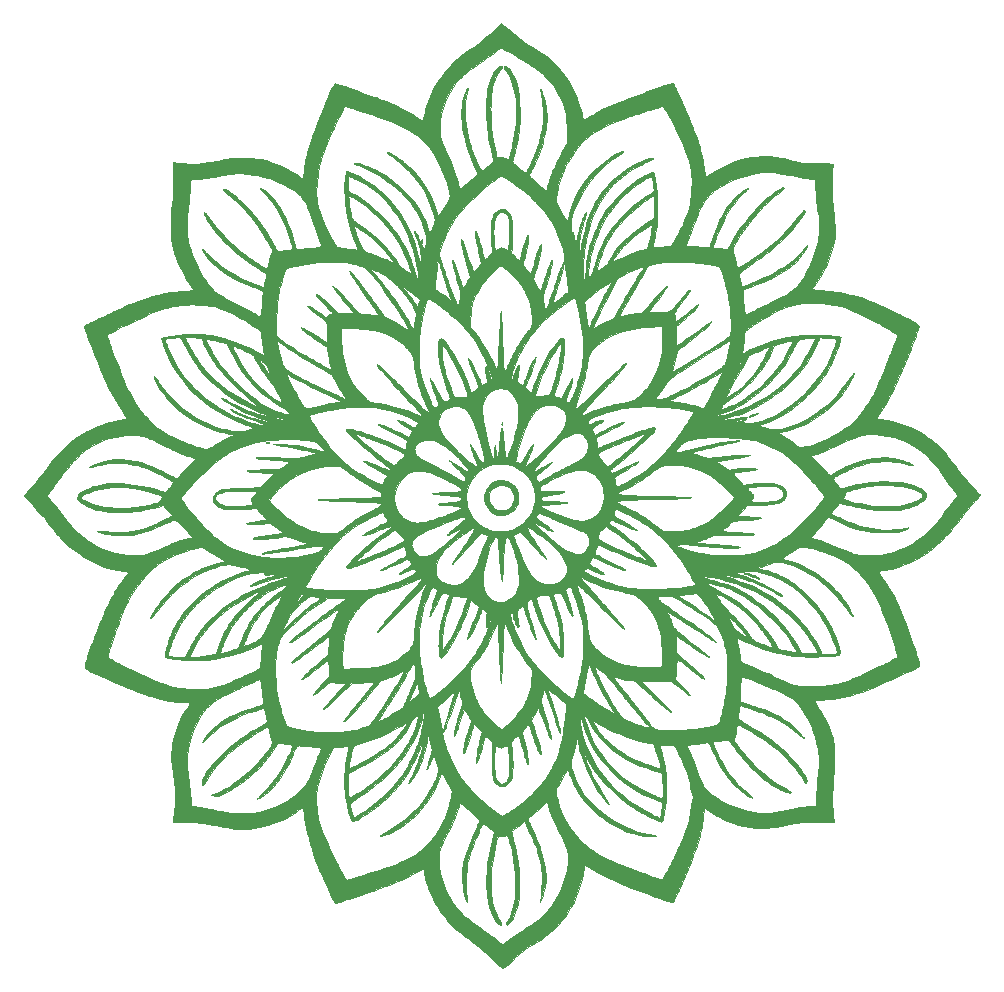
<source format=gbr>
%TF.GenerationSoftware,KiCad,Pcbnew,7.0.1*%
%TF.CreationDate,2023-06-02T16:34:44-07:00*%
%TF.ProjectId,flower,666c6f77-6572-42e6-9b69-6361645f7063,rev?*%
%TF.SameCoordinates,Original*%
%TF.FileFunction,Copper,L2,Bot*%
%TF.FilePolarity,Positive*%
%FSLAX46Y46*%
G04 Gerber Fmt 4.6, Leading zero omitted, Abs format (unit mm)*
G04 Created by KiCad (PCBNEW 7.0.1) date 2023-06-02 16:34:44*
%MOMM*%
%LPD*%
G01*
G04 APERTURE LIST*
%TA.AperFunction,EtchedComponent*%
%ADD10C,0.010000*%
%TD*%
G04 APERTURE END LIST*
%TO.C,G\u002A\u002A\u002A*%
D10*
X30243373Y-44962267D02*
X30290784Y-44968725D01*
X30304772Y-44974217D01*
X30313061Y-45000444D01*
X30284244Y-45020495D01*
X30223376Y-45032003D01*
X30177417Y-45033834D01*
X30111297Y-45029946D01*
X30063783Y-45019962D01*
X30049546Y-45011259D01*
X30044067Y-44984298D01*
X30070734Y-44967917D01*
X30133442Y-44960547D01*
X30177417Y-44959750D01*
X30243373Y-44962267D01*
%TA.AperFunction,EtchedComponent*%
G36*
X30243373Y-44962267D02*
G01*
X30290784Y-44968725D01*
X30304772Y-44974217D01*
X30313061Y-45000444D01*
X30284244Y-45020495D01*
X30223376Y-45032003D01*
X30177417Y-45033834D01*
X30111297Y-45029946D01*
X30063783Y-45019962D01*
X30049546Y-45011259D01*
X30044067Y-44984298D01*
X30070734Y-44967917D01*
X30133442Y-44960547D01*
X30177417Y-44959750D01*
X30243373Y-44962267D01*
G37*
%TD.AperFunction*%
X43219369Y-27800403D02*
X43234918Y-27842021D01*
X43243289Y-27900985D01*
X43242127Y-27964835D01*
X43237614Y-27993012D01*
X43218926Y-28042542D01*
X43195715Y-28057277D01*
X43173870Y-28033996D01*
X43171820Y-28029019D01*
X43164588Y-27984656D01*
X43165480Y-27923387D01*
X43172798Y-27860233D01*
X43184843Y-27810216D01*
X43198994Y-27788587D01*
X43219369Y-27800403D01*
%TA.AperFunction,EtchedComponent*%
G36*
X43219369Y-27800403D02*
G01*
X43234918Y-27842021D01*
X43243289Y-27900985D01*
X43242127Y-27964835D01*
X43237614Y-27993012D01*
X43218926Y-28042542D01*
X43195715Y-28057277D01*
X43173870Y-28033996D01*
X43171820Y-28029019D01*
X43164588Y-27984656D01*
X43165480Y-27923387D01*
X43172798Y-27860233D01*
X43184843Y-27810216D01*
X43198994Y-27788587D01*
X43219369Y-27800403D01*
G37*
%TD.AperFunction*%
X50000139Y-43274172D02*
X50022250Y-43311059D01*
X50022917Y-43312768D01*
X50034868Y-43367919D01*
X50034957Y-43429206D01*
X50025529Y-43486206D01*
X50008933Y-43528496D01*
X49987512Y-43545653D01*
X49972131Y-43538409D01*
X49962623Y-43508374D01*
X49958219Y-43452506D01*
X49958551Y-43385613D01*
X49963253Y-43322501D01*
X49971957Y-43277978D01*
X49978873Y-43266392D01*
X50000139Y-43274172D01*
%TA.AperFunction,EtchedComponent*%
G36*
X50000139Y-43274172D02*
G01*
X50022250Y-43311059D01*
X50022917Y-43312768D01*
X50034868Y-43367919D01*
X50034957Y-43429206D01*
X50025529Y-43486206D01*
X50008933Y-43528496D01*
X49987512Y-43545653D01*
X49972131Y-43538409D01*
X49962623Y-43508374D01*
X49958219Y-43452506D01*
X49958551Y-43385613D01*
X49963253Y-43322501D01*
X49971957Y-43277978D01*
X49978873Y-43266392D01*
X50000139Y-43274172D01*
G37*
%TD.AperFunction*%
X71692706Y-42487391D02*
X71695834Y-42494247D01*
X71676876Y-42517121D01*
X71625053Y-42549494D01*
X71547939Y-42588346D01*
X71453107Y-42630656D01*
X71348131Y-42673403D01*
X71240585Y-42713566D01*
X71138042Y-42748122D01*
X71048077Y-42774053D01*
X70978264Y-42788335D01*
X70953968Y-42790167D01*
X70909778Y-42787741D01*
X70900834Y-42776193D01*
X70915367Y-42754846D01*
X70954348Y-42723540D01*
X71020713Y-42686980D01*
X71107423Y-42647515D01*
X71207438Y-42607497D01*
X71313718Y-42569275D01*
X71419223Y-42535201D01*
X71516914Y-42507625D01*
X71599751Y-42488898D01*
X71660696Y-42481369D01*
X71692706Y-42487391D01*
%TA.AperFunction,EtchedComponent*%
G36*
X71692706Y-42487391D02*
G01*
X71695834Y-42494247D01*
X71676876Y-42517121D01*
X71625053Y-42549494D01*
X71547939Y-42588346D01*
X71453107Y-42630656D01*
X71348131Y-42673403D01*
X71240585Y-42713566D01*
X71138042Y-42748122D01*
X71048077Y-42774053D01*
X70978264Y-42788335D01*
X70953968Y-42790167D01*
X70909778Y-42787741D01*
X70900834Y-42776193D01*
X70915367Y-42754846D01*
X70954348Y-42723540D01*
X71020713Y-42686980D01*
X71107423Y-42647515D01*
X71207438Y-42607497D01*
X71313718Y-42569275D01*
X71419223Y-42535201D01*
X71516914Y-42507625D01*
X71599751Y-42488898D01*
X71660696Y-42481369D01*
X71692706Y-42487391D01*
G37*
%TD.AperFunction*%
X70699420Y-56026360D02*
X70832403Y-56056246D01*
X70989930Y-56104642D01*
X71168055Y-56170500D01*
X71343256Y-56244074D01*
X71504143Y-56318838D01*
X71631884Y-56386005D01*
X71724998Y-56444534D01*
X71782008Y-56493382D01*
X71801432Y-56531510D01*
X71785792Y-56555655D01*
X71762241Y-56550622D01*
X71706541Y-56530743D01*
X71625137Y-56498559D01*
X71524478Y-56456611D01*
X71420667Y-56411695D01*
X71233341Y-56331246D01*
X71066647Y-56263570D01*
X70924264Y-56210006D01*
X70809869Y-56171891D01*
X70727140Y-56150565D01*
X70691167Y-56146334D01*
X70625602Y-56138331D01*
X70566787Y-56117910D01*
X70522263Y-56090447D01*
X70499569Y-56061320D01*
X70506245Y-56035905D01*
X70522864Y-56026305D01*
X70594925Y-56016031D01*
X70699420Y-56026360D01*
%TA.AperFunction,EtchedComponent*%
G36*
X70699420Y-56026360D02*
G01*
X70832403Y-56056246D01*
X70989930Y-56104642D01*
X71168055Y-56170500D01*
X71343256Y-56244074D01*
X71504143Y-56318838D01*
X71631884Y-56386005D01*
X71724998Y-56444534D01*
X71782008Y-56493382D01*
X71801432Y-56531510D01*
X71785792Y-56555655D01*
X71762241Y-56550622D01*
X71706541Y-56530743D01*
X71625137Y-56498559D01*
X71524478Y-56456611D01*
X71420667Y-56411695D01*
X71233341Y-56331246D01*
X71066647Y-56263570D01*
X70924264Y-56210006D01*
X70809869Y-56171891D01*
X70727140Y-56150565D01*
X70691167Y-56146334D01*
X70625602Y-56138331D01*
X70566787Y-56117910D01*
X70522263Y-56090447D01*
X70499569Y-56061320D01*
X70506245Y-56035905D01*
X70522864Y-56026305D01*
X70594925Y-56016031D01*
X70699420Y-56026360D01*
G37*
%TD.AperFunction*%
X48500862Y-49691586D02*
X48862256Y-49691586D01*
X48901803Y-49889421D01*
X48910320Y-49915957D01*
X49000126Y-50124856D01*
X49118209Y-50306665D01*
X49260892Y-50459322D01*
X49424497Y-50580763D01*
X49605348Y-50668924D01*
X49799765Y-50721742D01*
X50004073Y-50737153D01*
X50214592Y-50713094D01*
X50295429Y-50693179D01*
X50479854Y-50623045D01*
X50641769Y-50525323D01*
X50775479Y-50404233D01*
X50875289Y-50263994D01*
X50875605Y-50263414D01*
X50965292Y-50059723D01*
X51017349Y-49851676D01*
X51032755Y-49643935D01*
X51012495Y-49441161D01*
X50957549Y-49248016D01*
X50868900Y-49069163D01*
X50747529Y-48909263D01*
X50594421Y-48772979D01*
X50555975Y-48746230D01*
X50364674Y-48642653D01*
X50167007Y-48579640D01*
X49966696Y-48556639D01*
X49767465Y-48573100D01*
X49573036Y-48628473D01*
X49387135Y-48722208D01*
X49213482Y-48853754D01*
X49108074Y-48960250D01*
X48987739Y-49125771D01*
X48906084Y-49305605D01*
X48863970Y-49495595D01*
X48862256Y-49691586D01*
X48500862Y-49691586D01*
X48501134Y-49545382D01*
X48518271Y-49376654D01*
X48554985Y-49220978D01*
X48614079Y-49064901D01*
X48662790Y-48962806D01*
X48723511Y-48852375D01*
X48787184Y-48759307D01*
X48865571Y-48667711D01*
X48931006Y-48600417D01*
X49101501Y-48447084D01*
X49269885Y-48331288D01*
X49444059Y-48249434D01*
X49631927Y-48197928D01*
X49841390Y-48173174D01*
X49873546Y-48171612D01*
X50032439Y-48169763D01*
X50167986Y-48180599D01*
X50294130Y-48207168D01*
X50424813Y-48252517D01*
X50573978Y-48319695D01*
X50592613Y-48328794D01*
X50693269Y-48381238D01*
X50775478Y-48432796D01*
X50852713Y-48493348D01*
X50938451Y-48572777D01*
X50976122Y-48610023D01*
X51067262Y-48704804D01*
X51134892Y-48785505D01*
X51188379Y-48864712D01*
X51237090Y-48955014D01*
X51245209Y-48971627D01*
X51311671Y-49122441D01*
X51356707Y-49261078D01*
X51383048Y-49401326D01*
X51393421Y-49556970D01*
X51391724Y-49711667D01*
X51386250Y-49832063D01*
X51378145Y-49923366D01*
X51365155Y-49998817D01*
X51345029Y-50071653D01*
X51316918Y-50151365D01*
X51209401Y-50380846D01*
X51069129Y-50584951D01*
X50898805Y-50761087D01*
X50701136Y-50906663D01*
X50478825Y-51019086D01*
X50370417Y-51058508D01*
X50218808Y-51095310D01*
X50046286Y-51117590D01*
X49868842Y-51124524D01*
X49702468Y-51115287D01*
X49599078Y-51098289D01*
X49424510Y-51043018D01*
X49259995Y-50957217D01*
X49100286Y-50837417D01*
X48940137Y-50680149D01*
X48901493Y-50636946D01*
X48790997Y-50503126D01*
X48703022Y-50377134D01*
X48626065Y-50241612D01*
X48586835Y-50162142D01*
X48553799Y-50090267D01*
X48531394Y-50031592D01*
X48517170Y-49974120D01*
X48508676Y-49905851D01*
X48503463Y-49814784D01*
X48500772Y-49740616D01*
X48500862Y-49691586D01*
%TA.AperFunction,EtchedComponent*%
G36*
X48500862Y-49691586D02*
G01*
X48862256Y-49691586D01*
X48901803Y-49889421D01*
X48910320Y-49915957D01*
X49000126Y-50124856D01*
X49118209Y-50306665D01*
X49260892Y-50459322D01*
X49424497Y-50580763D01*
X49605348Y-50668924D01*
X49799765Y-50721742D01*
X50004073Y-50737153D01*
X50214592Y-50713094D01*
X50295429Y-50693179D01*
X50479854Y-50623045D01*
X50641769Y-50525323D01*
X50775479Y-50404233D01*
X50875289Y-50263994D01*
X50875605Y-50263414D01*
X50965292Y-50059723D01*
X51017349Y-49851676D01*
X51032755Y-49643935D01*
X51012495Y-49441161D01*
X50957549Y-49248016D01*
X50868900Y-49069163D01*
X50747529Y-48909263D01*
X50594421Y-48772979D01*
X50555975Y-48746230D01*
X50364674Y-48642653D01*
X50167007Y-48579640D01*
X49966696Y-48556639D01*
X49767465Y-48573100D01*
X49573036Y-48628473D01*
X49387135Y-48722208D01*
X49213482Y-48853754D01*
X49108074Y-48960250D01*
X48987739Y-49125771D01*
X48906084Y-49305605D01*
X48863970Y-49495595D01*
X48862256Y-49691586D01*
X48500862Y-49691586D01*
X48501134Y-49545382D01*
X48518271Y-49376654D01*
X48554985Y-49220978D01*
X48614079Y-49064901D01*
X48662790Y-48962806D01*
X48723511Y-48852375D01*
X48787184Y-48759307D01*
X48865571Y-48667711D01*
X48931006Y-48600417D01*
X49101501Y-48447084D01*
X49269885Y-48331288D01*
X49444059Y-48249434D01*
X49631927Y-48197928D01*
X49841390Y-48173174D01*
X49873546Y-48171612D01*
X50032439Y-48169763D01*
X50167986Y-48180599D01*
X50294130Y-48207168D01*
X50424813Y-48252517D01*
X50573978Y-48319695D01*
X50592613Y-48328794D01*
X50693269Y-48381238D01*
X50775478Y-48432796D01*
X50852713Y-48493348D01*
X50938451Y-48572777D01*
X50976122Y-48610023D01*
X51067262Y-48704804D01*
X51134892Y-48785505D01*
X51188379Y-48864712D01*
X51237090Y-48955014D01*
X51245209Y-48971627D01*
X51311671Y-49122441D01*
X51356707Y-49261078D01*
X51383048Y-49401326D01*
X51393421Y-49556970D01*
X51391724Y-49711667D01*
X51386250Y-49832063D01*
X51378145Y-49923366D01*
X51365155Y-49998817D01*
X51345029Y-50071653D01*
X51316918Y-50151365D01*
X51209401Y-50380846D01*
X51069129Y-50584951D01*
X50898805Y-50761087D01*
X50701136Y-50906663D01*
X50478825Y-51019086D01*
X50370417Y-51058508D01*
X50218808Y-51095310D01*
X50046286Y-51117590D01*
X49868842Y-51124524D01*
X49702468Y-51115287D01*
X49599078Y-51098289D01*
X49424510Y-51043018D01*
X49259995Y-50957217D01*
X49100286Y-50837417D01*
X48940137Y-50680149D01*
X48901493Y-50636946D01*
X48790997Y-50503126D01*
X48703022Y-50377134D01*
X48626065Y-50241612D01*
X48586835Y-50162142D01*
X48553799Y-50090267D01*
X48531394Y-50031592D01*
X48517170Y-49974120D01*
X48508676Y-49905851D01*
X48503463Y-49814784D01*
X48500772Y-49740616D01*
X48500862Y-49691586D01*
G37*
%TD.AperFunction*%
X21962984Y-26369295D02*
X23320095Y-26369295D01*
X23321209Y-26661679D01*
X23329067Y-26952832D01*
X23343628Y-27234154D01*
X23364856Y-27497048D01*
X23392712Y-27732914D01*
X23394503Y-27745401D01*
X23450036Y-28045079D01*
X23532200Y-28369738D01*
X23638466Y-28713672D01*
X23766301Y-29071177D01*
X23913175Y-29436548D01*
X24076557Y-29804078D01*
X24253915Y-30168063D01*
X24442719Y-30522798D01*
X24640438Y-30862578D01*
X24844540Y-31181697D01*
X25043661Y-31462686D01*
X25147595Y-31600143D01*
X25244820Y-31724844D01*
X25338129Y-31838757D01*
X25430313Y-31943851D01*
X25524166Y-32042094D01*
X25622480Y-32135453D01*
X25728047Y-32225896D01*
X25843660Y-32315393D01*
X25972113Y-32405911D01*
X26116196Y-32499417D01*
X26278703Y-32597880D01*
X26462427Y-32703269D01*
X26670160Y-32817551D01*
X26904694Y-32942694D01*
X27168823Y-33080667D01*
X27465338Y-33233437D01*
X27796167Y-33402531D01*
X27994718Y-33504067D01*
X28187582Y-33603252D01*
X28370363Y-33697788D01*
X28538665Y-33785376D01*
X28688091Y-33863719D01*
X28814246Y-33930517D01*
X28912733Y-33983473D01*
X28979157Y-34020288D01*
X28992084Y-34027788D01*
X29150232Y-34119556D01*
X29274603Y-34187898D01*
X29366297Y-34233376D01*
X29426417Y-34256552D01*
X29446869Y-34260000D01*
X29488322Y-34245236D01*
X29518611Y-34220583D01*
X29549544Y-34172407D01*
X29574664Y-34110886D01*
X29575083Y-34109458D01*
X29585507Y-34058167D01*
X29598233Y-33971017D01*
X29612620Y-33854380D01*
X29628032Y-33714629D01*
X29643830Y-33558137D01*
X29659376Y-33391275D01*
X29674032Y-33220417D01*
X29687159Y-33051934D01*
X29698118Y-32892200D01*
X29699925Y-32863000D01*
X29708154Y-32727973D01*
X29716352Y-32594523D01*
X29723828Y-32473864D01*
X29729886Y-32377210D01*
X29732654Y-32333834D01*
X29735660Y-32253842D01*
X29734119Y-32189367D01*
X29728394Y-32152898D01*
X29727331Y-32150818D01*
X29702529Y-32132417D01*
X29643800Y-32102424D01*
X29550093Y-32060395D01*
X29420354Y-32005883D01*
X29253533Y-31938442D01*
X29048577Y-31857628D01*
X28885581Y-31794303D01*
X28362963Y-31583837D01*
X27880100Y-31371576D01*
X27434415Y-31156020D01*
X27023330Y-30935667D01*
X26644268Y-30709016D01*
X26294652Y-30474566D01*
X25971904Y-30230816D01*
X25673448Y-29976264D01*
X25523962Y-29836194D01*
X25314901Y-29624757D01*
X25128895Y-29415785D01*
X24954672Y-29195726D01*
X24780961Y-28951025D01*
X24751796Y-28907685D01*
X24669239Y-28781188D01*
X24613014Y-28687634D01*
X24583338Y-28626643D01*
X24580428Y-28597839D01*
X24604502Y-28600845D01*
X24655779Y-28635282D01*
X24734475Y-28700774D01*
X24824387Y-28781772D01*
X24888670Y-28841769D01*
X24976358Y-28924746D01*
X25080558Y-29024120D01*
X25194375Y-29133305D01*
X25310916Y-29245717D01*
X25366529Y-29299596D01*
X25643371Y-29559330D01*
X25921500Y-29801534D01*
X26204843Y-30028552D01*
X26497324Y-30242729D01*
X26802870Y-30446407D01*
X27125407Y-30641932D01*
X27468861Y-30831647D01*
X27837157Y-31017897D01*
X28234221Y-31203026D01*
X28663980Y-31389378D01*
X29130359Y-31579297D01*
X29288417Y-31641379D01*
X29421213Y-31692940D01*
X29541707Y-31739384D01*
X29644016Y-31778471D01*
X29722258Y-31807962D01*
X29770549Y-31825617D01*
X29782778Y-31829614D01*
X29794737Y-31820442D01*
X29810073Y-31785789D01*
X29829672Y-31722470D01*
X29854422Y-31627296D01*
X29885211Y-31497081D01*
X29922927Y-31328639D01*
X29925300Y-31317834D01*
X29956131Y-31173966D01*
X29982879Y-31042520D01*
X30004431Y-30929533D01*
X30019672Y-30841043D01*
X30027487Y-30783088D01*
X30027715Y-30762975D01*
X30000590Y-30724470D01*
X29937123Y-30665225D01*
X29837708Y-30585533D01*
X29702738Y-30485691D01*
X29532610Y-30365993D01*
X29327716Y-30226733D01*
X29172829Y-30123719D01*
X28765680Y-29849889D01*
X28391427Y-29587151D01*
X28043804Y-29330515D01*
X27716548Y-29074989D01*
X27403396Y-28815583D01*
X27098082Y-28547305D01*
X26794344Y-28265165D01*
X26581953Y-28059348D01*
X26226228Y-27697701D01*
X25908175Y-27349930D01*
X25626225Y-27014027D01*
X25378810Y-26687982D01*
X25164362Y-26369785D01*
X24981314Y-26057427D01*
X24904528Y-25909750D01*
X24836205Y-25766950D01*
X24790435Y-25657263D01*
X24766538Y-25578412D01*
X24763832Y-25528121D01*
X24781640Y-25504112D01*
X24783219Y-25503503D01*
X24803715Y-25502471D01*
X24830104Y-25514058D01*
X24864552Y-25540786D01*
X24909226Y-25585179D01*
X24966294Y-25649759D01*
X25037923Y-25737049D01*
X25126279Y-25849573D01*
X25233530Y-25989854D01*
X25361844Y-26160414D01*
X25456911Y-26287827D01*
X25817967Y-26749892D01*
X26207167Y-27205236D01*
X26617845Y-27647016D01*
X27043334Y-28068390D01*
X27476966Y-28462517D01*
X27912076Y-28822552D01*
X27972593Y-28869741D01*
X28147766Y-29003141D01*
X28333038Y-29140330D01*
X28524813Y-29278933D01*
X28719497Y-29416574D01*
X28913493Y-29550878D01*
X29103205Y-29679468D01*
X29285039Y-29799970D01*
X29455399Y-29910007D01*
X29610689Y-30007203D01*
X29747313Y-30089183D01*
X29861677Y-30153572D01*
X29950185Y-30197992D01*
X30009240Y-30220070D01*
X30018886Y-30221809D01*
X30056301Y-30213819D01*
X30091532Y-30179099D01*
X30125795Y-30114686D01*
X30160303Y-30017616D01*
X30196272Y-29884925D01*
X30234917Y-29713649D01*
X30242938Y-29675162D01*
X30279074Y-29502776D01*
X30309636Y-29365251D01*
X30336621Y-29255798D01*
X30362027Y-29167628D01*
X30387850Y-29093949D01*
X30416087Y-29027974D01*
X30448736Y-28962912D01*
X30456898Y-28947698D01*
X30497351Y-28867363D01*
X30518119Y-28807458D01*
X30523294Y-28753391D01*
X30520840Y-28719628D01*
X30501046Y-28639925D01*
X30456733Y-28528952D01*
X30389111Y-28389055D01*
X30299385Y-28222584D01*
X30188764Y-28031888D01*
X30058456Y-27819316D01*
X30055590Y-27814750D01*
X29772865Y-27371144D01*
X29503752Y-26963144D01*
X29245392Y-26587357D01*
X28994930Y-26240390D01*
X28749509Y-25918850D01*
X28506272Y-25619344D01*
X28262362Y-25338479D01*
X28014922Y-25072862D01*
X27761096Y-24819100D01*
X27498026Y-24573800D01*
X27222857Y-24333569D01*
X26932731Y-24095014D01*
X26905237Y-24073071D01*
X26757201Y-23952017D01*
X26628328Y-23840220D01*
X26521477Y-23740527D01*
X26439509Y-23655788D01*
X26385283Y-23588849D01*
X26361659Y-23542557D01*
X26361214Y-23531405D01*
X26386042Y-23500428D01*
X26439966Y-23491567D01*
X26516061Y-23504701D01*
X26598434Y-23535530D01*
X26734418Y-23607490D01*
X26893648Y-23708420D01*
X27072144Y-23834876D01*
X27265928Y-23983411D01*
X27471017Y-24150580D01*
X27683433Y-24332937D01*
X27899194Y-24527038D01*
X28114321Y-24729437D01*
X28324834Y-24936687D01*
X28526751Y-25145345D01*
X28716094Y-25351963D01*
X28777488Y-25421816D01*
X28959158Y-25639524D01*
X29154583Y-25889295D01*
X29359568Y-26164854D01*
X29569919Y-26459925D01*
X29781440Y-26768234D01*
X29989935Y-27083505D01*
X30191211Y-27399461D01*
X30381070Y-27709829D01*
X30555318Y-28008332D01*
X30709761Y-28288695D01*
X30766327Y-28396834D01*
X30825073Y-28510929D01*
X30877073Y-28611547D01*
X30919291Y-28692845D01*
X30948691Y-28748981D01*
X30962239Y-28774112D01*
X30962700Y-28774826D01*
X30987931Y-28778552D01*
X31048657Y-28776666D01*
X31138531Y-28769967D01*
X31251205Y-28759255D01*
X31380328Y-28745330D01*
X31519553Y-28728992D01*
X31662532Y-28711041D01*
X31802914Y-28692276D01*
X31934353Y-28673496D01*
X32050498Y-28655503D01*
X32145002Y-28639095D01*
X32211516Y-28625073D01*
X32243691Y-28614236D01*
X32244825Y-28613309D01*
X32250879Y-28580758D01*
X32242987Y-28512348D01*
X32222199Y-28411809D01*
X32189568Y-28282870D01*
X32146146Y-28129258D01*
X32092985Y-27954704D01*
X32031137Y-27762935D01*
X31961654Y-27557680D01*
X31888953Y-27351993D01*
X31698115Y-26845082D01*
X31505868Y-26379015D01*
X31311465Y-25952308D01*
X31114160Y-25563476D01*
X30913206Y-25211036D01*
X30707856Y-24893502D01*
X30529604Y-24650334D01*
X30458391Y-24561043D01*
X30375942Y-24461927D01*
X30279052Y-24349341D01*
X30164516Y-24219643D01*
X30029127Y-24069188D01*
X29869681Y-23894334D01*
X29748792Y-23762796D01*
X29638719Y-23640908D01*
X29559362Y-23547127D01*
X29510527Y-23480637D01*
X29492016Y-23440623D01*
X29503635Y-23426269D01*
X29545187Y-23436759D01*
X29616475Y-23471279D01*
X29688514Y-23511964D01*
X29826078Y-23603278D01*
X29981333Y-23724840D01*
X30149052Y-23871308D01*
X30324003Y-24037339D01*
X30500957Y-24217592D01*
X30674685Y-24406723D01*
X30839956Y-24599390D01*
X30991541Y-24790251D01*
X31124211Y-24973963D01*
X31134395Y-24989000D01*
X31270322Y-25206105D01*
X31410875Y-25459153D01*
X31553676Y-25742335D01*
X31696350Y-26049845D01*
X31836520Y-26375875D01*
X31971810Y-26714616D01*
X32099844Y-27060261D01*
X32218244Y-27407003D01*
X32324635Y-27749034D01*
X32416640Y-28080546D01*
X32444377Y-28190459D01*
X32479841Y-28333214D01*
X32507613Y-28439795D01*
X32529447Y-28515293D01*
X32547096Y-28564801D01*
X32562313Y-28593409D01*
X32576852Y-28606210D01*
X32588342Y-28608500D01*
X32634262Y-28606652D01*
X32716163Y-28601454D01*
X32827873Y-28593424D01*
X32963216Y-28583080D01*
X33116020Y-28570939D01*
X33280109Y-28557520D01*
X33449310Y-28543341D01*
X33617448Y-28528919D01*
X33778349Y-28514773D01*
X33925840Y-28501420D01*
X34053746Y-28489379D01*
X34155894Y-28479167D01*
X34226108Y-28471303D01*
X34230834Y-28470705D01*
X34380433Y-28449803D01*
X34493166Y-28429876D01*
X34574437Y-28409587D01*
X34629649Y-28387601D01*
X34662933Y-28363876D01*
X34677701Y-28342933D01*
X34679906Y-28314411D01*
X34668178Y-28267998D01*
X34641152Y-28193376D01*
X34639882Y-28190049D01*
X34576969Y-28021281D01*
X34503434Y-27816932D01*
X34420970Y-27581926D01*
X34331271Y-27321184D01*
X34236031Y-27039630D01*
X34136944Y-26742185D01*
X34038120Y-26441186D01*
X33933598Y-26124040D01*
X33838717Y-25844180D01*
X33751965Y-25598053D01*
X33671829Y-25382107D01*
X33596800Y-25192791D01*
X33525365Y-25026550D01*
X33456013Y-24879834D01*
X33387232Y-24749090D01*
X33317511Y-24630766D01*
X33245338Y-24521309D01*
X33186727Y-24440281D01*
X32947604Y-24155442D01*
X32672438Y-23888589D01*
X34273167Y-23888589D01*
X34279399Y-24058022D01*
X34298599Y-24246847D01*
X34331518Y-24459829D01*
X34378910Y-24701738D01*
X34441528Y-24977339D01*
X34452006Y-25020750D01*
X34577832Y-25489566D01*
X34725056Y-25945195D01*
X34896441Y-26394177D01*
X35094751Y-26843049D01*
X35322751Y-27298352D01*
X35583206Y-27766623D01*
X35687100Y-27942391D01*
X36004944Y-28472199D01*
X36509597Y-28520992D01*
X36746395Y-28545663D01*
X36989452Y-28574229D01*
X37228057Y-28605261D01*
X37451497Y-28637329D01*
X37649060Y-28669003D01*
X37739432Y-28685108D01*
X37808447Y-28697962D01*
X37732375Y-28520939D01*
X37603181Y-28215103D01*
X37491322Y-27937997D01*
X37393940Y-27681145D01*
X37308175Y-27436071D01*
X37231168Y-27194300D01*
X37160059Y-26947355D01*
X37091990Y-26686761D01*
X37085473Y-26659811D01*
X37473313Y-26659811D01*
X37475199Y-26693016D01*
X37489083Y-26758834D01*
X37512843Y-26849971D01*
X37544354Y-26959132D01*
X37581493Y-27079021D01*
X37622134Y-27202346D01*
X37664155Y-27321809D01*
X37673327Y-27346724D01*
X37754165Y-27557615D01*
X37839267Y-27767473D01*
X37926031Y-27970653D01*
X38011853Y-28161506D01*
X38094131Y-28334387D01*
X38170262Y-28483647D01*
X38237641Y-28603641D01*
X38289116Y-28682584D01*
X38329139Y-28729723D01*
X38379600Y-28772997D01*
X38445558Y-28814924D01*
X38532072Y-28858024D01*
X38644201Y-28904816D01*
X38787003Y-28957820D01*
X38965539Y-29019555D01*
X38966205Y-29019780D01*
X39264399Y-29123261D01*
X39536079Y-29223730D01*
X39796142Y-29326967D01*
X40059485Y-29438751D01*
X40157500Y-29481994D01*
X40313795Y-29551018D01*
X40456309Y-29612891D01*
X40580355Y-29665654D01*
X40681250Y-29707349D01*
X40754310Y-29736017D01*
X40794848Y-29749698D01*
X40799803Y-29750580D01*
X40800037Y-29734834D01*
X40782027Y-29693192D01*
X40758992Y-29650959D01*
X40629492Y-29447916D01*
X40468327Y-29226452D01*
X40279536Y-28990887D01*
X40067161Y-28745543D01*
X39835240Y-28494739D01*
X39587814Y-28242798D01*
X39328923Y-27994041D01*
X39062606Y-27752788D01*
X38792905Y-27523361D01*
X38697000Y-27445487D01*
X38589249Y-27361800D01*
X38467694Y-27271934D01*
X38336790Y-27178750D01*
X38200993Y-27085108D01*
X38064758Y-26993869D01*
X37932541Y-26907893D01*
X37808798Y-26830042D01*
X37697982Y-26763175D01*
X37604551Y-26710154D01*
X37532959Y-26673839D01*
X37487662Y-26657091D01*
X37473313Y-26659811D01*
X37085473Y-26659811D01*
X37037173Y-26460084D01*
X36905921Y-25853698D01*
X36803146Y-25272372D01*
X36728137Y-24710501D01*
X36681777Y-24180647D01*
X37003705Y-24180647D01*
X37009316Y-24294149D01*
X37023052Y-24447884D01*
X37044945Y-24642233D01*
X37075025Y-24877579D01*
X37088914Y-24980069D01*
X37121003Y-25208043D01*
X37149713Y-25398576D01*
X37176025Y-25556335D01*
X37200918Y-25685988D01*
X37225371Y-25792202D01*
X37250363Y-25879645D01*
X37276874Y-25952983D01*
X37305883Y-26016885D01*
X37306895Y-26018889D01*
X37378951Y-26126535D01*
X37486183Y-26238632D01*
X37622640Y-26349614D01*
X37755084Y-26437662D01*
X38214572Y-26732181D01*
X38652239Y-27045750D01*
X39075151Y-27384027D01*
X39490373Y-27752672D01*
X39904973Y-28157343D01*
X39914501Y-28167062D01*
X40154464Y-28417645D01*
X40365038Y-28650104D01*
X40551392Y-28870768D01*
X40718694Y-29085962D01*
X40872114Y-29302013D01*
X40992864Y-29486917D01*
X41154305Y-29730246D01*
X41306645Y-29932785D01*
X41450258Y-30095003D01*
X41549546Y-30188017D01*
X41606506Y-30233544D01*
X41684006Y-30291473D01*
X41776094Y-30357775D01*
X41876821Y-30428420D01*
X41980238Y-30499380D01*
X42080394Y-30566624D01*
X42171340Y-30626123D01*
X42247125Y-30673847D01*
X42301801Y-30705768D01*
X42329416Y-30717856D01*
X42331283Y-30717439D01*
X42329748Y-30694577D01*
X42318651Y-30639223D01*
X42299831Y-30559655D01*
X42275125Y-30464151D01*
X42274821Y-30463020D01*
X42167220Y-30093645D01*
X42045805Y-29738608D01*
X41905807Y-29385444D01*
X41742452Y-29021688D01*
X41649935Y-28830750D01*
X41353646Y-28275809D01*
X41022164Y-27734575D01*
X40658339Y-27210190D01*
X40265021Y-26705796D01*
X39845059Y-26224532D01*
X39401303Y-25769541D01*
X38936603Y-25343962D01*
X38453809Y-24950938D01*
X37955770Y-24593608D01*
X37599332Y-24366237D01*
X37488676Y-24301087D01*
X37376633Y-24238382D01*
X37269520Y-24181303D01*
X37173652Y-24133032D01*
X37095346Y-24096749D01*
X37040918Y-24075635D01*
X37016740Y-24072816D01*
X37006190Y-24106996D01*
X37003705Y-24180647D01*
X36681777Y-24180647D01*
X36680187Y-24162480D01*
X36658588Y-23622703D01*
X36657129Y-23454417D01*
X36657155Y-23271430D01*
X36657506Y-23211603D01*
X36939987Y-23211603D01*
X36941786Y-23344224D01*
X36947194Y-23458604D01*
X36956399Y-23546632D01*
X36968764Y-23598302D01*
X37002895Y-23657871D01*
X37057108Y-23716064D01*
X37136103Y-23776339D01*
X37244585Y-23842154D01*
X37387256Y-23916970D01*
X37432176Y-23939126D01*
X37776350Y-24124303D01*
X38132992Y-24349911D01*
X38502078Y-24615934D01*
X38883587Y-24922353D01*
X39277496Y-25269153D01*
X39683781Y-25656314D01*
X39766845Y-25738912D01*
X40057082Y-26035998D01*
X40318059Y-26317938D01*
X40556001Y-26592672D01*
X40777133Y-26868137D01*
X40987683Y-27152272D01*
X41193874Y-27453016D01*
X41401933Y-27778307D01*
X41527559Y-27984084D01*
X41704429Y-28289797D01*
X41864919Y-28592908D01*
X42012041Y-28900559D01*
X42148808Y-29219894D01*
X42278229Y-29558056D01*
X42403318Y-29922191D01*
X42527085Y-30319440D01*
X42561885Y-30437480D01*
X42610421Y-30602289D01*
X42649889Y-30731868D01*
X42682274Y-30831853D01*
X42709560Y-30907881D01*
X42733733Y-30965587D01*
X42756777Y-31010606D01*
X42773158Y-31037375D01*
X42809274Y-31077762D01*
X42839600Y-31076480D01*
X42867028Y-31033215D01*
X42869634Y-31026792D01*
X42879921Y-30972862D01*
X42884029Y-30884917D01*
X42882374Y-30770761D01*
X42875371Y-30638194D01*
X42863433Y-30495020D01*
X42846975Y-30349041D01*
X42826413Y-30208058D01*
X42825981Y-30205448D01*
X42756940Y-29840859D01*
X42668286Y-29454729D01*
X42562494Y-29054413D01*
X42442040Y-28647267D01*
X42309398Y-28240649D01*
X42167045Y-27841915D01*
X42017456Y-27458419D01*
X41863106Y-27097520D01*
X41706470Y-26766573D01*
X41600307Y-26563109D01*
X41362989Y-26156096D01*
X41095892Y-25748753D01*
X40803686Y-25346472D01*
X40491042Y-24954645D01*
X40162628Y-24578664D01*
X39823117Y-24223922D01*
X39477178Y-23895810D01*
X39129482Y-23599720D01*
X38848732Y-23386321D01*
X38671609Y-23265809D01*
X38465628Y-23136547D01*
X38240878Y-23004123D01*
X38007449Y-22874129D01*
X37775431Y-22752153D01*
X37554913Y-22643787D01*
X37355984Y-22554620D01*
X37322369Y-22540681D01*
X37202938Y-22493736D01*
X37116160Y-22464693D01*
X37056742Y-22452685D01*
X37019391Y-22456842D01*
X36998816Y-22476299D01*
X36994483Y-22486923D01*
X36978567Y-22558698D01*
X36965133Y-22660887D01*
X36954371Y-22785382D01*
X36946468Y-22924072D01*
X36941610Y-23068849D01*
X36939987Y-23211603D01*
X36657506Y-23211603D01*
X36658026Y-23123280D01*
X36660182Y-23002473D01*
X36664063Y-22901514D01*
X36670108Y-22812911D01*
X36678755Y-22729167D01*
X36690445Y-22642790D01*
X36705617Y-22546285D01*
X36712968Y-22501917D01*
X36733897Y-22380275D01*
X36754450Y-22267190D01*
X36772845Y-22172024D01*
X36787301Y-22104142D01*
X36792931Y-22081813D01*
X36810379Y-22030070D01*
X36831475Y-22009610D01*
X36870153Y-22010649D01*
X36889392Y-22014089D01*
X36960185Y-22034050D01*
X37062735Y-22072332D01*
X37191916Y-22126473D01*
X37342605Y-22194012D01*
X37509675Y-22272490D01*
X37688002Y-22359445D01*
X37872460Y-22452417D01*
X38057925Y-22548946D01*
X38239271Y-22646570D01*
X38411373Y-22742831D01*
X38432417Y-22754895D01*
X38845248Y-23009313D01*
X39240051Y-23288128D01*
X39619973Y-23594243D01*
X39988161Y-23930562D01*
X40347760Y-24299990D01*
X40701917Y-24705429D01*
X41053778Y-25149783D01*
X41113357Y-25229086D01*
X41342544Y-25546546D01*
X41550679Y-25857453D01*
X41740949Y-26168105D01*
X41916539Y-26484801D01*
X42080636Y-26813841D01*
X42236424Y-27161524D01*
X42387092Y-27534147D01*
X42535823Y-27938011D01*
X42646032Y-28259250D01*
X42755339Y-28597529D01*
X42847747Y-28908604D01*
X42926001Y-29202769D01*
X42992844Y-29490321D01*
X43049377Y-29772667D01*
X43110250Y-30100750D01*
X43125871Y-29783250D01*
X43130586Y-29628652D01*
X43130764Y-29463733D01*
X43126582Y-29307329D01*
X43120361Y-29202746D01*
X43108703Y-29103720D01*
X44671733Y-29103720D01*
X44678255Y-29158462D01*
X44695874Y-29220023D01*
X44715372Y-29275250D01*
X44733058Y-29325853D01*
X44762356Y-29411871D01*
X44801663Y-29528502D01*
X44849373Y-29670944D01*
X44903881Y-29834396D01*
X44963581Y-30014056D01*
X45026868Y-30205121D01*
X45079786Y-30365334D01*
X45148082Y-30571641D01*
X45216952Y-30778324D01*
X45284319Y-30979244D01*
X45348108Y-31168262D01*
X45406243Y-31339240D01*
X45456647Y-31486040D01*
X45497245Y-31602523D01*
X45516463Y-31656500D01*
X45601032Y-31886939D01*
X45686930Y-32113483D01*
X45772396Y-32331970D01*
X45855671Y-32538241D01*
X45934995Y-32728135D01*
X46008609Y-32897492D01*
X46074752Y-33042152D01*
X46131665Y-33157954D01*
X46177588Y-33240739D01*
X46201402Y-33275750D01*
X46227833Y-33304787D01*
X46246400Y-33300750D01*
X46264674Y-33277978D01*
X46291181Y-33228070D01*
X46323054Y-33146334D01*
X46357247Y-33042429D01*
X46390712Y-32926015D01*
X46420402Y-32806753D01*
X46435264Y-32737208D01*
X46448233Y-32667153D01*
X46457758Y-32600786D01*
X46463174Y-32534617D01*
X46463814Y-32465154D01*
X46459013Y-32388909D01*
X46448106Y-32302391D01*
X46430427Y-32202109D01*
X46405310Y-32084574D01*
X46372090Y-31946295D01*
X46330100Y-31783783D01*
X46278676Y-31593547D01*
X46217152Y-31372097D01*
X46144862Y-31115942D01*
X46087736Y-30914955D01*
X46000301Y-30604944D01*
X45925896Y-30334833D01*
X45864433Y-30104272D01*
X45815824Y-29912912D01*
X45779981Y-29760403D01*
X45756817Y-29646396D01*
X45746243Y-29570541D01*
X45745500Y-29553160D01*
X45756141Y-29507130D01*
X45783487Y-29494452D01*
X45820674Y-29513311D01*
X45860839Y-29561894D01*
X45875294Y-29587459D01*
X45915947Y-29676222D01*
X45967759Y-29805177D01*
X46030524Y-29973738D01*
X46104033Y-30181315D01*
X46188080Y-30427324D01*
X46282457Y-30711176D01*
X46386957Y-31032286D01*
X46400529Y-31074417D01*
X46457396Y-31250570D01*
X46510482Y-31413920D01*
X46558349Y-31560117D01*
X46599556Y-31684814D01*
X46632664Y-31783660D01*
X46656232Y-31852308D01*
X46668821Y-31886408D01*
X46670316Y-31889334D01*
X46692155Y-31882921D01*
X46732341Y-31843300D01*
X46788245Y-31774031D01*
X46857239Y-31678678D01*
X46936692Y-31560803D01*
X47023978Y-31423968D01*
X47074791Y-31341225D01*
X47292832Y-30981487D01*
X47057048Y-30128369D01*
X46959822Y-29775014D01*
X46874035Y-29459803D01*
X46799053Y-29180303D01*
X46734246Y-28934080D01*
X46678983Y-28718702D01*
X46632633Y-28531735D01*
X46594563Y-28370747D01*
X46564143Y-28233305D01*
X46559257Y-28210042D01*
X46533665Y-28074172D01*
X46516692Y-27956298D01*
X46508720Y-27861754D01*
X46510132Y-27795873D01*
X46521309Y-27763987D01*
X46527131Y-27761834D01*
X46547578Y-27767893D01*
X46570142Y-27787789D01*
X46595868Y-27824098D01*
X46625802Y-27879396D01*
X46660989Y-27956261D01*
X46702476Y-28057268D01*
X46751307Y-28184994D01*
X46808529Y-28342015D01*
X46875186Y-28530908D01*
X46952325Y-28754250D01*
X47040992Y-29014616D01*
X47068307Y-29095334D01*
X47162578Y-29373789D01*
X47244437Y-29614525D01*
X47314777Y-29820010D01*
X47374489Y-29992715D01*
X47424466Y-30135107D01*
X47465601Y-30249655D01*
X47498785Y-30338830D01*
X47524911Y-30405099D01*
X47544872Y-30450932D01*
X47559559Y-30478798D01*
X47569865Y-30491165D01*
X47573212Y-30492334D01*
X47595046Y-30477784D01*
X47640251Y-30437852D01*
X47703317Y-30378106D01*
X47778737Y-30304119D01*
X47861003Y-30221461D01*
X47944607Y-30135704D01*
X48024042Y-30052419D01*
X48093800Y-29977177D01*
X48148373Y-29915549D01*
X48172672Y-29885973D01*
X48236190Y-29804417D01*
X48070716Y-29105917D01*
X47996483Y-28787680D01*
X47929372Y-28490030D01*
X47870145Y-28216611D01*
X47819562Y-27971069D01*
X47778382Y-27757048D01*
X47747367Y-27578194D01*
X47735076Y-27497250D01*
X47723602Y-27393354D01*
X47718295Y-27293504D01*
X47718932Y-27206062D01*
X47725289Y-27139395D01*
X47737144Y-27101866D01*
X47745750Y-27096661D01*
X47775798Y-27118693D01*
X47813832Y-27178737D01*
X47858754Y-27273459D01*
X47909466Y-27399523D01*
X47964869Y-27553595D01*
X48023866Y-27732340D01*
X48085357Y-27932423D01*
X48148246Y-28150508D01*
X48211433Y-28383262D01*
X48273820Y-28627349D01*
X48334309Y-28879435D01*
X48337740Y-28894250D01*
X48382314Y-29077604D01*
X48422043Y-29220551D01*
X48457459Y-29324674D01*
X48489096Y-29391555D01*
X48515209Y-29421486D01*
X48556100Y-29422736D01*
X48620071Y-29392997D01*
X48703970Y-29334508D01*
X48804647Y-29249506D01*
X48918950Y-29140229D01*
X48937278Y-29121677D01*
X49021609Y-29035340D01*
X49080502Y-28972850D01*
X49118189Y-28927860D01*
X49138905Y-28894022D01*
X49146884Y-28864990D01*
X49146358Y-28834415D01*
X49143663Y-28812248D01*
X49139503Y-28770049D01*
X49133101Y-28691431D01*
X49124877Y-28582224D01*
X49115257Y-28448259D01*
X49104661Y-28295364D01*
X49093513Y-28129372D01*
X49087455Y-28037000D01*
X49065463Y-27645007D01*
X49053331Y-27291837D01*
X49051613Y-27007643D01*
X49280960Y-27007643D01*
X49282721Y-27251694D01*
X49290535Y-27510326D01*
X49304257Y-27776733D01*
X49323742Y-28044106D01*
X49348844Y-28305639D01*
X49354501Y-28356427D01*
X49367078Y-28460646D01*
X49379296Y-28551366D01*
X49389817Y-28619292D01*
X49397300Y-28655129D01*
X49397710Y-28656285D01*
X49408787Y-28668106D01*
X49433064Y-28668076D01*
X49476804Y-28654274D01*
X49546267Y-28624775D01*
X49636462Y-28582978D01*
X49773613Y-28522709D01*
X49877921Y-28486994D01*
X49948442Y-28475384D01*
X50011781Y-28483592D01*
X50098233Y-28510556D01*
X50213022Y-28558034D01*
X50265942Y-28582184D01*
X50368002Y-28628449D01*
X50438320Y-28656895D01*
X50482654Y-28669349D01*
X50506759Y-28667638D01*
X50513757Y-28660844D01*
X50520531Y-28630689D01*
X50528730Y-28566073D01*
X50537569Y-28474809D01*
X50546258Y-28364710D01*
X50551453Y-28286757D01*
X50561046Y-28152747D01*
X50573003Y-28017248D01*
X50586043Y-27893086D01*
X50598888Y-27793086D01*
X50603837Y-27761834D01*
X50618203Y-27645552D01*
X50628094Y-27495269D01*
X50633673Y-27319064D01*
X50635106Y-27125012D01*
X50632554Y-26921192D01*
X50626182Y-26715682D01*
X50616153Y-26516559D01*
X50602630Y-26331900D01*
X50585778Y-26169784D01*
X50569341Y-26057917D01*
X50533766Y-25912506D01*
X50479051Y-25792492D01*
X50397254Y-25682447D01*
X50350915Y-25633488D01*
X50220932Y-25523796D01*
X50093241Y-25456285D01*
X49968754Y-25430827D01*
X49848383Y-25447292D01*
X49733040Y-25505550D01*
X49623637Y-25605471D01*
X49521085Y-25746928D01*
X49518241Y-25751617D01*
X49474299Y-25840675D01*
X49429059Y-25960656D01*
X49385883Y-26100407D01*
X49348133Y-26248776D01*
X49319169Y-26394608D01*
X49313447Y-26431050D01*
X49296178Y-26590514D01*
X49285397Y-26784980D01*
X49280960Y-27007643D01*
X49051613Y-27007643D01*
X49051416Y-26975060D01*
X49060073Y-26692247D01*
X49079658Y-26440968D01*
X49110529Y-26218793D01*
X49153040Y-26023294D01*
X49207548Y-25852040D01*
X49274409Y-25702601D01*
X49353979Y-25572549D01*
X49446613Y-25459453D01*
X49468497Y-25436891D01*
X49572749Y-25347999D01*
X49687969Y-25274403D01*
X49718472Y-25259084D01*
X49791558Y-25226924D01*
X49850351Y-25208816D01*
X49911718Y-25201792D01*
X49992529Y-25202883D01*
X50027987Y-25204604D01*
X50190171Y-25227820D01*
X50328483Y-25281802D01*
X50452172Y-25370951D01*
X50518742Y-25438147D01*
X50598190Y-25534958D01*
X50662837Y-25635014D01*
X50715367Y-25745523D01*
X50758465Y-25873696D01*
X50794816Y-26026741D01*
X50827103Y-26211869D01*
X50840155Y-26301334D01*
X50850880Y-26387307D01*
X50859460Y-26478925D01*
X50866106Y-26581913D01*
X50871030Y-26701993D01*
X50874444Y-26844888D01*
X50876559Y-27016321D01*
X50877588Y-27222017D01*
X50877745Y-27317334D01*
X50877792Y-27518465D01*
X50877306Y-27683868D01*
X50875942Y-27820146D01*
X50873356Y-27933903D01*
X50869202Y-28031744D01*
X50863135Y-28120272D01*
X50854811Y-28206091D01*
X50843883Y-28295806D01*
X50830007Y-28396020D01*
X50816565Y-28488098D01*
X50754712Y-28907446D01*
X50996481Y-29150885D01*
X51100132Y-29252934D01*
X51198141Y-29345125D01*
X51286019Y-29423616D01*
X51359275Y-29484566D01*
X51413416Y-29524134D01*
X51443953Y-29538480D01*
X51448042Y-29537075D01*
X51464404Y-29503808D01*
X51491200Y-29430260D01*
X51528211Y-29317122D01*
X51575222Y-29165085D01*
X51632012Y-28974839D01*
X51698366Y-28747075D01*
X51713891Y-28693167D01*
X51790909Y-28427046D01*
X51858167Y-28199078D01*
X51916708Y-28006487D01*
X51967574Y-27846492D01*
X52011805Y-27716317D01*
X52050445Y-27613182D01*
X52084534Y-27534309D01*
X52115115Y-27476921D01*
X52143229Y-27438238D01*
X52169918Y-27415483D01*
X52196224Y-27405877D01*
X52196614Y-27405820D01*
X52224825Y-27405691D01*
X52238747Y-27422676D01*
X52243331Y-27466869D01*
X52243667Y-27501803D01*
X52238455Y-27593483D01*
X52223661Y-27719974D01*
X52200544Y-27875164D01*
X52170366Y-28052944D01*
X52134385Y-28247203D01*
X52093863Y-28451830D01*
X52050059Y-28660714D01*
X52004234Y-28867745D01*
X51957649Y-29066813D01*
X51911564Y-29251806D01*
X51867238Y-29416615D01*
X51825933Y-29555128D01*
X51810557Y-29601749D01*
X51774334Y-29715958D01*
X51757236Y-29802720D01*
X51761530Y-29873421D01*
X51789485Y-29939445D01*
X51843368Y-30012180D01*
X51906339Y-30082494D01*
X51981679Y-30169268D01*
X52067289Y-30276505D01*
X52151095Y-30388711D01*
X52204027Y-30464597D01*
X52262060Y-30547671D01*
X52313587Y-30615123D01*
X52353354Y-30660506D01*
X52376106Y-30677374D01*
X52377313Y-30677223D01*
X52398793Y-30665555D01*
X52420716Y-30642755D01*
X52444119Y-30605862D01*
X52470039Y-30551916D01*
X52499513Y-30477956D01*
X52533579Y-30381022D01*
X52573273Y-30258154D01*
X52619634Y-30106392D01*
X52673697Y-29922774D01*
X52736501Y-29704342D01*
X52809083Y-29448133D01*
X52813737Y-29431618D01*
X52898665Y-29135925D01*
X52975223Y-28881559D01*
X53043480Y-28668366D01*
X53103506Y-28496190D01*
X53155373Y-28364875D01*
X53199150Y-28274266D01*
X53234907Y-28224207D01*
X53262715Y-28214544D01*
X53282643Y-28245120D01*
X53294763Y-28315780D01*
X53297701Y-28360886D01*
X53294613Y-28485451D01*
X53276298Y-28648686D01*
X53242924Y-28849827D01*
X53194660Y-29088109D01*
X53131673Y-29362767D01*
X53054133Y-29673037D01*
X52962208Y-30018154D01*
X52856066Y-30397354D01*
X52826873Y-30498968D01*
X52644690Y-31130019D01*
X52828304Y-31472635D01*
X52921795Y-31645113D01*
X52999442Y-31783697D01*
X53063818Y-31892609D01*
X53117499Y-31976071D01*
X53163057Y-32038307D01*
X53196897Y-32077231D01*
X53245160Y-32127545D01*
X53283077Y-32024314D01*
X53298199Y-31981795D01*
X53325303Y-31904161D01*
X53362683Y-31796355D01*
X53408630Y-31663322D01*
X53461438Y-31510005D01*
X53519402Y-31341349D01*
X53580813Y-31162297D01*
X53600039Y-31106167D01*
X53709740Y-30787724D01*
X53809145Y-30503148D01*
X53897936Y-30253293D01*
X53975795Y-30039012D01*
X54042405Y-29861160D01*
X54097447Y-29720591D01*
X54140605Y-29618158D01*
X54171560Y-29554717D01*
X54184544Y-29535273D01*
X54218065Y-29508167D01*
X54238086Y-29516824D01*
X54244836Y-29562461D01*
X54238544Y-29646291D01*
X54223815Y-29744361D01*
X54193837Y-29898954D01*
X54150475Y-30090350D01*
X54094540Y-30315467D01*
X54026846Y-30571225D01*
X53948202Y-30854544D01*
X53859421Y-31162343D01*
X53778601Y-31434250D01*
X53700503Y-31695017D01*
X53634481Y-31919414D01*
X53579870Y-32111441D01*
X53536002Y-32275098D01*
X53502211Y-32414386D01*
X53477832Y-32533303D01*
X53462197Y-32635851D01*
X53454642Y-32726030D01*
X53454498Y-32807839D01*
X53461100Y-32885278D01*
X53473783Y-32962348D01*
X53491878Y-33043049D01*
X53503189Y-33087708D01*
X53528752Y-33197004D01*
X53551042Y-33311879D01*
X53566406Y-33412817D01*
X53569585Y-33442514D01*
X53578863Y-33523062D01*
X53590423Y-33590314D01*
X53601789Y-33629923D01*
X53601975Y-33630292D01*
X53636964Y-33662937D01*
X53685920Y-33658253D01*
X53744201Y-33616931D01*
X53753399Y-33607680D01*
X53774559Y-33579698D01*
X53800206Y-33534373D01*
X53831141Y-33469560D01*
X53868167Y-33383116D01*
X53912085Y-33272898D01*
X53963696Y-33136762D01*
X53965885Y-33130780D01*
X54282148Y-33130780D01*
X54289269Y-33153825D01*
X54302591Y-33159334D01*
X54331141Y-33148072D01*
X54386688Y-33117356D01*
X54461392Y-33071789D01*
X54547418Y-33015976D01*
X54553159Y-33012141D01*
X54616819Y-32967637D01*
X54704043Y-32903968D01*
X54809098Y-32825566D01*
X54926252Y-32736864D01*
X55049774Y-32642295D01*
X55173930Y-32546293D01*
X55292988Y-32453290D01*
X55401216Y-32367720D01*
X55492882Y-32294016D01*
X55562254Y-32236610D01*
X55603598Y-32199937D01*
X55604377Y-32199173D01*
X55613569Y-32181532D01*
X55617087Y-32148239D01*
X55614542Y-32093515D01*
X55605540Y-32011580D01*
X55589691Y-31896655D01*
X55579011Y-31824576D01*
X55564396Y-31723647D01*
X55545574Y-31587833D01*
X55523488Y-31424269D01*
X55499085Y-31240088D01*
X55473307Y-31042425D01*
X55447100Y-30838414D01*
X55421409Y-30635189D01*
X55419424Y-30619334D01*
X55395796Y-30431657D01*
X55373351Y-30255590D01*
X55352718Y-30095904D01*
X55334526Y-29957372D01*
X55319403Y-29844765D01*
X55307979Y-29762857D01*
X55300883Y-29716418D01*
X55299476Y-29709167D01*
X55291407Y-29699789D01*
X55278071Y-29721512D01*
X55258497Y-29777022D01*
X55231710Y-29869007D01*
X55203623Y-29973750D01*
X55137521Y-30220867D01*
X55063660Y-30486856D01*
X54981136Y-30774755D01*
X54889045Y-31087599D01*
X54786484Y-31428427D01*
X54672549Y-31800274D01*
X54546336Y-32206179D01*
X54416057Y-32620349D01*
X54364079Y-32787448D01*
X54325478Y-32918345D01*
X54299474Y-33016735D01*
X54285290Y-33086315D01*
X54282148Y-33130780D01*
X53965885Y-33130780D01*
X54023802Y-32972566D01*
X54093204Y-32778166D01*
X54172705Y-32551418D01*
X54263105Y-32290180D01*
X54365207Y-31992308D01*
X54443566Y-31762334D01*
X54565305Y-31405054D01*
X54674541Y-31086125D01*
X54771981Y-30803680D01*
X54858330Y-30555849D01*
X54934294Y-30340763D01*
X55000578Y-30156554D01*
X55057889Y-30001353D01*
X55106931Y-29873291D01*
X55148411Y-29770500D01*
X55183034Y-29691110D01*
X55211505Y-29633254D01*
X55234530Y-29595062D01*
X55252816Y-29574666D01*
X55267067Y-29570197D01*
X55270738Y-29571730D01*
X55285191Y-29567667D01*
X55282634Y-29536315D01*
X55276184Y-29499765D01*
X55264984Y-29429198D01*
X55250242Y-29332509D01*
X55233163Y-29217594D01*
X55218262Y-29115290D01*
X55133309Y-28637087D01*
X55018122Y-28177519D01*
X54869447Y-27725236D01*
X54699258Y-27303438D01*
X54469805Y-26827379D01*
X54200419Y-26354130D01*
X53893500Y-25886326D01*
X53551446Y-25426601D01*
X53176658Y-24977590D01*
X52771535Y-24541929D01*
X52654503Y-24428513D01*
X54568508Y-24428513D01*
X54569330Y-24507578D01*
X54576393Y-24570275D01*
X54593377Y-24631162D01*
X54623963Y-24704797D01*
X54655102Y-24771022D01*
X54706343Y-24873824D01*
X54771307Y-24997977D01*
X54846816Y-25137944D01*
X54929691Y-25288188D01*
X55016753Y-25443172D01*
X55104824Y-25597357D01*
X55190725Y-25745208D01*
X55271277Y-25881186D01*
X55343302Y-25999754D01*
X55403622Y-26095376D01*
X55449057Y-26162513D01*
X55467793Y-26186752D01*
X55516399Y-26243259D01*
X55561766Y-26087088D01*
X55583931Y-26009016D01*
X55613503Y-25902357D01*
X55647092Y-25779459D01*
X55681308Y-25652668D01*
X55691803Y-25613417D01*
X55842547Y-25108083D01*
X56019063Y-24629832D01*
X56225350Y-24169442D01*
X56465405Y-23717691D01*
X56639777Y-23426978D01*
X56947646Y-22969193D01*
X57285206Y-22530613D01*
X57648939Y-22114644D01*
X58035330Y-21724693D01*
X58440861Y-21364167D01*
X58862017Y-21036472D01*
X59295282Y-20745014D01*
X59582040Y-20576442D01*
X59724032Y-20501200D01*
X59859227Y-20436110D01*
X59983205Y-20382679D01*
X60091548Y-20342416D01*
X60179833Y-20316828D01*
X60243641Y-20307423D01*
X60278553Y-20315708D01*
X60282255Y-20337625D01*
X60259770Y-20364747D01*
X60204897Y-20411691D01*
X60121174Y-20475880D01*
X60012137Y-20554740D01*
X59881323Y-20645696D01*
X59732268Y-20746172D01*
X59616233Y-20822577D01*
X59347277Y-21006406D01*
X59089267Y-21200797D01*
X58834052Y-21412482D01*
X58573481Y-21648191D01*
X58326816Y-21887264D01*
X57889674Y-22348729D01*
X57488594Y-22825694D01*
X57124626Y-23316605D01*
X56798819Y-23819907D01*
X56512221Y-24334046D01*
X56265880Y-24857468D01*
X56177055Y-25073647D01*
X56049316Y-25425439D01*
X55951901Y-25757069D01*
X55883113Y-26076068D01*
X55841258Y-26389965D01*
X55826358Y-26631610D01*
X55822821Y-26789498D01*
X55824255Y-26910562D01*
X55831719Y-27000133D01*
X55846273Y-27063537D01*
X55868975Y-27106105D01*
X55900884Y-27133165D01*
X55928475Y-27145459D01*
X55967126Y-27165830D01*
X55998830Y-27200772D01*
X56025647Y-27255797D01*
X56049633Y-27336418D01*
X56072849Y-27448147D01*
X56097352Y-27596496D01*
X56097660Y-27598507D01*
X56124834Y-27767762D01*
X56148547Y-27897215D01*
X56169326Y-27989207D01*
X56187698Y-28046081D01*
X56203535Y-28069802D01*
X56222009Y-28066798D01*
X56243609Y-28034954D01*
X56269138Y-27971871D01*
X56299400Y-27875151D01*
X56335196Y-27742395D01*
X56377330Y-27571206D01*
X56393838Y-27501273D01*
X56429359Y-27351756D01*
X56466361Y-27200024D01*
X56502195Y-27056663D01*
X56534211Y-26932260D01*
X56559758Y-26837402D01*
X56562020Y-26829365D01*
X56619452Y-26634851D01*
X56681329Y-26440072D01*
X56745492Y-26250791D01*
X56809777Y-26072774D01*
X56872023Y-25911783D01*
X56930069Y-25773584D01*
X56981752Y-25663940D01*
X57024912Y-25588615D01*
X57030105Y-25581199D01*
X57069544Y-25530165D01*
X57095149Y-25509552D01*
X57115703Y-25513994D01*
X57125699Y-25522794D01*
X57139105Y-25542558D01*
X57140897Y-25570573D01*
X57129436Y-25615925D01*
X57103081Y-25687697D01*
X57089875Y-25721139D01*
X57048357Y-25835975D01*
X57000436Y-25987018D01*
X56947565Y-26168877D01*
X56891197Y-26376161D01*
X56832786Y-26603479D01*
X56773785Y-26845440D01*
X56715648Y-27096654D01*
X56699445Y-27169167D01*
X56642812Y-27430036D01*
X56596491Y-27656028D01*
X56559489Y-27853061D01*
X56530811Y-28027053D01*
X56509460Y-28183923D01*
X56494444Y-28329588D01*
X56486777Y-28434443D01*
X56482907Y-28529271D01*
X56481466Y-28638565D01*
X56482179Y-28755603D01*
X56484770Y-28873661D01*
X56488964Y-28986017D01*
X56494486Y-29085947D01*
X56501058Y-29166729D01*
X56508407Y-29221640D01*
X56516256Y-29243957D01*
X56519867Y-29241595D01*
X56527861Y-29221317D01*
X56538662Y-29182928D01*
X56552908Y-29123379D01*
X56571235Y-29039621D01*
X56594280Y-28928604D01*
X56622679Y-28787280D01*
X56657069Y-28612599D01*
X56698087Y-28401512D01*
X56731654Y-28227500D01*
X56859059Y-27612489D01*
X56997587Y-27036221D01*
X57148447Y-26496286D01*
X57312844Y-25990270D01*
X57491989Y-25515762D01*
X57687087Y-25070350D01*
X57899347Y-24651623D01*
X58129976Y-24257167D01*
X58380182Y-23884572D01*
X58651173Y-23531425D01*
X58944156Y-23195314D01*
X59260339Y-22873828D01*
X59541087Y-22616520D01*
X59911460Y-22307974D01*
X60292520Y-22021209D01*
X60680077Y-21758630D01*
X61069943Y-21522644D01*
X61457928Y-21315657D01*
X61839846Y-21140076D01*
X62211505Y-20998305D01*
X62520228Y-20905131D01*
X62624050Y-20881053D01*
X62695331Y-20873323D01*
X62740833Y-20882563D01*
X62767317Y-20909396D01*
X62775217Y-20928571D01*
X62771774Y-20979535D01*
X62728411Y-21023033D01*
X62647137Y-21057427D01*
X62603423Y-21068495D01*
X62517024Y-21094207D01*
X62399981Y-21139476D01*
X62257678Y-21201627D01*
X62095496Y-21277983D01*
X61918816Y-21365868D01*
X61733021Y-21462604D01*
X61543491Y-21565515D01*
X61355610Y-21671926D01*
X61176000Y-21778403D01*
X60703100Y-22085411D01*
X60252996Y-22416939D01*
X59829498Y-22769628D01*
X59436415Y-23140118D01*
X59077556Y-23525051D01*
X58777593Y-23893421D01*
X58446653Y-24364186D01*
X58147307Y-24862557D01*
X57879498Y-25388680D01*
X57643170Y-25942699D01*
X57438267Y-26524759D01*
X57264731Y-27135005D01*
X57122506Y-27773582D01*
X57017738Y-28396834D01*
X56980186Y-28675377D01*
X56946606Y-28957449D01*
X56917181Y-29239187D01*
X56892094Y-29516729D01*
X56871530Y-29786214D01*
X56855670Y-30043779D01*
X56844698Y-30285562D01*
X56838798Y-30507702D01*
X56838152Y-30706336D01*
X56842944Y-30877602D01*
X56853357Y-31017638D01*
X56869574Y-31122583D01*
X56885887Y-31176482D01*
X56911664Y-31223377D01*
X56935126Y-31244994D01*
X56941673Y-31244364D01*
X56959303Y-31217984D01*
X56981334Y-31164765D01*
X56994137Y-31125601D01*
X57012379Y-31055313D01*
X57028947Y-30970984D01*
X57044463Y-30867568D01*
X57059552Y-30740018D01*
X57069442Y-30638605D01*
X57281334Y-30638605D01*
X57282561Y-30760587D01*
X57288395Y-30844214D01*
X57302062Y-30893443D01*
X57326789Y-30912228D01*
X57365801Y-30904525D01*
X57422326Y-30874291D01*
X57456312Y-30853137D01*
X57510372Y-30812112D01*
X57559436Y-30758800D01*
X57605174Y-30689186D01*
X57649255Y-30599253D01*
X57693349Y-30484985D01*
X57697125Y-30473219D01*
X57982679Y-30473219D01*
X58124131Y-30394354D01*
X58209632Y-30346039D01*
X58313001Y-30286691D01*
X58415744Y-30226949D01*
X58445045Y-30209736D01*
X58569633Y-30131802D01*
X58675430Y-30053788D01*
X58768160Y-29969137D01*
X58853547Y-29871295D01*
X58937315Y-29753705D01*
X59013299Y-29629279D01*
X59334500Y-29629279D01*
X59352502Y-29644357D01*
X59405796Y-29637849D01*
X59474714Y-29616604D01*
X59520503Y-29598209D01*
X59596523Y-29565249D01*
X59694754Y-29521305D01*
X59807179Y-29469957D01*
X59906000Y-29424058D01*
X60115342Y-29327166D01*
X60306264Y-29241525D01*
X60486082Y-29164346D01*
X60662109Y-29092842D01*
X60841662Y-29024226D01*
X61032056Y-28955711D01*
X61240605Y-28884509D01*
X61474625Y-28807833D01*
X61741430Y-28722897D01*
X61768667Y-28714322D01*
X61906172Y-28670944D01*
X62029761Y-28631719D01*
X62133864Y-28598434D01*
X62212914Y-28572875D01*
X62261340Y-28556829D01*
X62274225Y-28552105D01*
X62284970Y-28528379D01*
X62304002Y-28470048D01*
X62329571Y-28383631D01*
X62359928Y-28275651D01*
X62393324Y-28152628D01*
X62428008Y-28021083D01*
X62462231Y-27887536D01*
X62494244Y-27758508D01*
X62522297Y-27640521D01*
X62540216Y-27560750D01*
X62575888Y-27386813D01*
X62607257Y-27215492D01*
X62633438Y-27053236D01*
X62653548Y-26906492D01*
X62666701Y-26781710D01*
X62672011Y-26685337D01*
X62668691Y-26624325D01*
X62655702Y-26577047D01*
X62635108Y-26562408D01*
X62608884Y-26566984D01*
X62534353Y-26597339D01*
X62431418Y-26651495D01*
X62304421Y-26726425D01*
X62157704Y-26819101D01*
X61995610Y-26926496D01*
X61822481Y-27045583D01*
X61642660Y-27173335D01*
X61460490Y-27306725D01*
X61280313Y-27442726D01*
X61106471Y-27578310D01*
X60943307Y-27710450D01*
X60823376Y-27811653D01*
X60554648Y-28059957D01*
X60279081Y-28347021D01*
X59999006Y-28670274D01*
X59716755Y-29027148D01*
X59699641Y-29049785D01*
X59627965Y-29147899D01*
X59555702Y-29252171D01*
X59487107Y-29355849D01*
X59426434Y-29452179D01*
X59377940Y-29534409D01*
X59345878Y-29595787D01*
X59334500Y-29629279D01*
X59013299Y-29629279D01*
X59025188Y-29609811D01*
X59122387Y-29434000D01*
X59279364Y-29156482D01*
X59447443Y-28891418D01*
X59629263Y-28636244D01*
X59827465Y-28388398D01*
X60044689Y-28145315D01*
X60283575Y-27904433D01*
X60546762Y-27663187D01*
X60836891Y-27419015D01*
X61156601Y-27169354D01*
X61508533Y-26911639D01*
X61895327Y-26643307D01*
X62217831Y-26428334D01*
X62846545Y-26015584D01*
X62847356Y-25047209D01*
X62847186Y-24849310D01*
X62846380Y-24665018D01*
X62845002Y-24498520D01*
X62843117Y-24354005D01*
X62840792Y-24235661D01*
X62838091Y-24147674D01*
X62835079Y-24094235D01*
X62832292Y-24079100D01*
X62797807Y-24090754D01*
X62735115Y-24122434D01*
X62650859Y-24170137D01*
X62551682Y-24229858D01*
X62444228Y-24297595D01*
X62335142Y-24369342D01*
X62231066Y-24441095D01*
X62227822Y-24443397D01*
X61940006Y-24654800D01*
X61646232Y-24883742D01*
X61351709Y-25125498D01*
X61061647Y-25375342D01*
X60781257Y-25628549D01*
X60515747Y-25880392D01*
X60270329Y-26126148D01*
X60050210Y-26361089D01*
X59860603Y-26580491D01*
X59829419Y-26618834D01*
X59571787Y-26950355D01*
X59338125Y-27276141D01*
X59125899Y-27601427D01*
X58932577Y-27931449D01*
X58755628Y-28271443D01*
X58592519Y-28626643D01*
X58440717Y-29002285D01*
X58297691Y-29403606D01*
X58160908Y-29835839D01*
X58027836Y-30304221D01*
X58004070Y-30392818D01*
X57982679Y-30473219D01*
X57697125Y-30473219D01*
X57739125Y-30342366D01*
X57788252Y-30167379D01*
X57842399Y-29956009D01*
X57861432Y-29878500D01*
X58019827Y-29317174D01*
X58218916Y-28765953D01*
X58458017Y-28225997D01*
X58736449Y-27698463D01*
X59053528Y-27184509D01*
X59408574Y-26685292D01*
X59800903Y-26201970D01*
X60229834Y-25735702D01*
X60406141Y-25559462D01*
X60675986Y-25303785D01*
X60951200Y-25059437D01*
X61238088Y-24821426D01*
X61542955Y-24584761D01*
X61872104Y-24344450D01*
X62231838Y-24095500D01*
X62382500Y-23994517D01*
X62505279Y-23912881D01*
X62615833Y-23839356D01*
X62709460Y-23777070D01*
X62781457Y-23729153D01*
X62827122Y-23698733D01*
X62841816Y-23688904D01*
X62842244Y-23666967D01*
X62838183Y-23610172D01*
X62830431Y-23525663D01*
X62819789Y-23420583D01*
X62807055Y-23302078D01*
X62793028Y-23177290D01*
X62778508Y-23053363D01*
X62764294Y-22937441D01*
X62751184Y-22836668D01*
X62739980Y-22758187D01*
X62733112Y-22717232D01*
X62710766Y-22609715D01*
X62689734Y-22537893D01*
X62665865Y-22495479D01*
X62635005Y-22476189D01*
X62593005Y-22473738D01*
X62573666Y-22475860D01*
X62484443Y-22499733D01*
X62367137Y-22550070D01*
X62224914Y-22624773D01*
X62060940Y-22721747D01*
X61878380Y-22838893D01*
X61680399Y-22974115D01*
X61470163Y-23125316D01*
X61250836Y-23290400D01*
X61025585Y-23467268D01*
X60805584Y-23647141D01*
X60671927Y-23762782D01*
X60518878Y-23902197D01*
X60353753Y-24058164D01*
X60183865Y-24223457D01*
X60016530Y-24390853D01*
X59859063Y-24553129D01*
X59718778Y-24703061D01*
X59602990Y-24833425D01*
X59595751Y-24841914D01*
X59296119Y-25213622D01*
X59013989Y-25601742D01*
X58757819Y-25994262D01*
X58617343Y-26231735D01*
X58492593Y-26463878D01*
X58362303Y-26728843D01*
X58230128Y-27018130D01*
X58099721Y-27323238D01*
X57974738Y-27635667D01*
X57858834Y-27946916D01*
X57772979Y-28195750D01*
X57691132Y-28456716D01*
X57613171Y-28732415D01*
X57540374Y-29016494D01*
X57474019Y-29302602D01*
X57415386Y-29584385D01*
X57365752Y-29855492D01*
X57326395Y-30109570D01*
X57298596Y-30340268D01*
X57283631Y-30541231D01*
X57281334Y-30638605D01*
X57069442Y-30638605D01*
X57074838Y-30583289D01*
X57090945Y-30392334D01*
X57101243Y-30259500D01*
X57127119Y-29940699D01*
X57153733Y-29660732D01*
X57181529Y-29416103D01*
X57210954Y-29203316D01*
X57242454Y-29018871D01*
X57276475Y-28859273D01*
X57283440Y-28830750D01*
X57338322Y-28628812D01*
X57409075Y-28396514D01*
X57492854Y-28141468D01*
X57586813Y-27871284D01*
X57688107Y-27593576D01*
X57793891Y-27315954D01*
X57901321Y-27046029D01*
X58007550Y-26791414D01*
X58109735Y-26559720D01*
X58205029Y-26358558D01*
X58215010Y-26338538D01*
X58468940Y-25873998D01*
X58761214Y-25414215D01*
X59087849Y-24963403D01*
X59444861Y-24525775D01*
X59828263Y-24105546D01*
X60234073Y-23706929D01*
X60658304Y-23334137D01*
X61096974Y-22991385D01*
X61546096Y-22682887D01*
X61842750Y-22502145D01*
X61956094Y-22438470D01*
X62082814Y-22370411D01*
X62215270Y-22301758D01*
X62345825Y-22236301D01*
X62466841Y-22177831D01*
X62570679Y-22130139D01*
X62649701Y-22097015D01*
X62681707Y-22085805D01*
X62735706Y-22074679D01*
X62774891Y-22083333D01*
X62805658Y-22117700D01*
X62834404Y-22183717D01*
X62855136Y-22246736D01*
X62901918Y-22421523D01*
X62945942Y-22633684D01*
X62986812Y-22878326D01*
X63024134Y-23150555D01*
X63057511Y-23445480D01*
X63086550Y-23758207D01*
X63110855Y-24083842D01*
X63130031Y-24417492D01*
X63143682Y-24754265D01*
X63151415Y-25089267D01*
X63152834Y-25417606D01*
X63147543Y-25734387D01*
X63144453Y-25830208D01*
X63134880Y-26061011D01*
X63123342Y-26264088D01*
X63108635Y-26449753D01*
X63089554Y-26628321D01*
X63064895Y-26810109D01*
X63033456Y-27005430D01*
X62994032Y-27224601D01*
X62962263Y-27391417D01*
X62923278Y-27595570D01*
X62887561Y-27787832D01*
X62855897Y-27963617D01*
X62829074Y-28118336D01*
X62807879Y-28247400D01*
X62793099Y-28346223D01*
X62785522Y-28410216D01*
X62784671Y-28426545D01*
X62787116Y-28443545D01*
X62799169Y-28454299D01*
X62827899Y-28459550D01*
X62880374Y-28460039D01*
X62963666Y-28456510D01*
X63033375Y-28452657D01*
X63108295Y-28446999D01*
X63209986Y-28437325D01*
X63332255Y-28424408D01*
X63468908Y-28409023D01*
X63613755Y-28391946D01*
X63760601Y-28373950D01*
X63903254Y-28355811D01*
X64035521Y-28338303D01*
X64151210Y-28322200D01*
X64244127Y-28308278D01*
X64308081Y-28297311D01*
X64320758Y-28294125D01*
X65558081Y-28294125D01*
X65558943Y-28311311D01*
X65561316Y-28312167D01*
X65584111Y-28313819D01*
X65642142Y-28318402D01*
X65728455Y-28325356D01*
X65836099Y-28334122D01*
X65939319Y-28342592D01*
X66125759Y-28357315D01*
X66318189Y-28371376D01*
X66511903Y-28384531D01*
X66702194Y-28396532D01*
X66884355Y-28407134D01*
X67053679Y-28416092D01*
X67205460Y-28423159D01*
X67334991Y-28428091D01*
X67437564Y-28430640D01*
X67508474Y-28430563D01*
X67543013Y-28427612D01*
X67545374Y-28426441D01*
X67555987Y-28402268D01*
X67577864Y-28342849D01*
X67609273Y-28253227D01*
X67648479Y-28138444D01*
X67693751Y-28003543D01*
X67743356Y-27853568D01*
X67766468Y-27783000D01*
X67926425Y-27312125D01*
X68086728Y-26879565D01*
X68249347Y-26481334D01*
X68416253Y-26113444D01*
X68589418Y-25771909D01*
X68770813Y-25452742D01*
X68962408Y-25151956D01*
X69166176Y-24865564D01*
X69285001Y-24711669D01*
X69457592Y-24507686D01*
X69648627Y-24305522D01*
X69851515Y-24110906D01*
X70059664Y-23929565D01*
X70266482Y-23767227D01*
X70465379Y-23629618D01*
X70649762Y-23522466D01*
X70659113Y-23517691D01*
X70741513Y-23479430D01*
X70792076Y-23464510D01*
X70810576Y-23473376D01*
X70796781Y-23506474D01*
X70750463Y-23564248D01*
X70671393Y-23647145D01*
X70559342Y-23755611D01*
X70515792Y-23796436D01*
X70247606Y-24052842D01*
X70010100Y-24294942D01*
X69797433Y-24529832D01*
X69603763Y-24764610D01*
X69423245Y-25006375D01*
X69250040Y-25262224D01*
X69078303Y-25539255D01*
X69070634Y-25552133D01*
X68916120Y-25826301D01*
X68757123Y-26135361D01*
X68596628Y-26472534D01*
X68437615Y-26831041D01*
X68283067Y-27204103D01*
X68135965Y-27584943D01*
X67999291Y-27966781D01*
X67968255Y-28058167D01*
X67922363Y-28198071D01*
X67890748Y-28303221D01*
X67872406Y-28378340D01*
X67866334Y-28428153D01*
X67871526Y-28457384D01*
X67881140Y-28468016D01*
X67908524Y-28474768D01*
X67970518Y-28484755D01*
X68060638Y-28497253D01*
X68172402Y-28511539D01*
X68299325Y-28526890D01*
X68434926Y-28542583D01*
X68572721Y-28557895D01*
X68706227Y-28572103D01*
X68828962Y-28584483D01*
X68934441Y-28594312D01*
X69016183Y-28600869D01*
X69067704Y-28603428D01*
X69082847Y-28602050D01*
X69093304Y-28583129D01*
X69120970Y-28533048D01*
X69162586Y-28457703D01*
X69214895Y-28362991D01*
X69272188Y-28259250D01*
X69583083Y-27722161D01*
X69916085Y-27195532D01*
X70267916Y-26683475D01*
X70635296Y-26190099D01*
X71014945Y-25719515D01*
X71403585Y-25275833D01*
X71797935Y-24863163D01*
X72194718Y-24485616D01*
X72481804Y-24236390D01*
X72681785Y-24073935D01*
X72874927Y-23924733D01*
X73058600Y-23790351D01*
X73230172Y-23672356D01*
X73387011Y-23572315D01*
X73526485Y-23491797D01*
X73645963Y-23432367D01*
X73742812Y-23395594D01*
X73814400Y-23383045D01*
X73858097Y-23396287D01*
X73867909Y-23410944D01*
X73864759Y-23442863D01*
X73834911Y-23489628D01*
X73776627Y-23552961D01*
X73688170Y-23634585D01*
X73567803Y-23736225D01*
X73422520Y-23852729D01*
X73062063Y-24143786D01*
X72731591Y-24426379D01*
X72422282Y-24708965D01*
X72125314Y-24999997D01*
X71831866Y-25307932D01*
X71533116Y-25641224D01*
X71419894Y-25772167D01*
X71159634Y-26083547D01*
X70903248Y-26405277D01*
X70654497Y-26732025D01*
X70417140Y-27058459D01*
X70194939Y-27379244D01*
X69991651Y-27689048D01*
X69811038Y-27982539D01*
X69656860Y-28254382D01*
X69617721Y-28328232D01*
X69565695Y-28434113D01*
X69533012Y-28521623D01*
X69519158Y-28601987D01*
X69523621Y-28686429D01*
X69545890Y-28786175D01*
X69585453Y-28912448D01*
X69590397Y-28927133D01*
X69660362Y-29146418D01*
X69714532Y-29346483D01*
X69757451Y-29545236D01*
X69780688Y-29677417D01*
X69808316Y-29832280D01*
X69835608Y-29949437D01*
X69864745Y-30033440D01*
X69897908Y-30088841D01*
X69937276Y-30120194D01*
X69985030Y-30132049D01*
X69998658Y-30132500D01*
X70053888Y-30119534D01*
X70142115Y-30080788D01*
X70262935Y-30016496D01*
X70415942Y-29926888D01*
X70600733Y-29812196D01*
X70816905Y-29672652D01*
X70923217Y-29602537D01*
X71436604Y-29254237D01*
X71913142Y-28914277D01*
X72356650Y-28579236D01*
X72770944Y-28245691D01*
X73159843Y-27910221D01*
X73527164Y-27569404D01*
X73876724Y-27219816D01*
X74212342Y-26858036D01*
X74537835Y-26480643D01*
X74857021Y-26084213D01*
X74877357Y-26058069D01*
X74997349Y-25906411D01*
X75113699Y-25764837D01*
X75222966Y-25637151D01*
X75321709Y-25527157D01*
X75406487Y-25438659D01*
X75473858Y-25375460D01*
X75520381Y-25341365D01*
X75529226Y-25337544D01*
X75589071Y-25332720D01*
X75634930Y-25353906D01*
X75653977Y-25395022D01*
X75654000Y-25396712D01*
X75641438Y-25434008D01*
X75605713Y-25500482D01*
X75549765Y-25591982D01*
X75476535Y-25704359D01*
X75388962Y-25833463D01*
X75289988Y-25975145D01*
X75182552Y-26125252D01*
X75069596Y-26279637D01*
X74954059Y-26434148D01*
X74838881Y-26584636D01*
X74727004Y-26726950D01*
X74621368Y-26856940D01*
X74608150Y-26872834D01*
X74179938Y-27358723D01*
X73714642Y-27834899D01*
X73217226Y-28296531D01*
X72692656Y-28738785D01*
X72680084Y-28748873D01*
X72495720Y-28894820D01*
X72311148Y-29037018D01*
X72120630Y-29179631D01*
X71918428Y-29326824D01*
X71698805Y-29482759D01*
X71456021Y-29651600D01*
X71184340Y-29837511D01*
X71113750Y-29885436D01*
X70885120Y-30041241D01*
X70689873Y-30176241D01*
X70525689Y-30292380D01*
X70390250Y-30391602D01*
X70281237Y-30475850D01*
X70196332Y-30547070D01*
X70133215Y-30607204D01*
X70089569Y-30658198D01*
X70063073Y-30701994D01*
X70051410Y-30740538D01*
X70052200Y-30775442D01*
X70067734Y-30856086D01*
X70088918Y-30959573D01*
X70114036Y-31078188D01*
X70141374Y-31204213D01*
X70169218Y-31329934D01*
X70195852Y-31447636D01*
X70219563Y-31549601D01*
X70238635Y-31628115D01*
X70251353Y-31675461D01*
X70253875Y-31682959D01*
X70286102Y-31729295D01*
X70318384Y-31741167D01*
X70371948Y-31732868D01*
X70459892Y-31709038D01*
X70577883Y-31671280D01*
X70721589Y-31621194D01*
X70886678Y-31560383D01*
X71068817Y-31490447D01*
X71263674Y-31412989D01*
X71466917Y-31329610D01*
X71674214Y-31241911D01*
X71706417Y-31228040D01*
X72208393Y-31003823D01*
X72671441Y-30780974D01*
X73098815Y-30557282D01*
X73493770Y-30330533D01*
X73859559Y-30098514D01*
X74199435Y-29859012D01*
X74516653Y-29609815D01*
X74814467Y-29348708D01*
X75096130Y-29073480D01*
X75364897Y-28781917D01*
X75452575Y-28680254D01*
X75567279Y-28546299D01*
X75658182Y-28443306D01*
X75727785Y-28369066D01*
X75778590Y-28321371D01*
X75813098Y-28298013D01*
X75833810Y-28296782D01*
X75843227Y-28315470D01*
X75844500Y-28334177D01*
X75834953Y-28381451D01*
X75805238Y-28451839D01*
X75753752Y-28548536D01*
X75678885Y-28674732D01*
X75648047Y-28724561D01*
X75416341Y-29062481D01*
X75152154Y-29384989D01*
X74854157Y-29693188D01*
X74521020Y-29988183D01*
X74151413Y-30271078D01*
X73744007Y-30542979D01*
X73297473Y-30804990D01*
X72881167Y-31023240D01*
X72678630Y-31122678D01*
X72481528Y-31215922D01*
X72283693Y-31305559D01*
X72078955Y-31394175D01*
X71861145Y-31484358D01*
X71624092Y-31578694D01*
X71361629Y-31679772D01*
X71067585Y-31790177D01*
X70935702Y-31839021D01*
X70793408Y-31891783D01*
X70664446Y-31940056D01*
X70554065Y-31981839D01*
X70467513Y-32015131D01*
X70410038Y-32037930D01*
X70386889Y-32048237D01*
X70386769Y-32048342D01*
X70384048Y-32072689D01*
X70384174Y-32133135D01*
X70386802Y-32223565D01*
X70391585Y-32337865D01*
X70398179Y-32469922D01*
X70406238Y-32613620D01*
X70415416Y-32762845D01*
X70425368Y-32911484D01*
X70435749Y-33053422D01*
X70446212Y-33182546D01*
X70456413Y-33292740D01*
X70457924Y-33307500D01*
X70473939Y-33454215D01*
X70491240Y-33600156D01*
X70508921Y-33738843D01*
X70526081Y-33863795D01*
X70541815Y-33968529D01*
X70555219Y-34046566D01*
X70565390Y-34091424D01*
X70568192Y-34098377D01*
X70585219Y-34111064D01*
X70616409Y-34113127D01*
X70664552Y-34103414D01*
X70732441Y-34080771D01*
X70822867Y-34044045D01*
X70938622Y-33992082D01*
X71082497Y-33923730D01*
X71257285Y-33837836D01*
X71465777Y-33733246D01*
X71526500Y-33702518D01*
X71717505Y-33606296D01*
X71917230Y-33506715D01*
X72117849Y-33407604D01*
X72311538Y-33312797D01*
X72490474Y-33226123D01*
X72646831Y-33151415D01*
X72764750Y-33096203D01*
X73133597Y-32922345D01*
X73466996Y-32757444D01*
X73764001Y-32602019D01*
X74023668Y-32456590D01*
X74245052Y-32321678D01*
X74427208Y-32197800D01*
X74504110Y-32139506D01*
X74780158Y-31897117D01*
X75046563Y-31615680D01*
X75301922Y-31297669D01*
X75544832Y-30945561D01*
X75773890Y-30561830D01*
X75987691Y-30148952D01*
X76184832Y-29709403D01*
X76363910Y-29245656D01*
X76523522Y-28760189D01*
X76626064Y-28396834D01*
X76716839Y-28030736D01*
X76787592Y-27693770D01*
X76838710Y-27377975D01*
X76870580Y-27075393D01*
X76883589Y-26778066D01*
X76878124Y-26478034D01*
X76854570Y-26167340D01*
X76813316Y-25838024D01*
X76764940Y-25539334D01*
X76709456Y-25204222D01*
X76661564Y-24870848D01*
X76620228Y-24530014D01*
X76584410Y-24172523D01*
X76553073Y-23789180D01*
X76530991Y-23465000D01*
X76521026Y-23311071D01*
X76511065Y-23164875D01*
X76501643Y-23033706D01*
X76493294Y-22924860D01*
X76486556Y-22845633D01*
X76482952Y-22810616D01*
X76468917Y-22695982D01*
X76066750Y-22637983D01*
X75807610Y-22598987D01*
X75514902Y-22552055D01*
X75196363Y-22498535D01*
X74859731Y-22439770D01*
X74512741Y-22377106D01*
X74163129Y-22311889D01*
X73890321Y-22259476D01*
X73649263Y-22212833D01*
X73444731Y-22174116D01*
X73271794Y-22142688D01*
X73125517Y-22117911D01*
X73000971Y-22099148D01*
X72893222Y-22085759D01*
X72797339Y-22077108D01*
X72708390Y-22072557D01*
X72621442Y-22071467D01*
X72531563Y-22073201D01*
X72468417Y-22075575D01*
X72043823Y-22108943D01*
X71598887Y-22172564D01*
X71140704Y-22264455D01*
X70676372Y-22382632D01*
X70212988Y-22525114D01*
X69757649Y-22689916D01*
X69317450Y-22875056D01*
X68923000Y-23066281D01*
X68573976Y-23255886D01*
X68263147Y-23443323D01*
X67986787Y-23632326D01*
X67741171Y-23826628D01*
X67522575Y-24029966D01*
X67327273Y-24246072D01*
X67151540Y-24478682D01*
X66991652Y-24731529D01*
X66843882Y-25008348D01*
X66721616Y-25273120D01*
X66680274Y-25372645D01*
X66628754Y-25503388D01*
X66570406Y-25656452D01*
X66508580Y-25822941D01*
X66446625Y-25993957D01*
X66393281Y-26145093D01*
X66291934Y-26433678D01*
X66199604Y-26690348D01*
X66112986Y-26923690D01*
X66028775Y-27142287D01*
X65943665Y-27354726D01*
X65854351Y-27569592D01*
X65760826Y-27787870D01*
X65689071Y-27954623D01*
X65633998Y-28085787D01*
X65594529Y-28184201D01*
X65569583Y-28252701D01*
X65558081Y-28294125D01*
X64320758Y-28294125D01*
X64336877Y-28290074D01*
X64337670Y-28289500D01*
X64349894Y-28269470D01*
X64380326Y-28217332D01*
X64426259Y-28137788D01*
X64484990Y-28035539D01*
X64553813Y-27915285D01*
X64630024Y-27781728D01*
X64647386Y-27751250D01*
X64887364Y-27319981D01*
X65100154Y-26915488D01*
X65287221Y-26533386D01*
X65450027Y-26169285D01*
X65590035Y-25818797D01*
X65708708Y-25477535D01*
X65807509Y-25141111D01*
X65887901Y-24805136D01*
X65951347Y-24465222D01*
X65999310Y-24116982D01*
X66033253Y-23756028D01*
X66046182Y-23555855D01*
X66060747Y-23129383D01*
X66055223Y-22722756D01*
X66028438Y-22329254D01*
X65979221Y-21942153D01*
X65906401Y-21554734D01*
X65808806Y-21160273D01*
X65685264Y-20752048D01*
X65534604Y-20323339D01*
X65439802Y-20076494D01*
X65341192Y-19834685D01*
X65227698Y-19570567D01*
X65101909Y-19289325D01*
X64966418Y-18996145D01*
X64823814Y-18696213D01*
X64676689Y-18394714D01*
X64527633Y-18096835D01*
X64379236Y-17807761D01*
X64234090Y-17532679D01*
X64094786Y-17276773D01*
X63963913Y-17045230D01*
X63844063Y-16843235D01*
X63750759Y-16695545D01*
X63693991Y-16609900D01*
X63654080Y-16554035D01*
X63624840Y-16522217D01*
X63600084Y-16508714D01*
X63573625Y-16507795D01*
X63551965Y-16511345D01*
X63498570Y-16523951D01*
X63409172Y-16548141D01*
X63288085Y-16582590D01*
X63139621Y-16625968D01*
X62968093Y-16676950D01*
X62777814Y-16734205D01*
X62573098Y-16796408D01*
X62358257Y-16862231D01*
X62137604Y-16930345D01*
X61915453Y-16999423D01*
X61696116Y-17068138D01*
X61483906Y-17135162D01*
X61283137Y-17199166D01*
X61098121Y-17258825D01*
X60933172Y-17312809D01*
X60792602Y-17359791D01*
X60763250Y-17369782D01*
X60230858Y-17558153D01*
X59738331Y-17746088D01*
X59283245Y-17935083D01*
X58863178Y-18126631D01*
X58475703Y-18322226D01*
X58118399Y-18523362D01*
X57788840Y-18731534D01*
X57484603Y-18948235D01*
X57203264Y-19174958D01*
X56942398Y-19413199D01*
X56699583Y-19664451D01*
X56472393Y-19930207D01*
X56346555Y-20091945D01*
X56132482Y-20386827D01*
X55924070Y-20693798D01*
X55725589Y-21005723D01*
X55541310Y-21315472D01*
X55375504Y-21615911D01*
X55232443Y-21899909D01*
X55135872Y-22113696D01*
X55061620Y-22301770D01*
X54987003Y-22515055D01*
X54913655Y-22746879D01*
X54843212Y-22990571D01*
X54777309Y-23239460D01*
X54717581Y-23486875D01*
X54665663Y-23726145D01*
X54623190Y-23950598D01*
X54591798Y-24153563D01*
X54573121Y-24328369D01*
X54568508Y-24428513D01*
X52654503Y-24428513D01*
X52338477Y-24122253D01*
X51879884Y-23721195D01*
X51398154Y-23341392D01*
X50895688Y-22985478D01*
X50582084Y-22782512D01*
X50440089Y-22696122D01*
X50302309Y-22616583D01*
X50175267Y-22547359D01*
X50065488Y-22491915D01*
X49979498Y-22453717D01*
X49933841Y-22438294D01*
X49875009Y-22442244D01*
X49788706Y-22474974D01*
X49676937Y-22534876D01*
X49541710Y-22620346D01*
X49385028Y-22729777D01*
X49208898Y-22861562D01*
X49015325Y-23014096D01*
X48806315Y-23185773D01*
X48583873Y-23374987D01*
X48350005Y-23580131D01*
X48106715Y-23799599D01*
X47856010Y-24031786D01*
X47599896Y-24275084D01*
X47409599Y-24459834D01*
X47130726Y-24736231D01*
X46881474Y-24990702D01*
X46658428Y-25227795D01*
X46458177Y-25452058D01*
X46277305Y-25668038D01*
X46112399Y-25880282D01*
X45960047Y-26093340D01*
X45816834Y-26311757D01*
X45679348Y-26540083D01*
X45544173Y-26782865D01*
X45407898Y-27044651D01*
X45288612Y-27285584D01*
X45143384Y-27595691D01*
X45015067Y-27892566D01*
X44905072Y-28172309D01*
X44814812Y-28431018D01*
X44745699Y-28664791D01*
X44699145Y-28869728D01*
X44686157Y-28949872D01*
X44674851Y-29039591D01*
X44671733Y-29103720D01*
X43108703Y-29103720D01*
X43088987Y-28936265D01*
X43036825Y-28644314D01*
X42966442Y-28336730D01*
X42880406Y-28023349D01*
X42781284Y-27714008D01*
X42671642Y-27418546D01*
X42625543Y-27306750D01*
X42588549Y-27207654D01*
X42572780Y-27135643D01*
X42578653Y-27093957D01*
X42596959Y-27084538D01*
X42626009Y-27103590D01*
X42668279Y-27157811D01*
X42721705Y-27242890D01*
X42784225Y-27354516D01*
X42853776Y-27488380D01*
X42928296Y-27640171D01*
X43005721Y-27805578D01*
X43083990Y-27980292D01*
X43161040Y-28160001D01*
X43234807Y-28340396D01*
X43303231Y-28517166D01*
X43364246Y-28686000D01*
X43366725Y-28693167D01*
X43375407Y-28708941D01*
X43385815Y-28705783D01*
X43399287Y-28679849D01*
X43417166Y-28627299D01*
X43440794Y-28544290D01*
X43471510Y-28426981D01*
X43502461Y-28304367D01*
X43535138Y-28171942D01*
X43558394Y-28070731D01*
X43573540Y-27990998D01*
X43581882Y-27923005D01*
X43584729Y-27857016D01*
X43583391Y-27783295D01*
X43580684Y-27722284D01*
X43557673Y-27501676D01*
X43510062Y-27254212D01*
X43439772Y-26986032D01*
X43348724Y-26703274D01*
X43238842Y-26412076D01*
X43112046Y-26118580D01*
X43016071Y-25918675D01*
X42770207Y-25468961D01*
X42490509Y-25035026D01*
X42175677Y-24615379D01*
X41824413Y-24208527D01*
X41435414Y-23812979D01*
X41007382Y-23427242D01*
X40539016Y-23049825D01*
X40471540Y-22998611D01*
X40010085Y-22665137D01*
X39558388Y-22368320D01*
X39111200Y-22105237D01*
X38663272Y-21872961D01*
X38209355Y-21668567D01*
X37797776Y-21508350D01*
X37659765Y-21456898D01*
X37560251Y-21415878D01*
X37497143Y-21383684D01*
X37468352Y-21358708D01*
X37471789Y-21339345D01*
X37505363Y-21323989D01*
X37545896Y-21314722D01*
X37631339Y-21311555D01*
X37749863Y-21326347D01*
X37896945Y-21357609D01*
X38068066Y-21403850D01*
X38258705Y-21463579D01*
X38464341Y-21535306D01*
X38680454Y-21617541D01*
X38902521Y-21708793D01*
X39126024Y-21807572D01*
X39321417Y-21900084D01*
X39530628Y-22008897D01*
X39761677Y-22140484D01*
X40005111Y-22289110D01*
X40251477Y-22449036D01*
X40447753Y-22583668D01*
X40699767Y-22771403D01*
X40966801Y-22989184D01*
X41242323Y-23230621D01*
X41519800Y-23489324D01*
X41792701Y-23758903D01*
X42054492Y-24032968D01*
X42298642Y-24305129D01*
X42518617Y-24568996D01*
X42647012Y-24735000D01*
X42885669Y-25068418D01*
X43092178Y-25388253D01*
X43270634Y-25702801D01*
X43425129Y-26020356D01*
X43559759Y-26349214D01*
X43678618Y-26697668D01*
X43767532Y-27005125D01*
X43793245Y-27096205D01*
X43816336Y-27169925D01*
X43834071Y-27218044D01*
X43843016Y-27232667D01*
X43865149Y-27214456D01*
X43901090Y-27164052D01*
X43947122Y-27087801D01*
X43999532Y-26992047D01*
X44054604Y-26883134D01*
X44084685Y-26819917D01*
X44170172Y-26624335D01*
X44236097Y-26448205D01*
X44281060Y-26295910D01*
X44303663Y-26171834D01*
X44306167Y-26125904D01*
X44296896Y-26022934D01*
X44270325Y-25887098D01*
X44228320Y-25723280D01*
X44172744Y-25536361D01*
X44105463Y-25331222D01*
X44028341Y-25112747D01*
X43943243Y-24885817D01*
X43852032Y-24655313D01*
X43756575Y-24426119D01*
X43658735Y-24203117D01*
X43560376Y-23991187D01*
X43463365Y-23795213D01*
X43369564Y-23620077D01*
X43310105Y-23517917D01*
X43201768Y-23351904D01*
X43064903Y-23163223D01*
X42903443Y-22956382D01*
X42721319Y-22735891D01*
X42522461Y-22506258D01*
X42310800Y-22271993D01*
X42090269Y-22037604D01*
X41864797Y-21807601D01*
X41638315Y-21586491D01*
X41569342Y-21521234D01*
X41367824Y-21335758D01*
X41183697Y-21174773D01*
X41007216Y-21030278D01*
X40828637Y-20894270D01*
X40654917Y-20770317D01*
X40496994Y-20657697D01*
X40375931Y-20564616D01*
X40291283Y-20490600D01*
X40242608Y-20435177D01*
X40229459Y-20397871D01*
X40251394Y-20378210D01*
X40284023Y-20374667D01*
X40338873Y-20386878D01*
X40423168Y-20421697D01*
X40532434Y-20476397D01*
X40662200Y-20548255D01*
X40807991Y-20634546D01*
X40965334Y-20732545D01*
X41129756Y-20839527D01*
X41296785Y-20952769D01*
X41461946Y-21069545D01*
X41620768Y-21187131D01*
X41632283Y-21195895D01*
X42058285Y-21547021D01*
X42459498Y-21930899D01*
X42833311Y-22344224D01*
X43177114Y-22783689D01*
X43488299Y-23245989D01*
X43764256Y-23727818D01*
X43975061Y-24163500D01*
X44069664Y-24384096D01*
X44157115Y-24604444D01*
X44241079Y-24834646D01*
X44325218Y-25084804D01*
X44413195Y-25365020D01*
X44425971Y-25407042D01*
X44463983Y-25530654D01*
X44498429Y-25639184D01*
X44527295Y-25726568D01*
X44548568Y-25786743D01*
X44560235Y-25813645D01*
X44561263Y-25814500D01*
X44578235Y-25797314D01*
X44614504Y-25748906D01*
X44667010Y-25674002D01*
X44732691Y-25577328D01*
X44808488Y-25463610D01*
X44891339Y-25337575D01*
X44978185Y-25203948D01*
X45065965Y-25067456D01*
X45151617Y-24932824D01*
X45232083Y-24804779D01*
X45304300Y-24688046D01*
X45365209Y-24587352D01*
X45411749Y-24507423D01*
X45433479Y-24467629D01*
X45486719Y-24362634D01*
X45525258Y-24275340D01*
X45549632Y-24197213D01*
X45560378Y-24119722D01*
X45558031Y-24034334D01*
X45543128Y-23932516D01*
X45516204Y-23805737D01*
X45483637Y-23669384D01*
X45308209Y-23028713D01*
X45098253Y-22406575D01*
X44851144Y-21795857D01*
X44580320Y-21221230D01*
X44399392Y-20879777D01*
X44210118Y-20559189D01*
X44010342Y-20257913D01*
X43797910Y-19974395D01*
X43570666Y-19707084D01*
X43326456Y-19454427D01*
X43063125Y-19214869D01*
X42778518Y-18986860D01*
X42470480Y-18768844D01*
X42136857Y-18559271D01*
X41775493Y-18356586D01*
X41636647Y-18286552D01*
X44742543Y-18286552D01*
X44743341Y-18467270D01*
X44747108Y-18640509D01*
X44753840Y-18796392D01*
X44763532Y-18925037D01*
X44769710Y-18977667D01*
X44785812Y-19082399D01*
X44805086Y-19183580D01*
X44829072Y-19285430D01*
X44859307Y-19392171D01*
X44897330Y-19508025D01*
X44944679Y-19637212D01*
X45002891Y-19783956D01*
X45073506Y-19952476D01*
X45158061Y-20146996D01*
X45258095Y-20371735D01*
X45359724Y-20596917D01*
X45513637Y-20939808D01*
X45649486Y-21250156D01*
X45769095Y-21532791D01*
X45874285Y-21792541D01*
X45966881Y-22034236D01*
X46048706Y-22262704D01*
X46121582Y-22482775D01*
X46187332Y-22699277D01*
X46247781Y-22917040D01*
X46274701Y-23020500D01*
X46308335Y-23151011D01*
X46339221Y-23268334D01*
X46365600Y-23365996D01*
X46385717Y-23437525D01*
X46397815Y-23476446D01*
X46399642Y-23480842D01*
X46413892Y-23482283D01*
X46446874Y-23465802D01*
X46500115Y-23430187D01*
X46575141Y-23374224D01*
X46673477Y-23296699D01*
X46796651Y-23196400D01*
X46946187Y-23072112D01*
X47123613Y-22922623D01*
X47330453Y-22746718D01*
X47430641Y-22661097D01*
X47941031Y-22224361D01*
X47784393Y-21886889D01*
X47718866Y-21743988D01*
X47646394Y-21583115D01*
X47574486Y-21421104D01*
X47510651Y-21274789D01*
X47492123Y-21231617D01*
X47299309Y-20752312D01*
X47126228Y-20265725D01*
X46973914Y-19776578D01*
X46843405Y-19289592D01*
X46735735Y-18809488D01*
X46651941Y-18340988D01*
X46593057Y-17888814D01*
X46560120Y-17457686D01*
X46554166Y-17052327D01*
X46556589Y-16966834D01*
X46585590Y-16592475D01*
X46646025Y-16206800D01*
X46738782Y-15805255D01*
X46864751Y-15383287D01*
X46867475Y-15375032D01*
X46916719Y-15229950D01*
X46956951Y-15121197D01*
X46990300Y-15044259D01*
X47018893Y-14994625D01*
X47044859Y-14967780D01*
X47063193Y-14960017D01*
X47084650Y-14961730D01*
X47096310Y-14980168D01*
X47097832Y-15020117D01*
X47088875Y-15086364D01*
X47069095Y-15183694D01*
X47038153Y-15316895D01*
X47037527Y-15319503D01*
X46956221Y-15729989D01*
X46901807Y-16167624D01*
X46873930Y-16627160D01*
X46872236Y-17103346D01*
X46896370Y-17590932D01*
X46945979Y-18084668D01*
X47020709Y-18579304D01*
X47120203Y-19069590D01*
X47244110Y-19550277D01*
X47345199Y-19878293D01*
X47410808Y-20069513D01*
X47484624Y-20271751D01*
X47564689Y-20480596D01*
X47649048Y-20691634D01*
X47735746Y-20900453D01*
X47822827Y-21102641D01*
X47908334Y-21293785D01*
X47990313Y-21469471D01*
X48066807Y-21625289D01*
X48135861Y-21756823D01*
X48195519Y-21859664D01*
X48243825Y-21929396D01*
X48263955Y-21951241D01*
X48284799Y-21965195D01*
X48308918Y-21964745D01*
X48344923Y-21946358D01*
X48401422Y-21906502D01*
X48435547Y-21880834D01*
X48492695Y-21835540D01*
X48574430Y-21768080D01*
X48673696Y-21684412D01*
X48783442Y-21590495D01*
X48896612Y-21492287D01*
X48926619Y-21466003D01*
X49053959Y-21352828D01*
X49150159Y-21264028D01*
X49217198Y-21197610D01*
X49257056Y-21151584D01*
X49271712Y-21123955D01*
X49271475Y-21118904D01*
X49263635Y-21088557D01*
X49247660Y-21023589D01*
X49225140Y-20930579D01*
X49197666Y-20816107D01*
X49166828Y-20686754D01*
X49155550Y-20639250D01*
X49039461Y-20130284D01*
X48940570Y-19652863D01*
X48858016Y-19200247D01*
X48790939Y-18765692D01*
X48738478Y-18342456D01*
X48699773Y-17923797D01*
X48673964Y-17502972D01*
X48660190Y-17073239D01*
X48657244Y-16734000D01*
X48658492Y-16471206D01*
X48662283Y-16243193D01*
X48669175Y-16042457D01*
X48679727Y-15861493D01*
X48694498Y-15692794D01*
X48714047Y-15528857D01*
X48738933Y-15362175D01*
X48769715Y-15185244D01*
X48774535Y-15159182D01*
X48830264Y-14898503D01*
X48898467Y-14644096D01*
X48977397Y-14399044D01*
X49065308Y-14166429D01*
X49160453Y-13949333D01*
X49261085Y-13750840D01*
X49365458Y-13574032D01*
X49471825Y-13421990D01*
X49578440Y-13297798D01*
X49683556Y-13204538D01*
X49785427Y-13145292D01*
X49882305Y-13123143D01*
X49926278Y-13126548D01*
X49993415Y-13146205D01*
X50029658Y-13176311D01*
X50034418Y-13219934D01*
X50007107Y-13280145D01*
X49947137Y-13360013D01*
X49863908Y-13452131D01*
X49753290Y-13573792D01*
X49665540Y-13684238D01*
X49590194Y-13798349D01*
X49516787Y-13931005D01*
X49490035Y-13983728D01*
X49377923Y-14242774D01*
X49280316Y-14541504D01*
X49197205Y-14879948D01*
X49128583Y-15258134D01*
X49110822Y-15379334D01*
X49087870Y-15555754D01*
X49069085Y-15727870D01*
X49054215Y-15901657D01*
X49043009Y-16083091D01*
X49035215Y-16278148D01*
X49030583Y-16492804D01*
X49028860Y-16733036D01*
X49029797Y-17004819D01*
X49032269Y-17247230D01*
X49036052Y-17510145D01*
X49040659Y-17737125D01*
X49046592Y-17934570D01*
X49054352Y-18108876D01*
X49064441Y-18266442D01*
X49077360Y-18413664D01*
X49093609Y-18556943D01*
X49113692Y-18702674D01*
X49138107Y-18857256D01*
X49167358Y-19027087D01*
X49175161Y-19070867D01*
X49191653Y-19158626D01*
X49214326Y-19272996D01*
X49242064Y-19408845D01*
X49273749Y-19561041D01*
X49308265Y-19724450D01*
X49344497Y-19893941D01*
X49381327Y-20064381D01*
X49417638Y-20230638D01*
X49452315Y-20387578D01*
X49484241Y-20530069D01*
X49512299Y-20652979D01*
X49535373Y-20751174D01*
X49552346Y-20819524D01*
X49562102Y-20852894D01*
X49563318Y-20855207D01*
X49586399Y-20855040D01*
X49640781Y-20847400D01*
X49716397Y-20833799D01*
X49748793Y-20827344D01*
X49875312Y-20806579D01*
X49980828Y-20803710D01*
X50078682Y-20821105D01*
X50182215Y-20861128D01*
X50304272Y-20925862D01*
X50382684Y-20970202D01*
X50446773Y-21005277D01*
X50488133Y-21026553D01*
X50498843Y-21030834D01*
X50519693Y-21010890D01*
X50548412Y-20953931D01*
X50583671Y-20864261D01*
X50624138Y-20746188D01*
X50668486Y-20604017D01*
X50715383Y-20442053D01*
X50763502Y-20264604D01*
X50811513Y-20075975D01*
X50858086Y-19880472D01*
X50869526Y-19830238D01*
X50965202Y-19365110D01*
X51045523Y-18889030D01*
X51110032Y-18408335D01*
X51158275Y-17929360D01*
X51189795Y-17458442D01*
X51204137Y-17001917D01*
X51200845Y-16566121D01*
X51179464Y-16157390D01*
X51153080Y-15887334D01*
X51108056Y-15576082D01*
X51047314Y-15258544D01*
X50973155Y-14943076D01*
X50887878Y-14638032D01*
X50793783Y-14351771D01*
X50693170Y-14092647D01*
X50608406Y-13908250D01*
X50534413Y-13768494D01*
X50461791Y-13651528D01*
X50379670Y-13541630D01*
X50277177Y-13423078D01*
X50259635Y-13403862D01*
X50192238Y-13327213D01*
X50151574Y-13271793D01*
X50133046Y-13230361D01*
X50131165Y-13201563D01*
X50139458Y-13167718D01*
X50161928Y-13150069D01*
X50210345Y-13141869D01*
X50238985Y-13139764D01*
X50329534Y-13145563D01*
X50412779Y-13178402D01*
X50497396Y-13242804D01*
X50560719Y-13307568D01*
X50662880Y-13435611D01*
X50770316Y-13596990D01*
X50879104Y-13783718D01*
X50985322Y-13987809D01*
X51085047Y-14201277D01*
X51174357Y-14416136D01*
X51249327Y-14624399D01*
X51306037Y-14818080D01*
X51309483Y-14831953D01*
X51335782Y-14956358D01*
X51362931Y-15116184D01*
X51390019Y-15304552D01*
X51416137Y-15514587D01*
X51440376Y-15739410D01*
X51461825Y-15972147D01*
X51464454Y-16003750D01*
X51472258Y-16124961D01*
X51478802Y-16279032D01*
X51484086Y-16459910D01*
X51488111Y-16661543D01*
X51490877Y-16877876D01*
X51492384Y-17102856D01*
X51492633Y-17330430D01*
X51491624Y-17554546D01*
X51489357Y-17769148D01*
X51485834Y-17968186D01*
X51481054Y-18145604D01*
X51475017Y-18295350D01*
X51467725Y-18411370D01*
X51464297Y-18448500D01*
X51435749Y-18673859D01*
X51394099Y-18935637D01*
X51340057Y-19230235D01*
X51274337Y-19554058D01*
X51197651Y-19903508D01*
X51110711Y-20274988D01*
X51067733Y-20451214D01*
X51031871Y-20594345D01*
X50996608Y-20731206D01*
X50964072Y-20853829D01*
X50936390Y-20954249D01*
X50915690Y-21024496D01*
X50910115Y-21041569D01*
X50887535Y-21109679D01*
X50878776Y-21152377D01*
X50883862Y-21184272D01*
X50902819Y-21219975D01*
X50910450Y-21232375D01*
X50963970Y-21303338D01*
X51045947Y-21392431D01*
X51149796Y-21494029D01*
X51268933Y-21602509D01*
X51396773Y-21712247D01*
X51526733Y-21817620D01*
X51652227Y-21913002D01*
X51766671Y-21992771D01*
X51863481Y-22051302D01*
X51878317Y-22059043D01*
X51995671Y-22118419D01*
X52046754Y-22056168D01*
X52086030Y-21998527D01*
X52138722Y-21906407D01*
X52202602Y-21784666D01*
X52275444Y-21638161D01*
X52355018Y-21471750D01*
X52439098Y-21290291D01*
X52525455Y-21098640D01*
X52611862Y-20901656D01*
X52696091Y-20704197D01*
X52775914Y-20511120D01*
X52849103Y-20327282D01*
X52896244Y-20203895D01*
X53093766Y-19617537D01*
X53249430Y-19025661D01*
X53363512Y-18426881D01*
X53436284Y-17819809D01*
X53464962Y-17326667D01*
X53469123Y-17128737D01*
X53468258Y-16942054D01*
X53461707Y-16759684D01*
X53448809Y-16574692D01*
X53428904Y-16380144D01*
X53401328Y-16169107D01*
X53365423Y-15934645D01*
X53320527Y-15669825D01*
X53291567Y-15507646D01*
X53263609Y-15337821D01*
X53247665Y-15206038D01*
X53243115Y-15112754D01*
X53249341Y-15058425D01*
X53265722Y-15043510D01*
X53291640Y-15068465D01*
X53326475Y-15133747D01*
X53369608Y-15239814D01*
X53420418Y-15387121D01*
X53427036Y-15407695D01*
X53496038Y-15631768D01*
X53554735Y-15841781D01*
X53605187Y-16047412D01*
X53649455Y-16258340D01*
X53689600Y-16484241D01*
X53727683Y-16734797D01*
X53758943Y-16966408D01*
X53778037Y-17117287D01*
X53791625Y-17235614D01*
X53800133Y-17330754D01*
X53803984Y-17412070D01*
X53803604Y-17488928D01*
X53799417Y-17570692D01*
X53791847Y-17666726D01*
X53791092Y-17675492D01*
X53757854Y-17990440D01*
X53711959Y-18320808D01*
X53655176Y-18658032D01*
X53589280Y-18993550D01*
X53516040Y-19318799D01*
X53437228Y-19625215D01*
X53354617Y-19904236D01*
X53291761Y-20088917D01*
X53215041Y-20290887D01*
X53120904Y-20523891D01*
X53012048Y-20781710D01*
X52891168Y-21058128D01*
X52760962Y-21346929D01*
X52624126Y-21641895D01*
X52553178Y-21791604D01*
X52485323Y-21934259D01*
X52423813Y-22064555D01*
X52370921Y-22177600D01*
X52328920Y-22268500D01*
X52300081Y-22332364D01*
X52286678Y-22364298D01*
X52286000Y-22366826D01*
X52301075Y-22385301D01*
X52343474Y-22428100D01*
X52408963Y-22491335D01*
X52493305Y-22571116D01*
X52592266Y-22663554D01*
X52701608Y-22764761D01*
X52817098Y-22870846D01*
X52934497Y-22977922D01*
X53049573Y-23082097D01*
X53158087Y-23179485D01*
X53255805Y-23266194D01*
X53338492Y-23338336D01*
X53401910Y-23392022D01*
X53407834Y-23396883D01*
X53489944Y-23462571D01*
X53568189Y-23522714D01*
X53631935Y-23569263D01*
X53661834Y-23589200D01*
X53735917Y-23634507D01*
X53763144Y-23569185D01*
X53781257Y-23518767D01*
X53805752Y-23441456D01*
X53832241Y-23351298D01*
X53840874Y-23320390D01*
X53896018Y-23120874D01*
X53942104Y-22956372D01*
X53980946Y-22820984D01*
X54014361Y-22708809D01*
X54044162Y-22613947D01*
X54072166Y-22530500D01*
X54100186Y-22452567D01*
X54130039Y-22374248D01*
X54138917Y-22351587D01*
X54200434Y-22200561D01*
X54272043Y-22034839D01*
X54355219Y-21851350D01*
X54451438Y-21647020D01*
X54562174Y-21418776D01*
X54688903Y-21163545D01*
X54833099Y-20878254D01*
X54996238Y-20559831D01*
X55035790Y-20483140D01*
X55487271Y-19608703D01*
X55476039Y-18621143D01*
X55472285Y-18337698D01*
X55467547Y-18091594D01*
X55461243Y-17877840D01*
X55452790Y-17691444D01*
X55441607Y-17527417D01*
X55427111Y-17380767D01*
X55408720Y-17246503D01*
X55385852Y-17119635D01*
X55357925Y-16995172D01*
X55324357Y-16868124D01*
X55284565Y-16733498D01*
X55239126Y-16589884D01*
X55057668Y-16095393D01*
X54840073Y-15622019D01*
X54587097Y-15171010D01*
X54299499Y-14743616D01*
X53978035Y-14341084D01*
X53683000Y-14023700D01*
X53534865Y-13878723D01*
X53387834Y-13743426D01*
X53236978Y-13614147D01*
X53077367Y-13487223D01*
X52904073Y-13358991D01*
X52712166Y-13225789D01*
X52496717Y-13083955D01*
X52252798Y-12929826D01*
X52010626Y-12781079D01*
X51834675Y-12673864D01*
X51644705Y-12557662D01*
X51450351Y-12438396D01*
X51261248Y-12321990D01*
X51087033Y-12214369D01*
X50937340Y-12121455D01*
X50909336Y-12104001D01*
X50665076Y-11953557D01*
X50452982Y-11827032D01*
X50273470Y-11724660D01*
X50126958Y-11646672D01*
X50013863Y-11593303D01*
X49951578Y-11569684D01*
X49929735Y-11561743D01*
X49912139Y-11555442D01*
X49895011Y-11553160D01*
X49874570Y-11557274D01*
X49847037Y-11570159D01*
X49808632Y-11594195D01*
X49755576Y-11631758D01*
X49684089Y-11685225D01*
X49590391Y-11756974D01*
X49470702Y-11849381D01*
X49321242Y-11964824D01*
X49312084Y-11971889D01*
X49097351Y-12136012D01*
X48890771Y-12290564D01*
X48684080Y-12441478D01*
X48469014Y-12594687D01*
X48237309Y-12756125D01*
X47980703Y-12931723D01*
X47883334Y-12997725D01*
X47642926Y-13162022D01*
X47433386Y-13309246D01*
X47249124Y-13443843D01*
X47084550Y-13570258D01*
X46934075Y-13692938D01*
X46792111Y-13816328D01*
X46653068Y-13944873D01*
X46511356Y-14083020D01*
X46482149Y-14112246D01*
X46143811Y-14481575D01*
X45840562Y-14874499D01*
X45572543Y-15290726D01*
X45339894Y-15729963D01*
X45142756Y-16191916D01*
X44981270Y-16676294D01*
X44855575Y-17182802D01*
X44769133Y-17686500D01*
X44758009Y-17798331D01*
X44749873Y-17942203D01*
X44744719Y-18108237D01*
X44742543Y-18286552D01*
X41636647Y-18286552D01*
X41384234Y-18159236D01*
X40960926Y-17965670D01*
X40503412Y-17774334D01*
X40009539Y-17583675D01*
X39477152Y-17392140D01*
X39078000Y-17255907D01*
X38954563Y-17215042D01*
X38797627Y-17163774D01*
X38614107Y-17104308D01*
X38410915Y-17038850D01*
X38194967Y-16969607D01*
X37973174Y-16898785D01*
X37752451Y-16828589D01*
X37539711Y-16761226D01*
X37341868Y-16698901D01*
X37165835Y-16643820D01*
X37018526Y-16598191D01*
X36973731Y-16584464D01*
X36679212Y-16494554D01*
X36637890Y-16545485D01*
X36609458Y-16588845D01*
X36565424Y-16667035D01*
X36507589Y-16776296D01*
X36437750Y-16912868D01*
X36357709Y-17072989D01*
X36269263Y-17252900D01*
X36174213Y-17448839D01*
X36074358Y-17657047D01*
X35971497Y-17873762D01*
X35867430Y-18095225D01*
X35763955Y-18317674D01*
X35662874Y-18537350D01*
X35565984Y-18750492D01*
X35475085Y-18953339D01*
X35391977Y-19142131D01*
X35359221Y-19217735D01*
X35195943Y-19606180D01*
X35045599Y-19983097D01*
X34909454Y-20344790D01*
X34788773Y-20687562D01*
X34684819Y-21007720D01*
X34598859Y-21301566D01*
X34532157Y-21565405D01*
X34495433Y-21741885D01*
X34456990Y-21966725D01*
X34420003Y-22214656D01*
X34385323Y-22477476D01*
X34353799Y-22746986D01*
X34326278Y-23014985D01*
X34303612Y-23273272D01*
X34286648Y-23513647D01*
X34276236Y-23727909D01*
X34273167Y-23888589D01*
X32672438Y-23888589D01*
X32669918Y-23886146D01*
X32354706Y-23632968D01*
X32003002Y-23396480D01*
X31615844Y-23177257D01*
X31194266Y-22975874D01*
X30739306Y-22792902D01*
X30251998Y-22628917D01*
X29733378Y-22484493D01*
X29595334Y-22450646D01*
X29221349Y-22365995D01*
X28880867Y-22298829D01*
X28569159Y-22248463D01*
X28281491Y-22214208D01*
X28013135Y-22195380D01*
X27806750Y-22190964D01*
X27657756Y-22192952D01*
X27510519Y-22198932D01*
X27359029Y-22209591D01*
X27197277Y-22225617D01*
X27019255Y-22247695D01*
X26818952Y-22276515D01*
X26590360Y-22312762D01*
X26327469Y-22357125D01*
X26276419Y-22365959D01*
X25937125Y-22424345D01*
X25634264Y-22475268D01*
X25362737Y-22519465D01*
X25117445Y-22557674D01*
X24893290Y-22590631D01*
X24685173Y-22619073D01*
X24487994Y-22643737D01*
X24296656Y-22665360D01*
X24106059Y-22684679D01*
X24007334Y-22693897D01*
X23883699Y-22705298D01*
X23775624Y-22715576D01*
X23689757Y-22724073D01*
X23632750Y-22730130D01*
X23611252Y-22733090D01*
X23611251Y-22733092D01*
X23608995Y-22754297D01*
X23604841Y-22812434D01*
X23599117Y-22902158D01*
X23592150Y-23018125D01*
X23584269Y-23154991D01*
X23575802Y-23307413D01*
X23574084Y-23338972D01*
X23551991Y-23716736D01*
X23528453Y-24058759D01*
X23502851Y-24371627D01*
X23474564Y-24661926D01*
X23442972Y-24936239D01*
X23407456Y-25201151D01*
X23383836Y-25359417D01*
X23357594Y-25570741D01*
X23338249Y-25815228D01*
X23325762Y-26084279D01*
X23320095Y-26369295D01*
X21962984Y-26369295D01*
X21963838Y-26295556D01*
X21971231Y-26007084D01*
X21982592Y-25726784D01*
X21997860Y-25460937D01*
X22016971Y-25215829D01*
X22039862Y-24997741D01*
X22060146Y-24851417D01*
X22079869Y-24719123D01*
X22100218Y-24570256D01*
X22118196Y-24427266D01*
X22126557Y-24354000D01*
X22133647Y-24263227D01*
X22139693Y-24135074D01*
X22144675Y-23974479D01*
X22148570Y-23786383D01*
X22151356Y-23575727D01*
X22153013Y-23347449D01*
X22153517Y-23106491D01*
X22152849Y-22857792D01*
X22150985Y-22606292D01*
X22147905Y-22356931D01*
X22143586Y-22114650D01*
X22138006Y-21884388D01*
X22137487Y-21866021D01*
X22120520Y-21272459D01*
X22497718Y-21309545D01*
X22829820Y-21339849D01*
X23136366Y-21362301D01*
X23423658Y-21376549D01*
X23697998Y-21382242D01*
X23965686Y-21379031D01*
X24233024Y-21366564D01*
X24506312Y-21344491D01*
X24791852Y-21312460D01*
X25095946Y-21270123D01*
X25424894Y-21217127D01*
X25784998Y-21153122D01*
X25986417Y-21115418D01*
X26247750Y-21065960D01*
X26472440Y-21023981D01*
X26665396Y-20988868D01*
X26831527Y-20960012D01*
X26975743Y-20936801D01*
X27102954Y-20918625D01*
X27218068Y-20904872D01*
X27325997Y-20894932D01*
X27431649Y-20888194D01*
X27539934Y-20884047D01*
X27655761Y-20881879D01*
X27784040Y-20881080D01*
X27870250Y-20881004D01*
X28361076Y-20889520D01*
X28815672Y-20915086D01*
X29236708Y-20958050D01*
X29626852Y-21018755D01*
X29988771Y-21097546D01*
X30325135Y-21194770D01*
X30343805Y-21200945D01*
X30607097Y-21294101D01*
X30882660Y-21401612D01*
X31164064Y-21520355D01*
X31444878Y-21647209D01*
X31718674Y-21779055D01*
X31979020Y-21912771D01*
X32219489Y-22045236D01*
X32433648Y-22173330D01*
X32615070Y-22293931D01*
X32654469Y-22322480D01*
X32799081Y-22428606D01*
X32918681Y-22514727D01*
X33011253Y-22579435D01*
X33074777Y-22621327D01*
X33107235Y-22638996D01*
X33109798Y-22639500D01*
X33118183Y-22637415D01*
X33125930Y-22628359D01*
X33133814Y-22608133D01*
X33142608Y-22572535D01*
X33153086Y-22517367D01*
X33166023Y-22438428D01*
X33182192Y-22331518D01*
X33202367Y-22192436D01*
X33227323Y-22016983D01*
X33236570Y-21951584D01*
X33277410Y-21672093D01*
X33319142Y-21407999D01*
X33362809Y-21155821D01*
X33409451Y-20912077D01*
X33460109Y-20673283D01*
X33515826Y-20435958D01*
X33577641Y-20196619D01*
X33646597Y-19951785D01*
X33723734Y-19697973D01*
X33810093Y-19431700D01*
X33906715Y-19149485D01*
X34014643Y-18847845D01*
X34134916Y-18523298D01*
X34268577Y-18172362D01*
X34416665Y-17791554D01*
X34580223Y-17377393D01*
X34676336Y-17136167D01*
X34839112Y-16730895D01*
X34988196Y-16364442D01*
X35124078Y-16035738D01*
X35247246Y-15743714D01*
X35358192Y-15487302D01*
X35457404Y-15265432D01*
X35545373Y-15077036D01*
X35622589Y-14921044D01*
X35689542Y-14796389D01*
X35746721Y-14702000D01*
X35794617Y-14636810D01*
X35833719Y-14599749D01*
X35840800Y-14595471D01*
X35872671Y-14589859D01*
X35928653Y-14596790D01*
X36014050Y-14617257D01*
X36118741Y-14647555D01*
X36216246Y-14678293D01*
X36349163Y-14721987D01*
X36513131Y-14777097D01*
X36703788Y-14842084D01*
X36916773Y-14915409D01*
X37147722Y-14995534D01*
X37392274Y-15080919D01*
X37646068Y-15170024D01*
X37904741Y-15261312D01*
X38163931Y-15353242D01*
X38419278Y-15444276D01*
X38666417Y-15532875D01*
X38900989Y-15617499D01*
X39118630Y-15696610D01*
X39314980Y-15768668D01*
X39485675Y-15832135D01*
X39617750Y-15882167D01*
X40196245Y-16111953D01*
X40742984Y-16345141D01*
X41256033Y-16580792D01*
X41733460Y-16817966D01*
X42173334Y-17055725D01*
X42573721Y-17293128D01*
X42742299Y-17400772D01*
X42888024Y-17495240D01*
X43003360Y-17567108D01*
X43092710Y-17617896D01*
X43160476Y-17649123D01*
X43211061Y-17662309D01*
X43248866Y-17658971D01*
X43278294Y-17640631D01*
X43303747Y-17608806D01*
X43311133Y-17597074D01*
X43328800Y-17555603D01*
X43353472Y-17480435D01*
X43382940Y-17379190D01*
X43414998Y-17259489D01*
X43447437Y-17128954D01*
X43450632Y-17115533D01*
X43521972Y-16823396D01*
X43589878Y-16565221D01*
X43656933Y-16333064D01*
X43725722Y-16118982D01*
X43798826Y-15915034D01*
X43878831Y-15713276D01*
X43968320Y-15505766D01*
X43989845Y-15457872D01*
X44252567Y-14928057D01*
X44553828Y-14414069D01*
X44892093Y-13918081D01*
X45265830Y-13442267D01*
X45673505Y-12988800D01*
X45875106Y-12785275D01*
X46045361Y-12621488D01*
X46204004Y-12475794D01*
X46358193Y-12342605D01*
X46515084Y-12216330D01*
X46681835Y-12091381D01*
X46865603Y-11962168D01*
X47073545Y-11823100D01*
X47269500Y-11696266D01*
X47450269Y-11578520D01*
X47623217Y-11461296D01*
X47792395Y-11341355D01*
X47961853Y-11215457D01*
X48135642Y-11080363D01*
X48317814Y-10932832D01*
X48512418Y-10769626D01*
X48723507Y-10587504D01*
X48955130Y-10383228D01*
X49211339Y-10153557D01*
X49309330Y-10064980D01*
X49439480Y-9947305D01*
X49561470Y-9837374D01*
X49671302Y-9738760D01*
X49764980Y-9655037D01*
X49838507Y-9589779D01*
X49887887Y-9546559D01*
X49907301Y-9530267D01*
X49957694Y-9491450D01*
X50191057Y-9685965D01*
X50277202Y-9758185D01*
X50386957Y-9850836D01*
X50511852Y-9956730D01*
X50643413Y-10068677D01*
X50773170Y-10179490D01*
X50820752Y-10220244D01*
X51337517Y-10643898D01*
X51864551Y-11036569D01*
X52414012Y-11407064D01*
X52741084Y-11611203D01*
X53206706Y-11907836D01*
X53633505Y-12209539D01*
X54024969Y-12519995D01*
X54384584Y-12842884D01*
X54715839Y-13181888D01*
X55022220Y-13540688D01*
X55307215Y-13922964D01*
X55574312Y-14332398D01*
X55826997Y-14772671D01*
X55939959Y-14987750D01*
X56097487Y-15304979D01*
X56234674Y-15602482D01*
X56355503Y-15890811D01*
X56463954Y-16180521D01*
X56564009Y-16482164D01*
X56659649Y-16806296D01*
X56742378Y-17114855D01*
X56779802Y-17259120D01*
X56813969Y-17389352D01*
X56843417Y-17500095D01*
X56866684Y-17585894D01*
X56882307Y-17641291D01*
X56888726Y-17660781D01*
X56901786Y-17660017D01*
X56933337Y-17647477D01*
X56985925Y-17621784D01*
X57062098Y-17581562D01*
X57164404Y-17525432D01*
X57295392Y-17452019D01*
X57457608Y-17359945D01*
X57653601Y-17247834D01*
X57665953Y-17240748D01*
X58085989Y-17005253D01*
X58490862Y-16790122D01*
X58891013Y-16590391D01*
X59296886Y-16401099D01*
X59718925Y-16217281D01*
X60167572Y-16033976D01*
X60383146Y-15949474D01*
X60567571Y-15878809D01*
X60773176Y-15801413D01*
X60996755Y-15718403D01*
X61235103Y-15630899D01*
X61485014Y-15540019D01*
X61743283Y-15446884D01*
X62006705Y-15352610D01*
X62272074Y-15258319D01*
X62536185Y-15165127D01*
X62795833Y-15074155D01*
X63047811Y-14986522D01*
X63288915Y-14903345D01*
X63515940Y-14825745D01*
X63725679Y-14754840D01*
X63914927Y-14691749D01*
X64080480Y-14637591D01*
X64219132Y-14593485D01*
X64327676Y-14560550D01*
X64402909Y-14539904D01*
X64441624Y-14532668D01*
X64441834Y-14532667D01*
X64461915Y-14539747D01*
X64486284Y-14563309D01*
X64516909Y-14606839D01*
X64555757Y-14673821D01*
X64604795Y-14767740D01*
X64665993Y-14892079D01*
X64741316Y-15050324D01*
X64776627Y-15125576D01*
X64886253Y-15363248D01*
X65004416Y-15625487D01*
X65129457Y-15908250D01*
X65259715Y-16207493D01*
X65393532Y-16519173D01*
X65529247Y-16839246D01*
X65665202Y-17163670D01*
X65799736Y-17488400D01*
X65931191Y-17809394D01*
X66057906Y-18122607D01*
X66178222Y-18423997D01*
X66290480Y-18709519D01*
X66393019Y-18975132D01*
X66484181Y-19216790D01*
X66562305Y-19430451D01*
X66625733Y-19612071D01*
X66657021Y-19707036D01*
X66728384Y-19945641D01*
X66799914Y-20212960D01*
X66869903Y-20500565D01*
X66936644Y-20800027D01*
X66998431Y-21102915D01*
X67053554Y-21400801D01*
X67100309Y-21685256D01*
X67136986Y-21947850D01*
X67161880Y-22180154D01*
X67164593Y-22213152D01*
X67173970Y-22311039D01*
X67185101Y-22393869D01*
X67196510Y-22452192D01*
X67205596Y-22475729D01*
X67222078Y-22480488D01*
X67253006Y-22472830D01*
X67301685Y-22450934D01*
X67371417Y-22412976D01*
X67465504Y-22357134D01*
X67587251Y-22281586D01*
X67739961Y-22184510D01*
X67780000Y-22158824D01*
X68070662Y-21981292D01*
X68388365Y-21803670D01*
X68722979Y-21630841D01*
X69064374Y-21467686D01*
X69402417Y-21319088D01*
X69726979Y-21189929D01*
X69966711Y-21105006D01*
X70317047Y-21001625D01*
X70695799Y-20913144D01*
X71091834Y-20841138D01*
X71494017Y-20787179D01*
X71891214Y-20752843D01*
X72272292Y-20739705D01*
X72520985Y-20743860D01*
X72798233Y-20759204D01*
X73060626Y-20782874D01*
X73317556Y-20816435D01*
X73578417Y-20861446D01*
X73852604Y-20919472D01*
X74149511Y-20992073D01*
X74375189Y-21052210D01*
X74605458Y-21114713D01*
X74808644Y-21168073D01*
X74990643Y-21213011D01*
X75157350Y-21250251D01*
X75314662Y-21280515D01*
X75468474Y-21304526D01*
X75624681Y-21323005D01*
X75789180Y-21336675D01*
X75967867Y-21346258D01*
X76166636Y-21352477D01*
X76391384Y-21356055D01*
X76648007Y-21357713D01*
X76871999Y-21358137D01*
X77109710Y-21358406D01*
X77308757Y-21358910D01*
X77472808Y-21359779D01*
X77605532Y-21361142D01*
X77710597Y-21363126D01*
X77791672Y-21365862D01*
X77852426Y-21369477D01*
X77896527Y-21374101D01*
X77927644Y-21379861D01*
X77949446Y-21386889D01*
X77965601Y-21395311D01*
X77967615Y-21396604D01*
X78008718Y-21434280D01*
X78015034Y-21475929D01*
X78013895Y-21481271D01*
X78000407Y-21547390D01*
X77988831Y-21627093D01*
X77978980Y-21724070D01*
X77970665Y-21842016D01*
X77963700Y-21984620D01*
X77957896Y-22155577D01*
X77953067Y-22358577D01*
X77949025Y-22597313D01*
X77946277Y-22812520D01*
X77943361Y-23121704D01*
X77942271Y-23400548D01*
X77943353Y-23655411D01*
X77946954Y-23892654D01*
X77953420Y-24118638D01*
X77963100Y-24339724D01*
X77976338Y-24562272D01*
X77993482Y-24792643D01*
X78014879Y-25037197D01*
X78040876Y-25302295D01*
X78071818Y-25594298D01*
X78108053Y-25919566D01*
X78122610Y-26047334D01*
X78153135Y-26358027D01*
X78173620Y-26664847D01*
X78184022Y-26961256D01*
X78184298Y-27240713D01*
X78174403Y-27496678D01*
X78154297Y-27722613D01*
X78134534Y-27857084D01*
X78025180Y-28379472D01*
X77884365Y-28886203D01*
X77709518Y-29384953D01*
X77498068Y-29883399D01*
X77358598Y-30173474D01*
X77212168Y-30456662D01*
X77067282Y-30716563D01*
X76916595Y-30965093D01*
X76752761Y-31214164D01*
X76568434Y-31475691D01*
X76488039Y-31585487D01*
X76389963Y-31719148D01*
X76315626Y-31822860D01*
X76262779Y-31900092D01*
X76229174Y-31954312D01*
X76212562Y-31988990D01*
X76210695Y-32007595D01*
X76212565Y-32010454D01*
X76237707Y-32016505D01*
X76297449Y-32023632D01*
X76384097Y-32031122D01*
X76489956Y-32038265D01*
X76549038Y-32041554D01*
X76829308Y-32060391D01*
X77140991Y-32088974D01*
X77475671Y-32126064D01*
X77824932Y-32170421D01*
X78180356Y-32220806D01*
X78533529Y-32275980D01*
X78876032Y-32334704D01*
X79199451Y-32395738D01*
X79495369Y-32457843D01*
X79696834Y-32505032D01*
X79867725Y-32548734D01*
X80036425Y-32595047D01*
X80205536Y-32645046D01*
X80377658Y-32699808D01*
X80555392Y-32760409D01*
X80741338Y-32827925D01*
X80938097Y-32903431D01*
X81148269Y-32988005D01*
X81374456Y-33082722D01*
X81619257Y-33188659D01*
X81885275Y-33306891D01*
X82175109Y-33438495D01*
X82491359Y-33584547D01*
X82836628Y-33746122D01*
X83213514Y-33924298D01*
X83624620Y-34120150D01*
X83782000Y-34195433D01*
X84067723Y-34333168D01*
X84316834Y-34455451D01*
X84531565Y-34563671D01*
X84714143Y-34659214D01*
X84866798Y-34743467D01*
X84991760Y-34817819D01*
X85091257Y-34883658D01*
X85167520Y-34942370D01*
X85222777Y-34995343D01*
X85259258Y-35043965D01*
X85279191Y-35089624D01*
X85284834Y-35130828D01*
X85276533Y-35192024D01*
X85252400Y-35289117D01*
X85213587Y-35419227D01*
X85161248Y-35579476D01*
X85096533Y-35766983D01*
X85020597Y-35978870D01*
X84934592Y-36212256D01*
X84839671Y-36464263D01*
X84736986Y-36732010D01*
X84627690Y-37012619D01*
X84512935Y-37303210D01*
X84393875Y-37600904D01*
X84271662Y-37902820D01*
X84147449Y-38206080D01*
X84022388Y-38507804D01*
X83897632Y-38805113D01*
X83774334Y-39095127D01*
X83653647Y-39374967D01*
X83536722Y-39641753D01*
X83424714Y-39892606D01*
X83318773Y-40124647D01*
X83220054Y-40334995D01*
X83129709Y-40520772D01*
X83116871Y-40546500D01*
X82959175Y-40852866D01*
X82792623Y-41159182D01*
X82612822Y-41473076D01*
X82415379Y-41802175D01*
X82195898Y-42154104D01*
X82141357Y-42239834D01*
X82026608Y-42420388D01*
X81933670Y-42568573D01*
X81860901Y-42687261D01*
X81806656Y-42779325D01*
X81769293Y-42847636D01*
X81747167Y-42895067D01*
X81738634Y-42924490D01*
X81741618Y-42938373D01*
X81763948Y-42948321D01*
X81815668Y-42961752D01*
X81898952Y-42979071D01*
X82015976Y-43000685D01*
X82168915Y-43027000D01*
X82359945Y-43058423D01*
X82533167Y-43086164D01*
X83041165Y-43185848D01*
X83555374Y-43323475D01*
X84070000Y-43496391D01*
X84579253Y-43701940D01*
X85077339Y-43937470D01*
X85558466Y-44200327D01*
X86016842Y-44487855D01*
X86446675Y-44797403D01*
X86681834Y-44987008D01*
X86813412Y-45100301D01*
X86938617Y-45213913D01*
X87060357Y-45331228D01*
X87181536Y-45455628D01*
X87305061Y-45590495D01*
X87433839Y-45739213D01*
X87570777Y-45905164D01*
X87718779Y-46091731D01*
X87880754Y-46302296D01*
X88059608Y-46540243D01*
X88258246Y-46808954D01*
X88322443Y-46896500D01*
X88616992Y-47290925D01*
X88902742Y-47656592D01*
X89188040Y-48003446D01*
X89481233Y-48341437D01*
X89790667Y-48680510D01*
X90039190Y-48942304D01*
X90148549Y-49056207D01*
X90247712Y-49160311D01*
X90333032Y-49250722D01*
X90400862Y-49323546D01*
X90447556Y-49374888D01*
X90469468Y-49400855D01*
X90470667Y-49403072D01*
X90457388Y-49421845D01*
X90419863Y-49468477D01*
X90361559Y-49538828D01*
X90285940Y-49628755D01*
X90196474Y-49734115D01*
X90096627Y-49850766D01*
X90073792Y-49877324D01*
X89862741Y-50124189D01*
X89656314Y-50369086D01*
X89449336Y-50618326D01*
X89236632Y-50878222D01*
X89013026Y-51155085D01*
X88773342Y-51455226D01*
X88586751Y-51690750D01*
X88389775Y-51938448D01*
X88212864Y-52157057D01*
X88051377Y-52351861D01*
X87900671Y-52528145D01*
X87756104Y-52691195D01*
X87613032Y-52846295D01*
X87466815Y-52998731D01*
X87312807Y-53153787D01*
X87229422Y-53235917D01*
X86863302Y-53581604D01*
X86505901Y-53892455D01*
X86150780Y-54173158D01*
X85791498Y-54428403D01*
X85421615Y-54662878D01*
X85034691Y-54881273D01*
X84810190Y-54997285D01*
X84585767Y-55103319D01*
X84338224Y-55208859D01*
X84074175Y-55311828D01*
X83800237Y-55410149D01*
X83523026Y-55501743D01*
X83249158Y-55584533D01*
X82985248Y-55656441D01*
X82737913Y-55715389D01*
X82513769Y-55759300D01*
X82319431Y-55786096D01*
X82289750Y-55788807D01*
X82150967Y-55801430D01*
X82048985Y-55814034D01*
X81978311Y-55828478D01*
X81933454Y-55846623D01*
X81908922Y-55870326D01*
X81899225Y-55901447D01*
X81898221Y-55921360D01*
X81902016Y-55954944D01*
X81914932Y-55995735D01*
X81939344Y-56047712D01*
X81977626Y-56114849D01*
X82032153Y-56201124D01*
X82105299Y-56310512D01*
X82199438Y-56446990D01*
X82285352Y-56569667D01*
X82504768Y-56889672D01*
X82710261Y-57206861D01*
X82904236Y-57526000D01*
X83089095Y-57851860D01*
X83267244Y-58189207D01*
X83441085Y-58542811D01*
X83613024Y-58917439D01*
X83785464Y-59317860D01*
X83960808Y-59748843D01*
X84141462Y-60215156D01*
X84195497Y-60358500D01*
X84284080Y-60597114D01*
X84376498Y-60850270D01*
X84471364Y-61113889D01*
X84567289Y-61383888D01*
X84662884Y-61656188D01*
X84756760Y-61926706D01*
X84847529Y-62191361D01*
X84933802Y-62446073D01*
X85014191Y-62686760D01*
X85087307Y-62909341D01*
X85151762Y-63109735D01*
X85206166Y-63283860D01*
X85249132Y-63427636D01*
X85279271Y-63536982D01*
X85285554Y-63562253D01*
X85312069Y-63683337D01*
X85324425Y-63772413D01*
X85322351Y-63837464D01*
X85305578Y-63886473D01*
X85273833Y-63927423D01*
X85273159Y-63928099D01*
X85234798Y-63955485D01*
X85159675Y-63998468D01*
X85049970Y-64056050D01*
X84907864Y-64127227D01*
X84735538Y-64211001D01*
X84535172Y-64306370D01*
X84308949Y-64412332D01*
X84059047Y-64527888D01*
X83787648Y-64652037D01*
X83496933Y-64783777D01*
X83189082Y-64922108D01*
X82866277Y-65066028D01*
X82530698Y-65214538D01*
X82184526Y-65366636D01*
X81829942Y-65521322D01*
X81469125Y-65677594D01*
X81337634Y-65734259D01*
X80898699Y-65916857D01*
X80478226Y-66078064D01*
X80069881Y-66219339D01*
X79667327Y-66342147D01*
X79264233Y-66447948D01*
X78854261Y-66538204D01*
X78431079Y-66614378D01*
X77988352Y-66677931D01*
X77519745Y-66730324D01*
X77018924Y-66773021D01*
X76759156Y-66790889D01*
X76654307Y-66798419D01*
X76565289Y-66806363D01*
X76500318Y-66813873D01*
X76467612Y-66820102D01*
X76465572Y-66821206D01*
X76458667Y-66840256D01*
X76465520Y-66873686D01*
X76488102Y-66925295D01*
X76528386Y-66998881D01*
X76588344Y-67098241D01*
X76669949Y-67227174D01*
X76703160Y-67278707D01*
X76860405Y-67525855D01*
X76998214Y-67751863D01*
X77123445Y-67968773D01*
X77242956Y-68188624D01*
X77363602Y-68423456D01*
X77421168Y-68539417D01*
X77563940Y-68836948D01*
X77684878Y-69106055D01*
X77786120Y-69353202D01*
X77869805Y-69584856D01*
X77938072Y-69807482D01*
X77993061Y-70027547D01*
X78036910Y-70251517D01*
X78071758Y-70485856D01*
X78075872Y-70518500D01*
X78126791Y-71049912D01*
X78150540Y-71602355D01*
X78147109Y-72178774D01*
X78116490Y-72782110D01*
X78067468Y-73333667D01*
X78042393Y-73576334D01*
X78022106Y-73786142D01*
X78006127Y-73972236D01*
X77993972Y-74143762D01*
X77985159Y-74309864D01*
X77979206Y-74479687D01*
X77975630Y-74662377D01*
X77973950Y-74867079D01*
X77973683Y-75102937D01*
X77973693Y-75111667D01*
X77974438Y-75340540D01*
X77976266Y-75534776D01*
X77979471Y-75702061D01*
X77984347Y-75850084D01*
X77991188Y-75986533D01*
X78000288Y-76119095D01*
X78011941Y-76255459D01*
X78021038Y-76349917D01*
X78035538Y-76495785D01*
X78049456Y-76636499D01*
X78061945Y-76763419D01*
X78072153Y-76867904D01*
X78079231Y-76941312D01*
X78080530Y-76955053D01*
X78093613Y-77094522D01*
X76826181Y-77109375D01*
X76506857Y-77113337D01*
X76225731Y-77117472D01*
X75978669Y-77122098D01*
X75761537Y-77127534D01*
X75570200Y-77134098D01*
X75400524Y-77142108D01*
X75248375Y-77151882D01*
X75109618Y-77163739D01*
X74980119Y-77177997D01*
X74855743Y-77194975D01*
X74732356Y-77214991D01*
X74605823Y-77238363D01*
X74472011Y-77265409D01*
X74326784Y-77296449D01*
X74288750Y-77304751D01*
X73990267Y-77368873D01*
X73725707Y-77422865D01*
X73488187Y-77467869D01*
X73270826Y-77505025D01*
X73066741Y-77535473D01*
X72869048Y-77560354D01*
X72670866Y-77580808D01*
X72568723Y-77589792D01*
X72392833Y-77600483D01*
X72190834Y-77606129D01*
X71972551Y-77606981D01*
X71747806Y-77603292D01*
X71526422Y-77595314D01*
X71318222Y-77583300D01*
X71133028Y-77567503D01*
X70986750Y-77549127D01*
X70502416Y-77458751D01*
X70018079Y-77337105D01*
X69525012Y-77181885D01*
X69324220Y-77110188D01*
X69077791Y-77016573D01*
X68855773Y-76925570D01*
X68649277Y-76832661D01*
X68449412Y-76733331D01*
X68247285Y-76623059D01*
X68034006Y-76497329D01*
X67800683Y-76351623D01*
X67685619Y-76277582D01*
X67532190Y-76178303D01*
X67410350Y-76100088D01*
X67316291Y-76040781D01*
X67246204Y-75998226D01*
X67196282Y-75970268D01*
X67162716Y-75954753D01*
X67141697Y-75949524D01*
X67129418Y-75952426D01*
X67123237Y-75959299D01*
X67111654Y-75994037D01*
X67100084Y-76053140D01*
X67096017Y-76082232D01*
X67045163Y-76484874D01*
X66995373Y-76850196D01*
X66945636Y-77183160D01*
X66894944Y-77488730D01*
X66842286Y-77771867D01*
X66786652Y-78037534D01*
X66727033Y-78290693D01*
X66662419Y-78536308D01*
X66591800Y-78779340D01*
X66514166Y-79024752D01*
X66470843Y-79154500D01*
X66387270Y-79395010D01*
X66293609Y-79654315D01*
X66191218Y-79929228D01*
X66081456Y-80216565D01*
X65965681Y-80513139D01*
X65845253Y-80815766D01*
X65721530Y-81121259D01*
X65595871Y-81426434D01*
X65469634Y-81728104D01*
X65344179Y-82023084D01*
X65220863Y-82308189D01*
X65101045Y-82580233D01*
X64986085Y-82836031D01*
X64877340Y-83072396D01*
X64776170Y-83286144D01*
X64683934Y-83474089D01*
X64601989Y-83633046D01*
X64531694Y-83759828D01*
X64474409Y-83851251D01*
X64457861Y-83874075D01*
X64417812Y-83926399D01*
X64262698Y-83876815D01*
X64122819Y-83831035D01*
X63948404Y-83772216D01*
X63744549Y-83702187D01*
X63516354Y-83622777D01*
X63268919Y-83535816D01*
X63007340Y-83443132D01*
X62736718Y-83346555D01*
X62462152Y-83247914D01*
X62188739Y-83149039D01*
X61921578Y-83051758D01*
X61665770Y-82957901D01*
X61426411Y-82869297D01*
X61208602Y-82787775D01*
X61017440Y-82715164D01*
X60922000Y-82678326D01*
X60342579Y-82446128D01*
X59785135Y-82208881D01*
X59253318Y-81968316D01*
X58750776Y-81726164D01*
X58281158Y-81484155D01*
X57848112Y-81244021D01*
X57641167Y-81122019D01*
X57469710Y-81018824D01*
X57330892Y-80935783D01*
X57221200Y-80871028D01*
X57137118Y-80822690D01*
X57075132Y-80788901D01*
X57031728Y-80767791D01*
X57003392Y-80757493D01*
X56986609Y-80756136D01*
X56977865Y-80761853D01*
X56975044Y-80767815D01*
X56960329Y-80817517D01*
X56944226Y-80884673D01*
X56925775Y-80974203D01*
X56904017Y-81091024D01*
X56877990Y-81240057D01*
X56847876Y-81419334D01*
X56744331Y-81961589D01*
X56618200Y-82472243D01*
X56467797Y-82956506D01*
X56291436Y-83419591D01*
X56087431Y-83866709D01*
X56002361Y-84033417D01*
X55781290Y-84430390D01*
X55548174Y-84800313D01*
X55297464Y-85150351D01*
X55023615Y-85487672D01*
X54721078Y-85819442D01*
X54384308Y-86152826D01*
X54302803Y-86229208D01*
X54151729Y-86368294D01*
X54015868Y-86490231D01*
X53889496Y-86599300D01*
X53766889Y-86699788D01*
X53642323Y-86795977D01*
X53510074Y-86892152D01*
X53364418Y-86992597D01*
X53199632Y-87101595D01*
X53009991Y-87223431D01*
X52789771Y-87362389D01*
X52783417Y-87366375D01*
X52485393Y-87555936D01*
X52218751Y-87731715D01*
X51976955Y-87898759D01*
X51753471Y-88062109D01*
X51541763Y-88226810D01*
X51335296Y-88397906D01*
X51127533Y-88580440D01*
X50911940Y-88779457D01*
X50741495Y-88942261D01*
X50565023Y-89110657D01*
X50415890Y-89248155D01*
X50293263Y-89355450D01*
X50196304Y-89433238D01*
X50124179Y-89482214D01*
X50076050Y-89503073D01*
X50066463Y-89503962D01*
X50027019Y-89491573D01*
X49974985Y-89462452D01*
X49966079Y-89456337D01*
X49934993Y-89429903D01*
X49878487Y-89377414D01*
X49800819Y-89303001D01*
X49706246Y-89210797D01*
X49599027Y-89104934D01*
X49483419Y-88989545D01*
X49436912Y-88942787D01*
X49168188Y-88677402D01*
X48899809Y-88423671D01*
X48626144Y-88176825D01*
X48341560Y-87932097D01*
X48040425Y-87684719D01*
X47717109Y-87429923D01*
X47365978Y-87162943D01*
X47111762Y-86974439D01*
X46793243Y-86737593D01*
X46509127Y-86520412D01*
X46257309Y-86321130D01*
X46035684Y-86137978D01*
X45842149Y-85969190D01*
X45674599Y-85812998D01*
X45530930Y-85667635D01*
X45450065Y-85578927D01*
X45135840Y-85196989D01*
X44833781Y-84780915D01*
X44548275Y-84338183D01*
X44283706Y-83876270D01*
X44044458Y-83402652D01*
X43834919Y-82924806D01*
X43724277Y-82636417D01*
X43643901Y-82400839D01*
X43575645Y-82168789D01*
X43516288Y-81927626D01*
X43462609Y-81664711D01*
X43430362Y-81482834D01*
X43364250Y-81091250D01*
X43302157Y-81095767D01*
X43242506Y-81109806D01*
X43151533Y-81145747D01*
X43028437Y-81203983D01*
X42872417Y-81284907D01*
X42682671Y-81388912D01*
X42538750Y-81470290D01*
X42284135Y-81611666D01*
X42022222Y-81748792D01*
X41749211Y-81883290D01*
X41461303Y-82016780D01*
X41154700Y-82150884D01*
X40825602Y-82287221D01*
X40470209Y-82427413D01*
X40084724Y-82573081D01*
X39665345Y-82725845D01*
X39257917Y-82869995D01*
X39094918Y-82926610D01*
X38910828Y-82989904D01*
X38709064Y-83058747D01*
X38493045Y-83132008D01*
X38266189Y-83208556D01*
X38031913Y-83287260D01*
X37793636Y-83366989D01*
X37554775Y-83446611D01*
X37318749Y-83524996D01*
X37088976Y-83601013D01*
X36868873Y-83673531D01*
X36661859Y-83741418D01*
X36471351Y-83803544D01*
X36300768Y-83858779D01*
X36153527Y-83905989D01*
X36033047Y-83944046D01*
X35942746Y-83971817D01*
X35886041Y-83988172D01*
X35866545Y-83992192D01*
X35844815Y-83968054D01*
X35807898Y-83908253D01*
X35757291Y-83816033D01*
X35694492Y-83694638D01*
X35620996Y-83547314D01*
X35538302Y-83377303D01*
X35447906Y-83187850D01*
X35351305Y-82982200D01*
X35249996Y-82763596D01*
X35145476Y-82535282D01*
X35039242Y-82300504D01*
X34932791Y-82062504D01*
X34827620Y-81824527D01*
X34725227Y-81589818D01*
X34627107Y-81361621D01*
X34534758Y-81143179D01*
X34449678Y-80937737D01*
X34396089Y-80805500D01*
X34202148Y-80308416D01*
X34030278Y-79837639D01*
X33878186Y-79384855D01*
X33743581Y-78941752D01*
X33624170Y-78500017D01*
X33517661Y-78051336D01*
X33421762Y-77587397D01*
X33334180Y-77099886D01*
X33278423Y-76752084D01*
X33240005Y-76504449D01*
X33207049Y-76298039D01*
X33179424Y-76132113D01*
X33157002Y-76005933D01*
X33139653Y-75918760D01*
X33127248Y-75869855D01*
X33122010Y-75858454D01*
X33097656Y-75863277D01*
X33043685Y-75894125D01*
X32962522Y-75949361D01*
X32856595Y-76027347D01*
X32749167Y-76110088D01*
X32334959Y-76408067D01*
X31888968Y-76678491D01*
X31411803Y-76921060D01*
X30904072Y-77135475D01*
X30366385Y-77321437D01*
X30156250Y-77384034D01*
X29769898Y-77485333D01*
X29389280Y-77566123D01*
X29001471Y-77628628D01*
X28593546Y-77675071D01*
X28346500Y-77695249D01*
X28183485Y-77705021D01*
X28024944Y-77710272D01*
X27866807Y-77710541D01*
X27705003Y-77705366D01*
X27535462Y-77694288D01*
X27354113Y-77676846D01*
X27156886Y-77652579D01*
X26939709Y-77621028D01*
X26698512Y-77581731D01*
X26429225Y-77534228D01*
X26127777Y-77478058D01*
X25790097Y-77412761D01*
X25709519Y-77396924D01*
X25439293Y-77343947D01*
X25204038Y-77298796D01*
X24997256Y-77260792D01*
X24812449Y-77229257D01*
X24643118Y-77203511D01*
X24482765Y-77182876D01*
X24324891Y-77166673D01*
X24162997Y-77154223D01*
X23990585Y-77144847D01*
X23801156Y-77137867D01*
X23588213Y-77132602D01*
X23345256Y-77128375D01*
X23106984Y-77125048D01*
X22111385Y-77111917D01*
X22169410Y-76733985D01*
X22206335Y-76484870D01*
X22235988Y-76262481D01*
X22259105Y-76056927D01*
X22276417Y-75858318D01*
X22288659Y-75656761D01*
X22296565Y-75442365D01*
X22300868Y-75205239D01*
X22302295Y-74942334D01*
X22301634Y-74689386D01*
X22298756Y-74470493D01*
X22293151Y-74277409D01*
X22284307Y-74101891D01*
X22271716Y-73935692D01*
X22254867Y-73770570D01*
X22233249Y-73598278D01*
X22208332Y-73423810D01*
X22188323Y-73289580D01*
X22165219Y-73134496D01*
X22142151Y-72979575D01*
X22125546Y-72868000D01*
X22074776Y-72501530D01*
X22037213Y-72168585D01*
X22012939Y-71862445D01*
X22012411Y-71848579D01*
X23313884Y-71848579D01*
X23317375Y-72098560D01*
X23334879Y-72363985D01*
X23365980Y-72653461D01*
X23404925Y-72939414D01*
X23456569Y-73307518D01*
X23501546Y-73663488D01*
X23540972Y-74018146D01*
X23575967Y-74382313D01*
X23607647Y-74766811D01*
X23637130Y-75182464D01*
X23638046Y-75196334D01*
X23647629Y-75339596D01*
X23656503Y-75468020D01*
X23664248Y-75575838D01*
X23670441Y-75657281D01*
X23674660Y-75706582D01*
X23676277Y-75718998D01*
X23697428Y-75723754D01*
X23753037Y-75734168D01*
X23835807Y-75748926D01*
X23938439Y-75766717D01*
X23997304Y-75776743D01*
X24083449Y-75791876D01*
X24205374Y-75814091D01*
X24357320Y-75842298D01*
X24533528Y-75875412D01*
X24728242Y-75912346D01*
X24935701Y-75952013D01*
X25150148Y-75993326D01*
X25340834Y-76030328D01*
X25686010Y-76097127D01*
X25993716Y-76155610D01*
X26267883Y-76206279D01*
X26512445Y-76249641D01*
X26731335Y-76286199D01*
X26928486Y-76316458D01*
X27107830Y-76340922D01*
X27273301Y-76360095D01*
X27428832Y-76374483D01*
X27578355Y-76384589D01*
X27725803Y-76390918D01*
X27875110Y-76393974D01*
X28030208Y-76394263D01*
X28166584Y-76392754D01*
X28380871Y-76387660D01*
X28569869Y-76379614D01*
X28728421Y-76368914D01*
X28851369Y-76355858D01*
X28880164Y-76351588D01*
X29413972Y-76247509D01*
X29936526Y-76109038D01*
X30453144Y-75934400D01*
X30969149Y-75721820D01*
X31426989Y-75501935D01*
X31792228Y-75305018D01*
X31889465Y-75246020D01*
X34277448Y-75246020D01*
X34284077Y-75559260D01*
X34301216Y-75871773D01*
X34328976Y-76176577D01*
X34358463Y-76407145D01*
X34397926Y-76642106D01*
X34448760Y-76881181D01*
X34512232Y-77127939D01*
X34589610Y-77385950D01*
X34682161Y-77658782D01*
X34791153Y-77950005D01*
X34917852Y-78263187D01*
X35063526Y-78601898D01*
X35229443Y-78969707D01*
X35391959Y-79317660D01*
X35507880Y-79560210D01*
X35628880Y-79809121D01*
X35753059Y-80060759D01*
X35878518Y-80311485D01*
X36003358Y-80557664D01*
X36125679Y-80795658D01*
X36243581Y-81021832D01*
X36355167Y-81232548D01*
X36458535Y-81424171D01*
X36551787Y-81593063D01*
X36633023Y-81735588D01*
X36700345Y-81848109D01*
X36751852Y-81926991D01*
X36762381Y-81941490D01*
X36812700Y-82008563D01*
X37082808Y-81938529D01*
X37206936Y-81905682D01*
X37337898Y-81869927D01*
X37459011Y-81835876D01*
X37543417Y-81811216D01*
X38047472Y-81658980D01*
X38512960Y-81516851D01*
X38942191Y-81383940D01*
X39337475Y-81259353D01*
X39701126Y-81142200D01*
X40035453Y-81031588D01*
X40342767Y-80926624D01*
X40625381Y-80826419D01*
X40885604Y-80730079D01*
X41125748Y-80636713D01*
X41348125Y-80545429D01*
X41555045Y-80455336D01*
X41748820Y-80365541D01*
X41931760Y-80275152D01*
X41963469Y-80258449D01*
X44640152Y-80258449D01*
X44643532Y-80434854D01*
X44650481Y-80606730D01*
X44660916Y-80764744D01*
X44674457Y-80897227D01*
X44762353Y-81418549D01*
X44890993Y-81932269D01*
X45059027Y-82435304D01*
X45265109Y-82924570D01*
X45507889Y-83396986D01*
X45786020Y-83849467D01*
X46098154Y-84278930D01*
X46217506Y-84426016D01*
X46352824Y-84582025D01*
X46496242Y-84734890D01*
X46651097Y-84887406D01*
X46820728Y-85042368D01*
X47008472Y-85202570D01*
X47217667Y-85370809D01*
X47451651Y-85549878D01*
X47713763Y-85742574D01*
X48007339Y-85951691D01*
X48200834Y-86086801D01*
X48427287Y-86245869D01*
X48653811Y-86408666D01*
X48875339Y-86571346D01*
X49086803Y-86730060D01*
X49283135Y-86880961D01*
X49459266Y-87020201D01*
X49610131Y-87143932D01*
X49730659Y-87248307D01*
X49730715Y-87248357D01*
X49816638Y-87324841D01*
X49892000Y-87390147D01*
X49951069Y-87439449D01*
X49988117Y-87467922D01*
X49997433Y-87473000D01*
X50021408Y-87461033D01*
X50069533Y-87429266D01*
X50132551Y-87383902D01*
X50150302Y-87370593D01*
X50273490Y-87279557D01*
X50427107Y-87169429D01*
X50605832Y-87043791D01*
X50804346Y-86906224D01*
X51017327Y-86760313D01*
X51239457Y-86609639D01*
X51465416Y-86457784D01*
X51689882Y-86308332D01*
X51907537Y-86164865D01*
X52113061Y-86030966D01*
X52301132Y-85910216D01*
X52466432Y-85806199D01*
X52546885Y-85756707D01*
X52800960Y-85595327D01*
X53026061Y-85436796D01*
X53233830Y-85272026D01*
X53435909Y-85091930D01*
X53587750Y-84944333D01*
X53927497Y-84574464D01*
X54241604Y-84172830D01*
X54528355Y-83742593D01*
X54786037Y-83286912D01*
X55012932Y-82808949D01*
X55207326Y-82311864D01*
X55367503Y-81798817D01*
X55432082Y-81546334D01*
X55488260Y-81283484D01*
X55534329Y-81013437D01*
X55569719Y-80743355D01*
X55593858Y-80480396D01*
X55606174Y-80231721D01*
X55606097Y-80004490D01*
X55593055Y-79805863D01*
X55579020Y-79704834D01*
X55545979Y-79542952D01*
X55502103Y-79378358D01*
X55445552Y-79206721D01*
X55374490Y-79023712D01*
X55287079Y-78824999D01*
X55181479Y-78606252D01*
X55055854Y-78363141D01*
X54908365Y-78091335D01*
X54848492Y-77983714D01*
X54641594Y-77600254D01*
X54461117Y-77235588D01*
X54302412Y-76879759D01*
X54160831Y-76522807D01*
X54139460Y-76464936D01*
X54101722Y-76357829D01*
X54060512Y-76234297D01*
X54017945Y-76101411D01*
X53976132Y-75966245D01*
X53937186Y-75835871D01*
X53903221Y-75717362D01*
X53876349Y-75617789D01*
X53858682Y-75544227D01*
X53852334Y-75503771D01*
X53840761Y-75468393D01*
X53824341Y-75441309D01*
X53811911Y-75426791D01*
X53797475Y-75417914D01*
X53778673Y-75416586D01*
X53753143Y-75424715D01*
X53718526Y-75444209D01*
X53672461Y-75476977D01*
X53612588Y-75524927D01*
X53536548Y-75589967D01*
X53441978Y-75674005D01*
X53326520Y-75778950D01*
X53187813Y-75906710D01*
X53023497Y-76059193D01*
X52831212Y-76238307D01*
X52783417Y-76282878D01*
X52648565Y-76408874D01*
X52523643Y-76526025D01*
X52411994Y-76631161D01*
X52316963Y-76721114D01*
X52241897Y-76792714D01*
X52190139Y-76842792D01*
X52165035Y-76868179D01*
X52163198Y-76870514D01*
X52170569Y-76892772D01*
X52194628Y-76947614D01*
X52232929Y-77029861D01*
X52283023Y-77134335D01*
X52342464Y-77255858D01*
X52401130Y-77373929D01*
X52550568Y-77676566D01*
X52681545Y-77951128D01*
X52797493Y-78205774D01*
X52901845Y-78448661D01*
X52998032Y-78687948D01*
X53089488Y-78931793D01*
X53179643Y-79188354D01*
X53239293Y-79366167D01*
X53337789Y-79681303D01*
X53427930Y-80003151D01*
X53508484Y-80325540D01*
X53578219Y-80642298D01*
X53635904Y-80947252D01*
X53680306Y-81234232D01*
X53710193Y-81497065D01*
X53724332Y-81729579D01*
X53725334Y-81800759D01*
X53717702Y-81972283D01*
X53696095Y-82174114D01*
X53662441Y-82397327D01*
X53618669Y-82632998D01*
X53566707Y-82872202D01*
X53508485Y-83106014D01*
X53445932Y-83325509D01*
X53380976Y-83521764D01*
X53320132Y-83675530D01*
X53282885Y-83757108D01*
X53251362Y-83820542D01*
X53229504Y-83858235D01*
X53221858Y-83865081D01*
X53220216Y-83840526D01*
X53226286Y-83787007D01*
X53236615Y-83727497D01*
X53265302Y-83554503D01*
X53290904Y-83346443D01*
X53313073Y-83110496D01*
X53331466Y-82853840D01*
X53345735Y-82583655D01*
X53355534Y-82307118D01*
X53360519Y-82031409D01*
X53360342Y-81763707D01*
X53354658Y-81511189D01*
X53349376Y-81387584D01*
X53337356Y-81185949D01*
X53322163Y-81008930D01*
X53301983Y-80845534D01*
X53275001Y-80684772D01*
X53239403Y-80515650D01*
X53193372Y-80327180D01*
X53142831Y-80136723D01*
X53075073Y-79896685D01*
X53003336Y-79661402D01*
X52925839Y-79426367D01*
X52840799Y-79187072D01*
X52746433Y-78939010D01*
X52640959Y-78677673D01*
X52522596Y-78398553D01*
X52389559Y-78097142D01*
X52240067Y-77768933D01*
X52072337Y-77409418D01*
X52023462Y-77305911D01*
X51904908Y-77055405D01*
X51814996Y-77121409D01*
X51774154Y-77151798D01*
X51705091Y-77203647D01*
X51613298Y-77272813D01*
X51504269Y-77355150D01*
X51383496Y-77446518D01*
X51261867Y-77538679D01*
X50798650Y-77889945D01*
X50810467Y-78030098D01*
X50818429Y-78083184D01*
X50835790Y-78171507D01*
X50861248Y-78289343D01*
X50893505Y-78430970D01*
X50931258Y-78590664D01*
X50973209Y-78762704D01*
X51013048Y-78921667D01*
X51089918Y-79228410D01*
X51155844Y-79501060D01*
X51212045Y-79746070D01*
X51259740Y-79969894D01*
X51300145Y-80178987D01*
X51334480Y-80379805D01*
X51363964Y-80578800D01*
X51389813Y-80782428D01*
X51413248Y-80997143D01*
X51422573Y-81091250D01*
X51429799Y-81191259D01*
X51435913Y-81326178D01*
X51440915Y-81490086D01*
X51444805Y-81677058D01*
X51447584Y-81881170D01*
X51449252Y-82096500D01*
X51449810Y-82317124D01*
X51449258Y-82537118D01*
X51447598Y-82750559D01*
X51444828Y-82951523D01*
X51440950Y-83134087D01*
X51435965Y-83292327D01*
X51429872Y-83420320D01*
X51422672Y-83512142D01*
X51422378Y-83514834D01*
X51358745Y-83933995D01*
X51262792Y-84345734D01*
X51137064Y-84740432D01*
X51023733Y-85021798D01*
X50915254Y-85250071D01*
X50809482Y-85439802D01*
X50706940Y-85590327D01*
X50608154Y-85700985D01*
X50513646Y-85771112D01*
X50423943Y-85800047D01*
X50407172Y-85800834D01*
X50356739Y-85794674D01*
X50327777Y-85773954D01*
X50321028Y-85735306D01*
X50337236Y-85675367D01*
X50377142Y-85590770D01*
X50441488Y-85478152D01*
X50498943Y-85384868D01*
X50647649Y-85124127D01*
X50773938Y-84849713D01*
X50879220Y-84556837D01*
X50964907Y-84240713D01*
X51032411Y-83896550D01*
X51083144Y-83519563D01*
X51100214Y-83345500D01*
X51107928Y-83228185D01*
X51113856Y-83076895D01*
X51117999Y-82899950D01*
X51120355Y-82705671D01*
X51120924Y-82502377D01*
X51119706Y-82298391D01*
X51116701Y-82102031D01*
X51111907Y-81921618D01*
X51105325Y-81765473D01*
X51100303Y-81683917D01*
X51074908Y-81376681D01*
X51042751Y-81061401D01*
X51004625Y-80742432D01*
X50961324Y-80424127D01*
X50913642Y-80110842D01*
X50862372Y-79806932D01*
X50808307Y-79516749D01*
X50752242Y-79244649D01*
X50694969Y-78994987D01*
X50637283Y-78772116D01*
X50579977Y-78580392D01*
X50523843Y-78424168D01*
X50493573Y-78354563D01*
X50449489Y-78274210D01*
X50410505Y-78232899D01*
X50373596Y-78228124D01*
X50354272Y-78239207D01*
X50286140Y-78273636D01*
X50178235Y-78300100D01*
X50029872Y-78318731D01*
X49895655Y-78327459D01*
X49632560Y-78339584D01*
X49519154Y-78762917D01*
X49390363Y-79270505D01*
X49283925Y-79750842D01*
X49198720Y-80211907D01*
X49133632Y-80661680D01*
X49087542Y-81108139D01*
X49059331Y-81559265D01*
X49047881Y-82023037D01*
X49047500Y-82128417D01*
X49049627Y-82417608D01*
X49056452Y-82675725D01*
X49068646Y-82913834D01*
X49086878Y-83143001D01*
X49111818Y-83374294D01*
X49132675Y-83536415D01*
X49186906Y-83871019D01*
X49256617Y-84180145D01*
X49345385Y-84474315D01*
X49456784Y-84764053D01*
X49594393Y-85059879D01*
X49748799Y-85349283D01*
X49826407Y-85489980D01*
X49883328Y-85599866D01*
X49921586Y-85683854D01*
X49943206Y-85746860D01*
X49950213Y-85793796D01*
X49945558Y-85826807D01*
X49918118Y-85858960D01*
X49868903Y-85858152D01*
X49800807Y-85825827D01*
X49716723Y-85763428D01*
X49619547Y-85672395D01*
X49604354Y-85656709D01*
X49440930Y-85459461D01*
X49292139Y-85224189D01*
X49157829Y-84950527D01*
X49037848Y-84638106D01*
X48932046Y-84286558D01*
X48840269Y-83895515D01*
X48805877Y-83719454D01*
X48768158Y-83503912D01*
X48738268Y-83304539D01*
X48715430Y-83111872D01*
X48698871Y-82916449D01*
X48687815Y-82708806D01*
X48681487Y-82479481D01*
X48679112Y-82219010D01*
X48679046Y-82170750D01*
X48684179Y-81778691D01*
X48700544Y-81399024D01*
X48729063Y-81024981D01*
X48770659Y-80649796D01*
X48826257Y-80266704D01*
X48896778Y-79868937D01*
X48983147Y-79449730D01*
X49086285Y-79002316D01*
X49142533Y-78773500D01*
X49185440Y-78596518D01*
X49223430Y-78428953D01*
X49255261Y-78277030D01*
X49279697Y-78146977D01*
X49295495Y-78045021D01*
X49301418Y-77977389D01*
X49301433Y-77975240D01*
X49292789Y-77952544D01*
X49264874Y-77917869D01*
X49214790Y-77868530D01*
X49139636Y-77801846D01*
X49036516Y-77715134D01*
X48902529Y-77605710D01*
X48899269Y-77603073D01*
X48759255Y-77490101D01*
X48648151Y-77401449D01*
X48562122Y-77334607D01*
X48497331Y-77287068D01*
X48449942Y-77256321D01*
X48416120Y-77239859D01*
X48392027Y-77235171D01*
X48373828Y-77239751D01*
X48359171Y-77249843D01*
X48329501Y-77287436D01*
X48286376Y-77360353D01*
X48231599Y-77464433D01*
X48166969Y-77595511D01*
X48094290Y-77749423D01*
X48015363Y-77922006D01*
X47931988Y-78109097D01*
X47845968Y-78306531D01*
X47759103Y-78510146D01*
X47673197Y-78715777D01*
X47590049Y-78919262D01*
X47511462Y-79116436D01*
X47439238Y-79303136D01*
X47375176Y-79475199D01*
X47321080Y-79628460D01*
X47292206Y-79715742D01*
X47171067Y-80144626D01*
X47075453Y-80594836D01*
X47004843Y-81069862D01*
X46958717Y-81573195D01*
X46936688Y-82101399D01*
X46933435Y-82366819D01*
X46935009Y-82598546D01*
X46941910Y-82804998D01*
X46954636Y-82994595D01*
X46973686Y-83175755D01*
X46999559Y-83356896D01*
X47017294Y-83461917D01*
X47042062Y-83602729D01*
X47059739Y-83707273D01*
X47070783Y-83780934D01*
X47075653Y-83829099D01*
X47074809Y-83857154D01*
X47068709Y-83870485D01*
X47057812Y-83874478D01*
X47052458Y-83874667D01*
X47022086Y-83854130D01*
X46983663Y-83793268D01*
X46937744Y-83693204D01*
X46884889Y-83555062D01*
X46863392Y-83493667D01*
X46808840Y-83324468D01*
X46763834Y-83160233D01*
X46727429Y-82994201D01*
X46698678Y-82819610D01*
X46676638Y-82629702D01*
X46660362Y-82417714D01*
X46648906Y-82176887D01*
X46641439Y-81906167D01*
X46637569Y-81638471D01*
X46638148Y-81405913D01*
X46643898Y-81201462D01*
X46655541Y-81018088D01*
X46673800Y-80848758D01*
X46699397Y-80686442D01*
X46733056Y-80524109D01*
X46775498Y-80354728D01*
X46815562Y-80211831D01*
X47019484Y-79564561D01*
X47260464Y-78898745D01*
X47538643Y-78214011D01*
X47854164Y-77509989D01*
X47861377Y-77494600D01*
X47924251Y-77359949D01*
X47980722Y-77237812D01*
X48028407Y-77133442D01*
X48064923Y-77052089D01*
X48087888Y-76999007D01*
X48095000Y-76979719D01*
X48079965Y-76961020D01*
X48037214Y-76917065D01*
X47970281Y-76851158D01*
X47882698Y-76766602D01*
X47778000Y-76666702D01*
X47659717Y-76554760D01*
X47531385Y-76434080D01*
X47396536Y-76307967D01*
X47258702Y-76179723D01*
X47121418Y-76052653D01*
X46988215Y-75930059D01*
X46862627Y-75815247D01*
X46748187Y-75711518D01*
X46648429Y-75622178D01*
X46566884Y-75550529D01*
X46562753Y-75546955D01*
X46482370Y-75478723D01*
X46427909Y-75439757D01*
X46393377Y-75431510D01*
X46372781Y-75455435D01*
X46360128Y-75512985D01*
X46350179Y-75598500D01*
X46324058Y-75761083D01*
X46277100Y-75956629D01*
X46210311Y-76181837D01*
X46124695Y-76433407D01*
X46021259Y-76708038D01*
X45982645Y-76805000D01*
X45872003Y-77073428D01*
X45767449Y-77313460D01*
X45663059Y-77537297D01*
X45552909Y-77757135D01*
X45431076Y-77985175D01*
X45291634Y-78233614D01*
X45273365Y-78265500D01*
X45122854Y-78534126D01*
X44996646Y-78774011D01*
X44892824Y-78989649D01*
X44809471Y-79185534D01*
X44744670Y-79366161D01*
X44696504Y-79536025D01*
X44663949Y-79694250D01*
X44652239Y-79795418D01*
X44644424Y-79929397D01*
X44640423Y-80086852D01*
X44640152Y-80258449D01*
X41963469Y-80258449D01*
X42106177Y-80183278D01*
X42274382Y-80089028D01*
X42438686Y-79991508D01*
X42601400Y-79889828D01*
X42716777Y-79814918D01*
X43088016Y-79545952D01*
X43442811Y-79239705D01*
X43779540Y-78898549D01*
X44096579Y-78524857D01*
X44392307Y-78121002D01*
X44665100Y-77689356D01*
X44913337Y-77232292D01*
X45135394Y-76752182D01*
X45329650Y-76251400D01*
X45484329Y-75767834D01*
X45535126Y-75582331D01*
X45590434Y-75363769D01*
X45648173Y-75120905D01*
X45706261Y-74862498D01*
X45762617Y-74597303D01*
X45763487Y-74593084D01*
X45785295Y-74487250D01*
X45326189Y-73711523D01*
X45228776Y-73547786D01*
X45137756Y-73396445D01*
X45055406Y-73261164D01*
X44984002Y-73145608D01*
X44925820Y-73053441D01*
X44883138Y-72988328D01*
X44858233Y-72953933D01*
X44852808Y-72949523D01*
X44840823Y-72973788D01*
X44818498Y-73030011D01*
X44788943Y-73110010D01*
X44755265Y-73205602D01*
X44752667Y-73213151D01*
X44604274Y-73619811D01*
X44451309Y-73989735D01*
X44311596Y-74287101D01*
X44047953Y-74770293D01*
X43750502Y-75237418D01*
X43422200Y-75685417D01*
X43066003Y-76111228D01*
X42684867Y-76511789D01*
X42281747Y-76884039D01*
X41859601Y-77224916D01*
X41421384Y-77531360D01*
X40970052Y-77800308D01*
X40865128Y-77856318D01*
X40697280Y-77940733D01*
X40525832Y-78021053D01*
X40356752Y-78094947D01*
X40196005Y-78160084D01*
X40049558Y-78214132D01*
X39923378Y-78254762D01*
X39823431Y-78279643D01*
X39763509Y-78286667D01*
X39710363Y-78280749D01*
X39691404Y-78262557D01*
X39707420Y-78231429D01*
X39759199Y-78186706D01*
X39847530Y-78127726D01*
X39973202Y-78053830D01*
X40137003Y-77964356D01*
X40168084Y-77947874D01*
X40689452Y-77649474D01*
X41197521Y-77313091D01*
X41688366Y-76942024D01*
X42158059Y-76539575D01*
X42602674Y-76109041D01*
X43018285Y-75653724D01*
X43284734Y-75328568D01*
X43473226Y-75076280D01*
X43655797Y-74809640D01*
X43829702Y-74533920D01*
X43992194Y-74254390D01*
X44140528Y-73976322D01*
X44271957Y-73704985D01*
X44383736Y-73445652D01*
X44473118Y-73203592D01*
X44537358Y-72984077D01*
X44559840Y-72880993D01*
X44577630Y-72693566D01*
X44563889Y-72486423D01*
X44518273Y-72258079D01*
X44440442Y-72007048D01*
X44330052Y-71731845D01*
X44260553Y-71580544D01*
X44194346Y-71441818D01*
X44121038Y-71587229D01*
X44088619Y-71654684D01*
X44044140Y-71751642D01*
X43991878Y-71868553D01*
X43936109Y-71995868D01*
X43889399Y-72104529D01*
X43816075Y-72274826D01*
X43756558Y-72408509D01*
X43709414Y-72508460D01*
X43673207Y-72577558D01*
X43646502Y-72618684D01*
X43627862Y-72634718D01*
X43624936Y-72635167D01*
X43614648Y-72633289D01*
X43610151Y-72622983D01*
X43612480Y-72597241D01*
X43622669Y-72549056D01*
X43641751Y-72471419D01*
X43659289Y-72402334D01*
X43696850Y-72263199D01*
X43748176Y-72086340D01*
X43812630Y-71873842D01*
X43889578Y-71627790D01*
X43978385Y-71350271D01*
X43997544Y-71291084D01*
X44093634Y-70994750D01*
X43703186Y-69724750D01*
X43676052Y-69915250D01*
X43619389Y-70254684D01*
X43541940Y-70625394D01*
X43444860Y-71022453D01*
X43329304Y-71440933D01*
X43278286Y-71612823D01*
X43201187Y-71860980D01*
X43130514Y-72073591D01*
X43064039Y-72256551D01*
X42999536Y-72415753D01*
X42934779Y-72557091D01*
X42884495Y-72655310D01*
X42815050Y-72779792D01*
X42727864Y-72928449D01*
X42629464Y-73090771D01*
X42526376Y-73256244D01*
X42425128Y-73414359D01*
X42332245Y-73554603D01*
X42272056Y-73641654D01*
X42195854Y-73746059D01*
X42139091Y-73816996D01*
X42101856Y-73854036D01*
X42084238Y-73856755D01*
X42086325Y-73824726D01*
X42108207Y-73757522D01*
X42149972Y-73654717D01*
X42211710Y-73515886D01*
X42293510Y-73340601D01*
X42366811Y-73187583D01*
X42561250Y-72772785D01*
X42731591Y-72381450D01*
X42880877Y-72004552D01*
X43012153Y-71633067D01*
X43128462Y-71257971D01*
X43232847Y-70870238D01*
X43328354Y-70460845D01*
X43394998Y-70139170D01*
X43417032Y-70025869D01*
X43435656Y-69926659D01*
X43449483Y-69849211D01*
X43457125Y-69801197D01*
X43458180Y-69789920D01*
X43451226Y-69801719D01*
X43432602Y-69847955D01*
X43404403Y-69923031D01*
X43368723Y-70021351D01*
X43327656Y-70137320D01*
X43320192Y-70158667D01*
X43230665Y-70411842D01*
X43149275Y-70634206D01*
X43072179Y-70835552D01*
X42995534Y-71025670D01*
X42915494Y-71214354D01*
X42829972Y-71407500D01*
X42554579Y-71979080D01*
X42248828Y-72540400D01*
X41917185Y-73084223D01*
X41564116Y-73603308D01*
X41194086Y-74090415D01*
X41115423Y-74187022D01*
X40939133Y-74388729D01*
X40729996Y-74607035D01*
X40492330Y-74838267D01*
X40230454Y-75078756D01*
X39948686Y-75324830D01*
X39651345Y-75572819D01*
X39342749Y-75819053D01*
X39027217Y-76059859D01*
X38709068Y-76291568D01*
X38392619Y-76510510D01*
X38342067Y-76544355D01*
X38102894Y-76699061D01*
X37893457Y-76824573D01*
X37713129Y-76921200D01*
X37561281Y-76989247D01*
X37437288Y-77029020D01*
X37340521Y-77040826D01*
X37326763Y-77040076D01*
X37295064Y-77017533D01*
X37256725Y-76957349D01*
X37212909Y-76863489D01*
X37164783Y-76739920D01*
X37113510Y-76590607D01*
X37060255Y-76419518D01*
X37006184Y-76230617D01*
X36952460Y-76027872D01*
X36900250Y-75815247D01*
X36856395Y-75621761D01*
X37135793Y-75621761D01*
X37143992Y-75702749D01*
X37161363Y-75806910D01*
X37186203Y-75927903D01*
X37216808Y-76059383D01*
X37251474Y-76195010D01*
X37288497Y-76328441D01*
X37326173Y-76453333D01*
X37362798Y-76563343D01*
X37396669Y-76652131D01*
X37426081Y-76713352D01*
X37449330Y-76740665D01*
X37453120Y-76741500D01*
X37483355Y-76731536D01*
X37535701Y-76706014D01*
X37573307Y-76685149D01*
X37659075Y-76632825D01*
X37772544Y-76559777D01*
X37907335Y-76470389D01*
X38057068Y-76369050D01*
X38215366Y-76260146D01*
X38375847Y-76148063D01*
X38532132Y-76037188D01*
X38677844Y-75931908D01*
X38799067Y-75842268D01*
X39277363Y-75470646D01*
X39727247Y-75095126D01*
X40146708Y-74717707D01*
X40533736Y-74340386D01*
X40886319Y-73965159D01*
X41202447Y-73594025D01*
X41480110Y-73228981D01*
X41590731Y-73069084D01*
X41724432Y-72858510D01*
X41866991Y-72613937D01*
X42015268Y-72341959D01*
X42166120Y-72049173D01*
X42316405Y-71742176D01*
X42462982Y-71427563D01*
X42602707Y-71111931D01*
X42732440Y-70801876D01*
X42849038Y-70503994D01*
X42949360Y-70224882D01*
X42958818Y-70196943D01*
X43037675Y-69945220D01*
X43095280Y-69735334D01*
X43459500Y-69735334D01*
X43467245Y-69752756D01*
X43473611Y-69749445D01*
X43476145Y-69724325D01*
X43473611Y-69721222D01*
X43461028Y-69724128D01*
X43459500Y-69735334D01*
X43095280Y-69735334D01*
X43111708Y-69675480D01*
X43179457Y-69395385D01*
X43239462Y-69112595D01*
X43290263Y-68834774D01*
X43330400Y-68569582D01*
X43358411Y-68324682D01*
X43372839Y-68107735D01*
X43374509Y-68015706D01*
X43371375Y-67882695D01*
X43362840Y-67790279D01*
X43349580Y-67738738D01*
X43332274Y-67728350D01*
X43311597Y-67759396D01*
X43288227Y-67832156D01*
X43262840Y-67946909D01*
X43258871Y-67967917D01*
X43237916Y-68080991D01*
X43215044Y-68204446D01*
X43194738Y-68314082D01*
X43192207Y-68327750D01*
X43126533Y-68621619D01*
X43035065Y-68938700D01*
X42920791Y-69271162D01*
X42786701Y-69611174D01*
X42635783Y-69950906D01*
X42471026Y-70282526D01*
X42386183Y-70439624D01*
X42067252Y-70972453D01*
X41707935Y-71495870D01*
X41309364Y-72008713D01*
X40872676Y-72509822D01*
X40399004Y-72998036D01*
X39889482Y-73472194D01*
X39345245Y-73931134D01*
X38767427Y-74373696D01*
X38157163Y-74798719D01*
X38072780Y-74854410D01*
X37944258Y-74938688D01*
X37816035Y-75022763D01*
X37696328Y-75101246D01*
X37593353Y-75168751D01*
X37515328Y-75219892D01*
X37499505Y-75230260D01*
X37365173Y-75324629D01*
X37258559Y-75412874D01*
X37183143Y-75491717D01*
X37142403Y-75557882D01*
X37138471Y-75570289D01*
X37135793Y-75621761D01*
X36856395Y-75621761D01*
X36850717Y-75596710D01*
X36805027Y-75376226D01*
X36764345Y-75157761D01*
X36751073Y-75079917D01*
X36725975Y-74924528D01*
X36705570Y-74786135D01*
X36689387Y-74657591D01*
X36676953Y-74531749D01*
X36667794Y-74401463D01*
X36661437Y-74259585D01*
X36657410Y-74098970D01*
X36655240Y-73912470D01*
X36654454Y-73692938D01*
X36654417Y-73619417D01*
X36655761Y-73334721D01*
X36660371Y-73081218D01*
X36665645Y-72942084D01*
X36978911Y-72942084D01*
X36988618Y-73958084D01*
X36990890Y-74162977D01*
X36993634Y-74356040D01*
X36996748Y-74532921D01*
X37000125Y-74689266D01*
X37003661Y-74820722D01*
X37007252Y-74922936D01*
X37010793Y-74991556D01*
X37014179Y-75022228D01*
X37014203Y-75022302D01*
X37025869Y-75046954D01*
X37044670Y-75058418D01*
X37076650Y-75055104D01*
X37127853Y-75035421D01*
X37204325Y-74997780D01*
X37300000Y-74947098D01*
X37498186Y-74835961D01*
X37720150Y-74703350D01*
X37957200Y-74554957D01*
X38200644Y-74396472D01*
X38441789Y-74233584D01*
X38671945Y-74071984D01*
X38882420Y-73917362D01*
X38940417Y-73873193D01*
X39300691Y-73584508D01*
X39663894Y-73269749D01*
X40035381Y-72924162D01*
X40286121Y-72678456D01*
X40681358Y-72269502D01*
X41041460Y-71867237D01*
X41365434Y-71472936D01*
X41652289Y-71087872D01*
X41901031Y-70713319D01*
X42110669Y-70350549D01*
X42133690Y-70306834D01*
X42237202Y-70100662D01*
X42337487Y-69886731D01*
X42433276Y-69668853D01*
X42523300Y-69450841D01*
X42606291Y-69236510D01*
X42680981Y-69029672D01*
X42746100Y-68834140D01*
X42800380Y-68653729D01*
X42842552Y-68492250D01*
X42871347Y-68353519D01*
X42885498Y-68241347D01*
X42883734Y-68159548D01*
X42864788Y-68111936D01*
X42864146Y-68111279D01*
X42826312Y-68098180D01*
X42784771Y-68108229D01*
X42699024Y-68150495D01*
X42614061Y-68214243D01*
X42527275Y-68302705D01*
X42436057Y-68419116D01*
X42337800Y-68566706D01*
X42229896Y-68748709D01*
X42146777Y-68899152D01*
X42036135Y-69100341D01*
X41936759Y-69272072D01*
X41842775Y-69423593D01*
X41748309Y-69564154D01*
X41647485Y-69703004D01*
X41580709Y-69790352D01*
X41267138Y-70162757D01*
X40912850Y-70525228D01*
X40518380Y-70877342D01*
X40084263Y-71218677D01*
X39611032Y-71548809D01*
X39099223Y-71867315D01*
X38609686Y-72141740D01*
X38512795Y-72192395D01*
X38385202Y-72257440D01*
X38234450Y-72333119D01*
X38068085Y-72415678D01*
X37893652Y-72501362D01*
X37718696Y-72586415D01*
X37639517Y-72624584D01*
X36978911Y-72942084D01*
X36665645Y-72942084D01*
X36669113Y-72850625D01*
X36682853Y-72634660D01*
X36701423Y-72436080D01*
X37045536Y-72436080D01*
X37049000Y-72501803D01*
X37052924Y-72516846D01*
X37058206Y-72529234D01*
X37066288Y-72536864D01*
X37081877Y-72538058D01*
X37109682Y-72531138D01*
X37154410Y-72514424D01*
X37220771Y-72486239D01*
X37313471Y-72444904D01*
X37437218Y-72388739D01*
X37527126Y-72347772D01*
X38021311Y-72114147D01*
X38479158Y-71879757D01*
X38906577Y-71641178D01*
X39309478Y-71394982D01*
X39693773Y-71137744D01*
X40006305Y-70910790D01*
X40272464Y-70704271D01*
X40507921Y-70507242D01*
X40720622Y-70311914D01*
X40918512Y-70110499D01*
X41109537Y-69895208D01*
X41301641Y-69658252D01*
X41356549Y-69587167D01*
X41470463Y-69435544D01*
X41578271Y-69286805D01*
X41677091Y-69145353D01*
X41764037Y-69015589D01*
X41836228Y-68901917D01*
X41890777Y-68808739D01*
X41924803Y-68740456D01*
X41935500Y-68703364D01*
X41928738Y-68693222D01*
X41906214Y-68695989D01*
X41864571Y-68713418D01*
X41800452Y-68747265D01*
X41710500Y-68799283D01*
X41591359Y-68871228D01*
X41463583Y-68950008D01*
X41037892Y-69200005D01*
X40578528Y-69443884D01*
X40094079Y-69677987D01*
X39593136Y-69898653D01*
X39084286Y-70102224D01*
X38576118Y-70285041D01*
X38077221Y-70443445D01*
X37734016Y-70538910D01*
X37624195Y-70568913D01*
X37546317Y-70597071D01*
X37491140Y-70631339D01*
X37449424Y-70679669D01*
X37411926Y-70750013D01*
X37369407Y-70850327D01*
X37367917Y-70853981D01*
X37331891Y-70954191D01*
X37293840Y-71080913D01*
X37254886Y-71228216D01*
X37216152Y-71390172D01*
X37178762Y-71560852D01*
X37143839Y-71734325D01*
X37112506Y-71904664D01*
X37085886Y-72065938D01*
X37065102Y-72212218D01*
X37051278Y-72337575D01*
X37045536Y-72436080D01*
X36701423Y-72436080D01*
X36702456Y-72425043D01*
X36728789Y-72213490D01*
X36762716Y-71991720D01*
X36805105Y-71751452D01*
X36856821Y-71484403D01*
X36899587Y-71274430D01*
X36928682Y-71131979D01*
X36954641Y-71001614D01*
X36976268Y-70889611D01*
X36992368Y-70802246D01*
X37001743Y-70745795D01*
X37003667Y-70728337D01*
X36999922Y-70704679D01*
X36982069Y-70693558D01*
X36940179Y-70692420D01*
X36881959Y-70697050D01*
X36827472Y-70701907D01*
X36738047Y-70709630D01*
X36620935Y-70719605D01*
X36483388Y-70731216D01*
X36332658Y-70743848D01*
X36206827Y-70754328D01*
X35653403Y-70800287D01*
X35430155Y-71257352D01*
X35317192Y-71495587D01*
X35200457Y-71754625D01*
X35082359Y-72028266D01*
X34965305Y-72310313D01*
X34851706Y-72594567D01*
X34743969Y-72874828D01*
X34644503Y-73144898D01*
X34555718Y-73398579D01*
X34480021Y-73629671D01*
X34419822Y-73831975D01*
X34398082Y-73913331D01*
X34353822Y-74125456D01*
X34319517Y-74371771D01*
X34295280Y-74645292D01*
X34281220Y-74939036D01*
X34277448Y-75246020D01*
X31889465Y-75246020D01*
X32118649Y-75106965D01*
X32409732Y-74904966D01*
X32668959Y-74696210D01*
X32899810Y-74477886D01*
X33105768Y-74247184D01*
X33290312Y-74001294D01*
X33296050Y-73992928D01*
X33378092Y-73868677D01*
X33458885Y-73737000D01*
X33539827Y-73594852D01*
X33622316Y-73439190D01*
X33707750Y-73266971D01*
X33797527Y-73075151D01*
X33893044Y-72860686D01*
X33995700Y-72620533D01*
X34106893Y-72351648D01*
X34228020Y-72050987D01*
X34360480Y-71715508D01*
X34463171Y-71451939D01*
X34512141Y-71325809D01*
X34559045Y-71205255D01*
X34600476Y-71099021D01*
X34633024Y-71015846D01*
X34651584Y-70968742D01*
X34695528Y-70858067D01*
X34584889Y-70826736D01*
X34483614Y-70803048D01*
X34346292Y-70778436D01*
X34179177Y-70753623D01*
X33988524Y-70729334D01*
X33780587Y-70706292D01*
X33561620Y-70685222D01*
X33337878Y-70666846D01*
X33115615Y-70651889D01*
X33034917Y-70647361D01*
X32901258Y-70640732D01*
X32803371Y-70637245D01*
X32734792Y-70637140D01*
X32689059Y-70640654D01*
X32659710Y-70648024D01*
X32640282Y-70659488D01*
X32637371Y-70661977D01*
X32595149Y-70711568D01*
X32545314Y-70792630D01*
X32486755Y-70907357D01*
X32418361Y-71057947D01*
X32339022Y-71246594D01*
X32327908Y-71273874D01*
X32190901Y-71602611D01*
X32060338Y-71897440D01*
X31932829Y-72165625D01*
X31804982Y-72414432D01*
X31739735Y-72534087D01*
X31463054Y-73002912D01*
X31176478Y-73432129D01*
X30880279Y-73821440D01*
X30574728Y-74170546D01*
X30260095Y-74479149D01*
X29936651Y-74746949D01*
X29604667Y-74973648D01*
X29442362Y-75067776D01*
X29357478Y-75112666D01*
X29296985Y-75140456D01*
X29261726Y-75149767D01*
X29252544Y-75139219D01*
X29270279Y-75107431D01*
X29315776Y-75053023D01*
X29389875Y-74974616D01*
X29493420Y-74870829D01*
X29627252Y-74740282D01*
X29663771Y-74705009D01*
X29790434Y-74581684D01*
X29917297Y-74456048D01*
X30038203Y-74334356D01*
X30146991Y-74222860D01*
X30237505Y-74127814D01*
X30303584Y-74055472D01*
X30304811Y-74054076D01*
X30649187Y-73637288D01*
X30968451Y-73199573D01*
X31266373Y-72735256D01*
X31546720Y-72238664D01*
X31671663Y-71996142D01*
X31805552Y-71723916D01*
X31921912Y-71477173D01*
X32020182Y-71257363D01*
X32099802Y-71065935D01*
X32160214Y-70904339D01*
X32200857Y-70774023D01*
X32221172Y-70676438D01*
X32220600Y-70613033D01*
X32212570Y-70594938D01*
X32176181Y-70572948D01*
X32099970Y-70550233D01*
X31983416Y-70526701D01*
X31826003Y-70502259D01*
X31627212Y-70476814D01*
X31435314Y-70455384D01*
X31308798Y-70442069D01*
X31196675Y-70430449D01*
X31105770Y-70421214D01*
X31042905Y-70415059D01*
X31014903Y-70412675D01*
X31014483Y-70412667D01*
X30997738Y-70429395D01*
X30961318Y-70476075D01*
X30909055Y-70547451D01*
X30844781Y-70638269D01*
X30772326Y-70743272D01*
X30756393Y-70766687D01*
X30413856Y-71254915D01*
X30074197Y-71705057D01*
X29733796Y-72120862D01*
X29389034Y-72506075D01*
X29036290Y-72864443D01*
X28671945Y-73199714D01*
X28292378Y-73515634D01*
X27893970Y-73815949D01*
X27637417Y-73994928D01*
X27339378Y-74191166D01*
X27056652Y-74365654D01*
X26791349Y-74517374D01*
X26545576Y-74645307D01*
X26321442Y-74748434D01*
X26121055Y-74825738D01*
X25946525Y-74876200D01*
X25799959Y-74898802D01*
X25763346Y-74900000D01*
X25689885Y-74895434D01*
X25607746Y-74883420D01*
X25527586Y-74866482D01*
X25460059Y-74847147D01*
X25415822Y-74827939D01*
X25404334Y-74814918D01*
X25423034Y-74802838D01*
X25474087Y-74779866D01*
X25549921Y-74749188D01*
X25642965Y-74713988D01*
X25653042Y-74710299D01*
X26043617Y-74550364D01*
X26445017Y-74352295D01*
X26854400Y-74118023D01*
X27268922Y-73849479D01*
X27685742Y-73548596D01*
X28102016Y-73217304D01*
X28514902Y-72857536D01*
X28862542Y-72529343D01*
X29138465Y-72252780D01*
X29387078Y-71988867D01*
X29616871Y-71727662D01*
X29836335Y-71459223D01*
X30053960Y-71173607D01*
X30236250Y-70920667D01*
X30340423Y-70771418D01*
X30421037Y-70650385D01*
X30479886Y-70551884D01*
X30518766Y-70470231D01*
X30539472Y-70399740D01*
X30543797Y-70334729D01*
X30533539Y-70269511D01*
X30510490Y-70198404D01*
X30484498Y-70134510D01*
X30432422Y-69996353D01*
X30381167Y-69832238D01*
X30335290Y-69658378D01*
X30299344Y-69490981D01*
X30292031Y-69449584D01*
X30268795Y-69336983D01*
X30239043Y-69231072D01*
X30206186Y-69141677D01*
X30173635Y-69078623D01*
X30156009Y-69057800D01*
X30121275Y-69055590D01*
X30052726Y-69078270D01*
X29950672Y-69125676D01*
X29815421Y-69197646D01*
X29647283Y-69294018D01*
X29446569Y-69414628D01*
X29279328Y-69518091D01*
X28904306Y-69755242D01*
X28562934Y-69977386D01*
X28250762Y-70187961D01*
X27963336Y-70390407D01*
X27696203Y-70588162D01*
X27444913Y-70784664D01*
X27205011Y-70983352D01*
X26972047Y-71187666D01*
X26741568Y-71401043D01*
X26509121Y-71626923D01*
X26376530Y-71760059D01*
X26069184Y-72081182D01*
X25792468Y-72389498D01*
X25547466Y-72683603D01*
X25335265Y-72962090D01*
X25156952Y-73223551D01*
X25013613Y-73466581D01*
X24932687Y-73629332D01*
X24877525Y-73741558D01*
X24819357Y-73843996D01*
X24763307Y-73928705D01*
X24714500Y-73987743D01*
X24687261Y-74009612D01*
X24639183Y-74018479D01*
X24604008Y-73989039D01*
X24583510Y-73923828D01*
X24578834Y-73854580D01*
X24595421Y-73710653D01*
X24644482Y-73542728D01*
X24724966Y-73352657D01*
X24835822Y-73142289D01*
X24975998Y-72913477D01*
X25144443Y-72668072D01*
X25340107Y-72407924D01*
X25541781Y-72158917D01*
X25825006Y-71832818D01*
X26119469Y-71519335D01*
X26428539Y-71215725D01*
X26755588Y-70919240D01*
X27103985Y-70627134D01*
X27477101Y-70336663D01*
X27878305Y-70045081D01*
X28310969Y-69749641D01*
X28778462Y-69447599D01*
X29158939Y-69212053D01*
X29376712Y-69078083D01*
X29559737Y-68962358D01*
X29710580Y-68863127D01*
X29831808Y-68778636D01*
X29925985Y-68707136D01*
X29995676Y-68646872D01*
X30016275Y-68626551D01*
X30083040Y-68557667D01*
X30030192Y-68252209D01*
X29989464Y-68032699D01*
X29950048Y-67853648D01*
X29911345Y-67713222D01*
X29872756Y-67609590D01*
X29833683Y-67540920D01*
X29793525Y-67505379D01*
X29784954Y-67501971D01*
X29755495Y-67499611D01*
X29705548Y-67506024D01*
X29631739Y-67522085D01*
X29530696Y-67548670D01*
X29399048Y-67586653D01*
X29233422Y-67636910D01*
X29076750Y-67685736D01*
X28611659Y-67839646D01*
X28178155Y-67999763D01*
X27765533Y-68170377D01*
X27363091Y-68355780D01*
X27182334Y-68445244D01*
X26811302Y-68640287D01*
X26475159Y-68833811D01*
X26166967Y-69030819D01*
X25879787Y-69236310D01*
X25606680Y-69455284D01*
X25340706Y-69692743D01*
X25074927Y-69953686D01*
X25041777Y-69987786D01*
X24912033Y-70120338D01*
X24808079Y-70222813D01*
X24727768Y-70296940D01*
X24668952Y-70344448D01*
X24629485Y-70367066D01*
X24607219Y-70366523D01*
X24600006Y-70344549D01*
X24600000Y-70343539D01*
X24611988Y-70305738D01*
X24645125Y-70240922D01*
X24695168Y-70155949D01*
X24757875Y-70057677D01*
X24829004Y-69952965D01*
X24904313Y-69848671D01*
X24914421Y-69835194D01*
X25170445Y-69527712D01*
X25465918Y-69231656D01*
X25799262Y-68948018D01*
X26168898Y-68677790D01*
X26573249Y-68421964D01*
X27010735Y-68181531D01*
X27479778Y-67957484D01*
X27978801Y-67750814D01*
X28506224Y-67562513D01*
X28558167Y-67545480D01*
X28826567Y-67457896D01*
X29056410Y-67382366D01*
X29249529Y-67318263D01*
X29407755Y-67264961D01*
X29532922Y-67221833D01*
X29626861Y-67188252D01*
X29691405Y-67163591D01*
X29728387Y-67147223D01*
X29736566Y-67142366D01*
X29750163Y-67129375D01*
X29758977Y-67109446D01*
X29763205Y-67075930D01*
X29763045Y-67022176D01*
X29758693Y-66941537D01*
X29750346Y-66827363D01*
X29747112Y-66785833D01*
X29732369Y-66612662D01*
X29714586Y-66428137D01*
X29694412Y-66237129D01*
X29672499Y-66044508D01*
X29649495Y-65855144D01*
X29626052Y-65673907D01*
X29602819Y-65505667D01*
X29580446Y-65355295D01*
X29559583Y-65227660D01*
X29540881Y-65127632D01*
X29524989Y-65060083D01*
X29512739Y-65030058D01*
X29487491Y-65032267D01*
X29427363Y-65051485D01*
X29335557Y-65086233D01*
X29215275Y-65135032D01*
X29069721Y-65196403D01*
X28902097Y-65268867D01*
X28715606Y-65350947D01*
X28513450Y-65441163D01*
X28298833Y-65538036D01*
X28074956Y-65640088D01*
X27845023Y-65745840D01*
X27612235Y-65853813D01*
X27379797Y-65962529D01*
X27150910Y-66070509D01*
X26928778Y-66176274D01*
X26716602Y-66278345D01*
X26517585Y-66375244D01*
X26334931Y-66465491D01*
X26171842Y-66547609D01*
X26031520Y-66620119D01*
X25917168Y-66681541D01*
X25838250Y-66726630D01*
X25531875Y-66934326D01*
X25241584Y-67180881D01*
X24967620Y-67465896D01*
X24710227Y-67788971D01*
X24469647Y-68149706D01*
X24246125Y-68547703D01*
X24039904Y-68982562D01*
X23851226Y-69453883D01*
X23680336Y-69961269D01*
X23527476Y-70504318D01*
X23521153Y-70529084D01*
X23448353Y-70830953D01*
X23391641Y-71105230D01*
X23350602Y-71360521D01*
X23324821Y-71605435D01*
X23313884Y-71848579D01*
X22012411Y-71848579D01*
X22002035Y-71576390D01*
X22004582Y-71303699D01*
X22020661Y-71037650D01*
X22050353Y-70771523D01*
X22093740Y-70498598D01*
X22150901Y-70212153D01*
X22157967Y-70179834D01*
X22292768Y-69645393D01*
X22455897Y-69135903D01*
X22646475Y-68653434D01*
X22863622Y-68200057D01*
X23106458Y-67777843D01*
X23301624Y-67487458D01*
X23394009Y-67355818D01*
X23461052Y-67252781D01*
X23504665Y-67174556D01*
X23526762Y-67117354D01*
X23529254Y-67077384D01*
X23519266Y-67056263D01*
X23466731Y-67022075D01*
X23376428Y-66998322D01*
X23251791Y-66985713D01*
X23169032Y-66983785D01*
X22943782Y-66976831D01*
X22685515Y-66957081D01*
X22401154Y-66925774D01*
X22097621Y-66884151D01*
X21781838Y-66833450D01*
X21460727Y-66774913D01*
X21141212Y-66709779D01*
X20830213Y-66639287D01*
X20534653Y-66564679D01*
X20261454Y-66487193D01*
X20086342Y-66431609D01*
X19908008Y-66369787D01*
X19700263Y-66293935D01*
X19466606Y-66205549D01*
X19210535Y-66106123D01*
X18935548Y-65997153D01*
X18645143Y-65880133D01*
X18342820Y-65756558D01*
X18032076Y-65627924D01*
X17716411Y-65495724D01*
X17399322Y-65361455D01*
X17084308Y-65226610D01*
X16774867Y-65092686D01*
X16474498Y-64961176D01*
X16186699Y-64833576D01*
X15914969Y-64711380D01*
X15662806Y-64596085D01*
X15433708Y-64489184D01*
X15231175Y-64392172D01*
X15058703Y-64306545D01*
X14919793Y-64233797D01*
X14846329Y-64192472D01*
X14769909Y-64145005D01*
X14714198Y-64100549D01*
X14678058Y-64052682D01*
X14660351Y-63994983D01*
X14659940Y-63921032D01*
X14675685Y-63824409D01*
X14706451Y-63698692D01*
X14738294Y-63582882D01*
X14774618Y-63461936D01*
X14825288Y-63305801D01*
X14888776Y-63118532D01*
X14890196Y-63114461D01*
X16604683Y-63114461D01*
X16608016Y-63141369D01*
X16619748Y-63160755D01*
X16632537Y-63174210D01*
X16688501Y-63219365D01*
X16780397Y-63279946D01*
X16905320Y-63354536D01*
X17060364Y-63441714D01*
X17242623Y-63540063D01*
X17449192Y-63648163D01*
X17677166Y-63764595D01*
X17923639Y-63887941D01*
X18185706Y-64016781D01*
X18460461Y-64149697D01*
X18744999Y-64285270D01*
X19036414Y-64422081D01*
X19331802Y-64558711D01*
X19628256Y-64693741D01*
X19922871Y-64825752D01*
X20212741Y-64953326D01*
X20494962Y-65075043D01*
X20715917Y-65168350D01*
X21099481Y-65321080D01*
X21468717Y-65451708D01*
X21831822Y-65562135D01*
X22196995Y-65654263D01*
X22572431Y-65729993D01*
X22966331Y-65791229D01*
X23386891Y-65839871D01*
X23742750Y-65870598D01*
X23834424Y-65874534D01*
X23959440Y-65875682D01*
X24108918Y-65874328D01*
X24273978Y-65870755D01*
X24445741Y-65865250D01*
X24615327Y-65858098D01*
X24773856Y-65849584D01*
X24912448Y-65839992D01*
X25022223Y-65829609D01*
X25023334Y-65829480D01*
X25366851Y-65780660D01*
X25689643Y-65717008D01*
X25983242Y-65640293D01*
X26088702Y-65606982D01*
X26231500Y-65556813D01*
X26401333Y-65492849D01*
X26594096Y-65416926D01*
X26805688Y-65330880D01*
X27032006Y-65236547D01*
X27268945Y-65135761D01*
X27512405Y-65030359D01*
X27758282Y-64922177D01*
X28002473Y-64813050D01*
X28240875Y-64704814D01*
X28469386Y-64599305D01*
X28683903Y-64498359D01*
X28880323Y-64403811D01*
X29054543Y-64317496D01*
X29202460Y-64241252D01*
X29319972Y-64176912D01*
X29402976Y-64126314D01*
X29412520Y-64119798D01*
X29446597Y-64092530D01*
X29470315Y-64064472D01*
X30805214Y-64064472D01*
X30809314Y-64388494D01*
X30818557Y-64718630D01*
X30832735Y-65047727D01*
X30851639Y-65368633D01*
X30875059Y-65674195D01*
X30902787Y-65957259D01*
X30934613Y-66210673D01*
X30940165Y-66248614D01*
X30969169Y-66416287D01*
X31009578Y-66611603D01*
X31059655Y-66828568D01*
X31117663Y-67061186D01*
X31181864Y-67303462D01*
X31250524Y-67549401D01*
X31321903Y-67793008D01*
X31394266Y-68028287D01*
X31465877Y-68249244D01*
X31534997Y-68449882D01*
X31599891Y-68624208D01*
X31658821Y-68766224D01*
X31686762Y-68825780D01*
X31729699Y-68907701D01*
X31765765Y-68961303D01*
X31804254Y-68997391D01*
X31854460Y-69026770D01*
X31863463Y-69031211D01*
X31947300Y-69064510D01*
X32067948Y-69101764D01*
X32220174Y-69141978D01*
X32398746Y-69184156D01*
X32598432Y-69227304D01*
X32814000Y-69270425D01*
X33040217Y-69312524D01*
X33271852Y-69352607D01*
X33503671Y-69389677D01*
X33730443Y-69422740D01*
X33946936Y-69450799D01*
X34147917Y-69472860D01*
X34220250Y-69479561D01*
X34304369Y-69484497D01*
X34424821Y-69488193D01*
X34575629Y-69490700D01*
X34750812Y-69492071D01*
X34944392Y-69492357D01*
X35150388Y-69491610D01*
X35362822Y-69489882D01*
X35575715Y-69487225D01*
X35783086Y-69483691D01*
X35978957Y-69479331D01*
X36157348Y-69474199D01*
X36312280Y-69468344D01*
X36437773Y-69461820D01*
X36463917Y-69460086D01*
X36786957Y-69432700D01*
X37080107Y-69397071D01*
X37355372Y-69351026D01*
X37624757Y-69292393D01*
X37900269Y-69218998D01*
X38059557Y-69171306D01*
X38242807Y-69112808D01*
X38392431Y-69059683D01*
X38515929Y-69007268D01*
X38620802Y-68950904D01*
X38714551Y-68885927D01*
X38804677Y-68807679D01*
X38898681Y-68711496D01*
X39004063Y-68592719D01*
X39006098Y-68590353D01*
X39480457Y-68590353D01*
X39565663Y-68560291D01*
X39623927Y-68537456D01*
X39705878Y-68502467D01*
X39797070Y-68461554D01*
X39831057Y-68445789D01*
X39960118Y-68382163D01*
X40118842Y-68298273D01*
X40308346Y-68193490D01*
X40529748Y-68067188D01*
X40784164Y-67918736D01*
X41072711Y-67747508D01*
X41078250Y-67744198D01*
X41565084Y-67453247D01*
X41588711Y-67399643D01*
X44539289Y-67399643D01*
X44591338Y-67715530D01*
X44613275Y-67843461D01*
X44642314Y-68004947D01*
X44676940Y-68192094D01*
X44715641Y-68397010D01*
X44756903Y-68611801D01*
X44799212Y-68828575D01*
X44841054Y-69039438D01*
X44880917Y-69236497D01*
X44909653Y-69375500D01*
X45047653Y-69981239D01*
X45201191Y-70550344D01*
X45371875Y-71086155D01*
X45561312Y-71592015D01*
X45771112Y-72071265D01*
X46002882Y-72527246D01*
X46258231Y-72963301D01*
X46538766Y-73382770D01*
X46846097Y-73788995D01*
X47181831Y-74185317D01*
X47273070Y-74286167D01*
X47397517Y-74418819D01*
X47544159Y-74569954D01*
X47706174Y-74732935D01*
X47876739Y-74901125D01*
X48049032Y-75067887D01*
X48216229Y-75226586D01*
X48371508Y-75370585D01*
X48508046Y-75493246D01*
X48563477Y-75541358D01*
X48728311Y-75679343D01*
X48904133Y-75821120D01*
X49085146Y-75962402D01*
X49265555Y-76098901D01*
X49439565Y-76226329D01*
X49601381Y-76340398D01*
X49745207Y-76436820D01*
X49865247Y-76511306D01*
X49904377Y-76533491D01*
X50010475Y-76591511D01*
X50190446Y-76494476D01*
X50275539Y-76447319D01*
X50384345Y-76385151D01*
X50504509Y-76315125D01*
X50623676Y-76244394D01*
X50656973Y-76224355D01*
X51012940Y-75997995D01*
X51356530Y-75755590D01*
X51693751Y-75492276D01*
X52030613Y-75203186D01*
X52373123Y-74883458D01*
X52636053Y-74621925D01*
X52742365Y-74508538D01*
X54557696Y-74508538D01*
X54565991Y-74613161D01*
X54585684Y-74741742D01*
X54616046Y-74901755D01*
X54627401Y-74958363D01*
X54725439Y-75365514D01*
X54856370Y-75784946D01*
X55016523Y-76207600D01*
X55202226Y-76624422D01*
X55409808Y-77026353D01*
X55588947Y-77330747D01*
X55867434Y-77742019D01*
X56181846Y-78143366D01*
X56525868Y-78527701D01*
X56893188Y-78887939D01*
X57249584Y-79194651D01*
X57468657Y-79366450D01*
X57684560Y-79525883D01*
X57901697Y-79675336D01*
X58124473Y-79817197D01*
X58357293Y-79953852D01*
X58604562Y-80087687D01*
X58870684Y-80221090D01*
X59160065Y-80356448D01*
X59477110Y-80496146D01*
X59826223Y-80642572D01*
X60200873Y-80793769D01*
X60518288Y-80918359D01*
X60866413Y-81052286D01*
X61236125Y-81192186D01*
X61618303Y-81334699D01*
X62003827Y-81476461D01*
X62383576Y-81614112D01*
X62748428Y-81744287D01*
X63089264Y-81863627D01*
X63292667Y-81933474D01*
X63393098Y-81966735D01*
X63463544Y-81983569D01*
X63514205Y-81980852D01*
X63555287Y-81955458D01*
X63596991Y-81904262D01*
X63649496Y-81824177D01*
X63722966Y-81703935D01*
X63811510Y-81549436D01*
X63912940Y-81365078D01*
X64025070Y-81155259D01*
X64145711Y-80924376D01*
X64272678Y-80676828D01*
X64403783Y-80417012D01*
X64536839Y-80149325D01*
X64669659Y-79878167D01*
X64800056Y-79607934D01*
X64925843Y-79343024D01*
X65044832Y-79087835D01*
X65154836Y-78846765D01*
X65253670Y-78624212D01*
X65333662Y-78437662D01*
X65435022Y-78190234D01*
X65524897Y-77956908D01*
X65604804Y-77731800D01*
X65676259Y-77509025D01*
X65740781Y-77282699D01*
X65799885Y-77046936D01*
X65855091Y-76795854D01*
X65907913Y-76523566D01*
X65959870Y-76224189D01*
X66012480Y-75891839D01*
X66043449Y-75684646D01*
X66147378Y-74977042D01*
X66042217Y-74509896D01*
X65959003Y-74148713D01*
X65879042Y-73821570D01*
X65799877Y-73521522D01*
X65719051Y-73241622D01*
X65634108Y-72974923D01*
X65542590Y-72714480D01*
X65442040Y-72453345D01*
X65330002Y-72184573D01*
X65204018Y-71901218D01*
X65061631Y-71596332D01*
X64900385Y-71262970D01*
X64876645Y-71214606D01*
X64578905Y-70608962D01*
X64554784Y-70606923D01*
X65642167Y-70606923D01*
X65650248Y-70630429D01*
X65672678Y-70686157D01*
X65706734Y-70767590D01*
X65749697Y-70868210D01*
X65792645Y-70967307D01*
X65889252Y-71193550D01*
X65995577Y-71451077D01*
X66108102Y-71730963D01*
X66223310Y-72024280D01*
X66337683Y-72322102D01*
X66447703Y-72615503D01*
X66520827Y-72815084D01*
X66616974Y-73077531D01*
X66702690Y-73304068D01*
X66780379Y-73499124D01*
X66852446Y-73667129D01*
X66921295Y-73812514D01*
X66989331Y-73939708D01*
X67058958Y-74053141D01*
X67132581Y-74157243D01*
X67212604Y-74256444D01*
X67301432Y-74355175D01*
X67401469Y-74457864D01*
X67425357Y-74481562D01*
X67738086Y-74762698D01*
X68086980Y-75025245D01*
X68469702Y-75268219D01*
X68883917Y-75490632D01*
X69327288Y-75691498D01*
X69797479Y-75869831D01*
X70292153Y-76024644D01*
X70808976Y-76154950D01*
X71345610Y-76259763D01*
X71791084Y-76325032D01*
X71875107Y-76331723D01*
X71992084Y-76335745D01*
X72132732Y-76337253D01*
X72287766Y-76336402D01*
X72447900Y-76333347D01*
X72603851Y-76328244D01*
X72746335Y-76321249D01*
X72866066Y-76312515D01*
X72926850Y-76306037D01*
X73006723Y-76294383D01*
X73121767Y-76275519D01*
X73265652Y-76250587D01*
X73432044Y-76220723D01*
X73614615Y-76187068D01*
X73807031Y-76150760D01*
X74002963Y-76112938D01*
X74034750Y-76106717D01*
X74471536Y-76022336D01*
X74867394Y-75948518D01*
X75222386Y-75885255D01*
X75536578Y-75832534D01*
X75810032Y-75790347D01*
X76042811Y-75758684D01*
X76234980Y-75737535D01*
X76386601Y-75726889D01*
X76448834Y-75725500D01*
X76606500Y-75725500D01*
X76606536Y-75212209D01*
X76609045Y-74950261D01*
X76616826Y-74685678D01*
X76630311Y-74412538D01*
X76649935Y-74124922D01*
X76676131Y-73816910D01*
X76709334Y-73482583D01*
X76749977Y-73116021D01*
X76776786Y-72889167D01*
X76819314Y-72442678D01*
X76835488Y-72020158D01*
X76825020Y-71612218D01*
X76787623Y-71209471D01*
X76723009Y-70802528D01*
X76710992Y-70740750D01*
X76619132Y-70335987D01*
X76505546Y-69931743D01*
X76372162Y-69531499D01*
X76220907Y-69138740D01*
X76053707Y-68756948D01*
X75872490Y-68389607D01*
X75679181Y-68040198D01*
X75475709Y-67712206D01*
X75263999Y-67409113D01*
X75045980Y-67134402D01*
X74823576Y-66891557D01*
X74598716Y-66684060D01*
X74373586Y-66515566D01*
X74241127Y-66435205D01*
X74071400Y-66343617D01*
X73867515Y-66242283D01*
X73632586Y-66132683D01*
X73369724Y-66016299D01*
X73082041Y-65894612D01*
X72984459Y-65854471D01*
X72796369Y-65777449D01*
X72591516Y-65693282D01*
X72381031Y-65606563D01*
X72176047Y-65521884D01*
X71987696Y-65443839D01*
X71827108Y-65377019D01*
X71823036Y-65375320D01*
X71515878Y-65248174D01*
X71240097Y-65136230D01*
X70996664Y-65039849D01*
X70786548Y-64959392D01*
X70610719Y-64895221D01*
X70470145Y-64847697D01*
X70365796Y-64817180D01*
X70298642Y-64804031D01*
X70287997Y-64803500D01*
X70251726Y-64813530D01*
X70232283Y-64850937D01*
X70227716Y-64872292D01*
X70216205Y-64955414D01*
X70205552Y-65068434D01*
X70195856Y-65206180D01*
X70187215Y-65363483D01*
X70179726Y-65535170D01*
X70173487Y-65716070D01*
X70168596Y-65901014D01*
X70165150Y-66084828D01*
X70163249Y-66262344D01*
X70162988Y-66428389D01*
X70164466Y-66577793D01*
X70167782Y-66705384D01*
X70173031Y-66805992D01*
X70180314Y-66874445D01*
X70189278Y-66905073D01*
X70213922Y-66922144D01*
X70266214Y-66946209D01*
X70347979Y-66977890D01*
X70461040Y-67017808D01*
X70607220Y-67066584D01*
X70788344Y-67124837D01*
X71006234Y-67193190D01*
X71262716Y-67272262D01*
X71314834Y-67288205D01*
X71762994Y-67430275D01*
X72173281Y-67571791D01*
X72550048Y-67715223D01*
X72897648Y-67863040D01*
X73220432Y-68017711D01*
X73522754Y-68181704D01*
X73808966Y-68357491D01*
X74083421Y-68547539D01*
X74350471Y-68754318D01*
X74614468Y-68980298D01*
X74879766Y-69227947D01*
X75073540Y-69420562D01*
X75227162Y-69579029D01*
X75349679Y-69710337D01*
X75441767Y-69815299D01*
X75504098Y-69894727D01*
X75537344Y-69949433D01*
X75542179Y-69980231D01*
X75539845Y-69983544D01*
X75521641Y-69988108D01*
X75489084Y-69976571D01*
X75439410Y-69946937D01*
X75369856Y-69897213D01*
X75277657Y-69825404D01*
X75160050Y-69729514D01*
X75014271Y-69607548D01*
X74987250Y-69584723D01*
X74748711Y-69385864D01*
X74532129Y-69212115D01*
X74329929Y-69058255D01*
X74134535Y-68919061D01*
X73938373Y-68789313D01*
X73733866Y-68663789D01*
X73513440Y-68537268D01*
X73293917Y-68417552D01*
X73128614Y-68330929D01*
X72970709Y-68252348D01*
X72810959Y-68177645D01*
X72640120Y-68102651D01*
X72448948Y-68023200D01*
X72228199Y-67935125D01*
X72193250Y-67921416D01*
X71992005Y-67843734D01*
X71781408Y-67764476D01*
X71566238Y-67685285D01*
X71351269Y-67607806D01*
X71141279Y-67533683D01*
X70941043Y-67464561D01*
X70755339Y-67402084D01*
X70588942Y-67347897D01*
X70446629Y-67303643D01*
X70333176Y-67270967D01*
X70253360Y-67251514D01*
X70240444Y-67249114D01*
X70183378Y-67241829D01*
X70152845Y-67249341D01*
X70133996Y-67277539D01*
X70127148Y-67294044D01*
X70115207Y-67336170D01*
X70098740Y-67410793D01*
X70079635Y-67508566D01*
X70059783Y-67620144D01*
X70052963Y-67661000D01*
X70032118Y-67787564D01*
X70010857Y-67915671D01*
X69991453Y-68031682D01*
X69976180Y-68121960D01*
X69974082Y-68134209D01*
X69960410Y-68217647D01*
X69955248Y-68271018D01*
X69959643Y-68305930D01*
X69974646Y-68333986D01*
X69994357Y-68358540D01*
X70038848Y-68403022D01*
X70106344Y-68457174D01*
X70199306Y-68522589D01*
X70320195Y-68600861D01*
X70471469Y-68693584D01*
X70655589Y-68802352D01*
X70871126Y-68926538D01*
X71110198Y-69064447D01*
X71352847Y-69207112D01*
X71592228Y-69350364D01*
X71821494Y-69490034D01*
X72033799Y-69621953D01*
X72222296Y-69741951D01*
X72375034Y-69842422D01*
X72620285Y-70014125D01*
X72869117Y-70201230D01*
X73119622Y-70401557D01*
X73369888Y-70612921D01*
X73618006Y-70833143D01*
X73862065Y-71060039D01*
X74100156Y-71291427D01*
X74330369Y-71525126D01*
X74550793Y-71758953D01*
X74759518Y-71990727D01*
X74954634Y-72218265D01*
X75134232Y-72439385D01*
X75296401Y-72651905D01*
X75439232Y-72853643D01*
X75560813Y-73042418D01*
X75659235Y-73216046D01*
X75732589Y-73372347D01*
X75778963Y-73509137D01*
X75796448Y-73624235D01*
X75783135Y-73715460D01*
X75777311Y-73729194D01*
X75742369Y-73774522D01*
X75702600Y-73795360D01*
X75681213Y-73795331D01*
X75660035Y-73785572D01*
X75635506Y-73761298D01*
X75604070Y-73717726D01*
X75562167Y-73650070D01*
X75506241Y-73553547D01*
X75453704Y-73460667D01*
X75328780Y-73255687D01*
X75174104Y-73029985D01*
X74993804Y-72788224D01*
X74792008Y-72535066D01*
X74572842Y-72275173D01*
X74340435Y-72013208D01*
X74098913Y-71753833D01*
X73852404Y-71501710D01*
X73605035Y-71261502D01*
X73360933Y-71037871D01*
X73144776Y-70852419D01*
X72780204Y-70561810D01*
X72395644Y-70277227D01*
X71986751Y-69995778D01*
X71549179Y-69714570D01*
X71078583Y-69430710D01*
X70595196Y-69154965D01*
X70419429Y-69059235D01*
X70275334Y-68985881D01*
X70159332Y-68933836D01*
X70067841Y-68902038D01*
X69997283Y-68889422D01*
X69944076Y-68894923D01*
X69904640Y-68917479D01*
X69883016Y-68943295D01*
X69867073Y-68978550D01*
X69854380Y-69033951D01*
X69844037Y-69115760D01*
X69835147Y-69230238D01*
X69830603Y-69308420D01*
X69816456Y-69500944D01*
X69795840Y-69658038D01*
X69767380Y-69786299D01*
X69729701Y-69892322D01*
X69694483Y-69961353D01*
X69659758Y-70029861D01*
X69643910Y-70091920D01*
X69648615Y-70155589D01*
X69675551Y-70228924D01*
X69726397Y-70319985D01*
X69789321Y-70416827D01*
X69966488Y-70668980D01*
X70170535Y-70939857D01*
X70395067Y-71222011D01*
X70633687Y-71507997D01*
X70879999Y-71790370D01*
X71127607Y-72061684D01*
X71370116Y-72314494D01*
X71601129Y-72541353D01*
X71668601Y-72604501D01*
X71994288Y-72896536D01*
X72313687Y-73163859D01*
X72635171Y-73412504D01*
X72967113Y-73648507D01*
X73317887Y-73877903D01*
X73695865Y-74106728D01*
X73971250Y-74264269D01*
X74094949Y-74334294D01*
X74207919Y-74399544D01*
X74304303Y-74456530D01*
X74378242Y-74501765D01*
X74423877Y-74531760D01*
X74434194Y-74539898D01*
X74461440Y-74579484D01*
X74448438Y-74606697D01*
X74395072Y-74621631D01*
X74330927Y-74624834D01*
X74202794Y-74611108D01*
X74046165Y-74570965D01*
X73864325Y-74505958D01*
X73660556Y-74417640D01*
X73438140Y-74307564D01*
X73200361Y-74177282D01*
X72950502Y-74028347D01*
X72691844Y-73862312D01*
X72627167Y-73818973D01*
X72421359Y-73675868D01*
X72226226Y-73531158D01*
X72035646Y-73379625D01*
X71843494Y-73216047D01*
X71643648Y-73035205D01*
X71429984Y-72831878D01*
X71196380Y-72600848D01*
X71185736Y-72590154D01*
X70846335Y-72239531D01*
X70528481Y-71890739D01*
X70224119Y-71534220D01*
X69925192Y-71160419D01*
X69623645Y-70759781D01*
X69506236Y-70597875D01*
X69408019Y-70461785D01*
X69330751Y-70356588D01*
X69271175Y-70278446D01*
X69226037Y-70223519D01*
X69192080Y-70187968D01*
X69166049Y-70167956D01*
X69144688Y-70159643D01*
X69133751Y-70158667D01*
X69085544Y-70160994D01*
X69003316Y-70167422D01*
X68895091Y-70177121D01*
X68768895Y-70189261D01*
X68632752Y-70203012D01*
X68494685Y-70217544D01*
X68362720Y-70232028D01*
X68244881Y-70245633D01*
X68149192Y-70257530D01*
X68083677Y-70266889D01*
X68077829Y-70267870D01*
X67965855Y-70297377D01*
X67890633Y-70340281D01*
X67853720Y-70395311D01*
X67853650Y-70450774D01*
X67877649Y-70525921D01*
X67919522Y-70633219D01*
X67976885Y-70767648D01*
X68047357Y-70924188D01*
X68128554Y-71097816D01*
X68218093Y-71283512D01*
X68313593Y-71476255D01*
X68412669Y-71671024D01*
X68512940Y-71862799D01*
X68604002Y-72031917D01*
X68908283Y-72545968D01*
X69246198Y-73038073D01*
X69615227Y-73505216D01*
X70012852Y-73944380D01*
X70436554Y-74352548D01*
X70797405Y-74658585D01*
X70931430Y-74767188D01*
X71033675Y-74853600D01*
X71106726Y-74920354D01*
X71153165Y-74969983D01*
X71175576Y-75005021D01*
X71176543Y-75027999D01*
X71175713Y-75029488D01*
X71152850Y-75044249D01*
X71110939Y-75041096D01*
X71046835Y-75018704D01*
X70957392Y-74975749D01*
X70839468Y-74910905D01*
X70701000Y-74829508D01*
X70463025Y-74673484D01*
X70214747Y-74486399D01*
X69964128Y-74275382D01*
X69719125Y-74047563D01*
X69487699Y-73810074D01*
X69277808Y-73570044D01*
X69232106Y-73513584D01*
X69114876Y-73360189D01*
X68984709Y-73179193D01*
X68848269Y-72980521D01*
X68712217Y-72774096D01*
X68583215Y-72569841D01*
X68467925Y-72377679D01*
X68457689Y-72360000D01*
X68383906Y-72227464D01*
X68297188Y-72063995D01*
X68201426Y-71877507D01*
X68100512Y-71675913D01*
X67998340Y-71467126D01*
X67898800Y-71259058D01*
X67805785Y-71059624D01*
X67723187Y-70876734D01*
X67684182Y-70787400D01*
X67617161Y-70636810D01*
X67560500Y-70522702D01*
X67511351Y-70441337D01*
X67466864Y-70388978D01*
X67424193Y-70361885D01*
X67380487Y-70356321D01*
X67358607Y-70360124D01*
X67291089Y-70375215D01*
X67201605Y-70391667D01*
X67086781Y-70409966D01*
X66943243Y-70430597D01*
X66767616Y-70454047D01*
X66556525Y-70480800D01*
X66314209Y-70510425D01*
X66150899Y-70530586D01*
X66001915Y-70549871D01*
X65872235Y-70567566D01*
X65766838Y-70582954D01*
X65690705Y-70595322D01*
X65648814Y-70603954D01*
X65642167Y-70606923D01*
X64554784Y-70606923D01*
X64426687Y-70596095D01*
X64359387Y-70591568D01*
X64258674Y-70586300D01*
X64133453Y-70580684D01*
X63992627Y-70575111D01*
X63845104Y-70569974D01*
X63804735Y-70568696D01*
X63652334Y-70564096D01*
X63537064Y-70561186D01*
X63453741Y-70560275D01*
X63397185Y-70561672D01*
X63362215Y-70565686D01*
X63343648Y-70572625D01*
X63336303Y-70582799D01*
X63335000Y-70596517D01*
X63335000Y-70596701D01*
X63341234Y-70630502D01*
X63358474Y-70696789D01*
X63384531Y-70787822D01*
X63417213Y-70895863D01*
X63442309Y-70975744D01*
X63587681Y-71483516D01*
X63708151Y-72013603D01*
X63803041Y-72558770D01*
X63871671Y-73111784D01*
X63913362Y-73665411D01*
X63927435Y-74212418D01*
X63913213Y-74745572D01*
X63870015Y-75257640D01*
X63855306Y-75376250D01*
X63813669Y-75681935D01*
X63772816Y-75963428D01*
X63733166Y-76218431D01*
X63695140Y-76444646D01*
X63659155Y-76639777D01*
X63625634Y-76801524D01*
X63594994Y-76927591D01*
X63567655Y-77015680D01*
X63548210Y-77057629D01*
X63532141Y-77072733D01*
X63503969Y-77075851D01*
X63453464Y-77066555D01*
X63394828Y-77051194D01*
X63272651Y-77011910D01*
X63119703Y-76953582D01*
X62941519Y-76878937D01*
X62743633Y-76790703D01*
X62531580Y-76691609D01*
X62310894Y-76584382D01*
X62087110Y-76471750D01*
X61865762Y-76356442D01*
X61652385Y-76241185D01*
X61452512Y-76128708D01*
X61271679Y-76021739D01*
X61144250Y-75941838D01*
X60747373Y-75668597D01*
X60343770Y-75359702D01*
X59938387Y-75020193D01*
X59536170Y-74655109D01*
X59142066Y-74269488D01*
X58761020Y-73868370D01*
X58397981Y-73456793D01*
X58057893Y-73039797D01*
X57745703Y-72622420D01*
X57466358Y-72209702D01*
X57440025Y-72168256D01*
X57386439Y-72078848D01*
X57320269Y-71961418D01*
X57247054Y-71826204D01*
X57172329Y-71683444D01*
X57101633Y-71543374D01*
X57097257Y-71534500D01*
X57037763Y-71415346D01*
X56984427Y-71311713D01*
X56940005Y-71228695D01*
X56907253Y-71171386D01*
X56888925Y-71144878D01*
X56886143Y-71144277D01*
X56887152Y-71183022D01*
X56903097Y-71256301D01*
X56932361Y-71359688D01*
X56973326Y-71488756D01*
X57024374Y-71639076D01*
X57083887Y-71806221D01*
X57150248Y-71985765D01*
X57221837Y-72173279D01*
X57297037Y-72364337D01*
X57374231Y-72554510D01*
X57451800Y-72739373D01*
X57528125Y-72914497D01*
X57554693Y-72973655D01*
X57663089Y-73202717D01*
X57790489Y-73452942D01*
X57938012Y-73726302D01*
X58106779Y-74024768D01*
X58297908Y-74350310D01*
X58512518Y-74704898D01*
X58751730Y-75090505D01*
X58808837Y-75181392D01*
X58894918Y-75318645D01*
X58960158Y-75424324D01*
X59006677Y-75502424D01*
X59036593Y-75556939D01*
X59052024Y-75591862D01*
X59055088Y-75611187D01*
X59047903Y-75618909D01*
X59041278Y-75619667D01*
X59017404Y-75604545D01*
X58971666Y-75563163D01*
X58909637Y-75501501D01*
X58836893Y-75425535D01*
X58759006Y-75341245D01*
X58681551Y-75254608D01*
X58610103Y-75171602D01*
X58550235Y-75098206D01*
X58528133Y-75069334D01*
X58347394Y-74814615D01*
X58165623Y-74536030D01*
X57984405Y-74237296D01*
X57805324Y-73922133D01*
X57629966Y-73594260D01*
X57459915Y-73257394D01*
X57296756Y-72915255D01*
X57142073Y-72571561D01*
X56997453Y-72230032D01*
X56864479Y-71894386D01*
X56744737Y-71568341D01*
X56639811Y-71255617D01*
X56551287Y-70959931D01*
X56480748Y-70685004D01*
X56429781Y-70434553D01*
X56399970Y-70212297D01*
X56392419Y-70058125D01*
X56389698Y-69989585D01*
X56382686Y-69941776D01*
X56373956Y-69925834D01*
X56366792Y-69929208D01*
X56358507Y-69941800D01*
X56348070Y-69967312D01*
X56334449Y-70009449D01*
X56316615Y-70071912D01*
X56293536Y-70158406D01*
X56264181Y-70272633D01*
X56227519Y-70418297D01*
X56182521Y-70599101D01*
X56150058Y-70730167D01*
X56107554Y-70899294D01*
X56062460Y-71074061D01*
X56017439Y-71244464D01*
X55975156Y-71400499D01*
X55938276Y-71532165D01*
X55917672Y-71602574D01*
X55871817Y-71759549D01*
X55839008Y-71885421D01*
X55818181Y-71989001D01*
X55808273Y-72079099D01*
X55808220Y-72164525D01*
X55816959Y-72254090D01*
X55829413Y-72333759D01*
X55865745Y-72499530D01*
X55921394Y-72694249D01*
X55993447Y-72910838D01*
X56078991Y-73142217D01*
X56175114Y-73381307D01*
X56278904Y-73621031D01*
X56387446Y-73854308D01*
X56497830Y-74074061D01*
X56607140Y-74273209D01*
X56671967Y-74381417D01*
X56897396Y-74713286D01*
X57160799Y-75047664D01*
X57458289Y-75380765D01*
X57785977Y-75708804D01*
X58139974Y-76027995D01*
X58516393Y-76334551D01*
X58911346Y-76624686D01*
X59122902Y-76767907D01*
X59655378Y-77095738D01*
X60194202Y-77382574D01*
X60742334Y-77629615D01*
X61302739Y-77838064D01*
X61878378Y-78009123D01*
X62472213Y-78143993D01*
X62551834Y-78159104D01*
X62714235Y-78189967D01*
X62838784Y-78215473D01*
X62929475Y-78236677D01*
X62990300Y-78254637D01*
X63025253Y-78270409D01*
X63038326Y-78285048D01*
X63038667Y-78287905D01*
X63027547Y-78305033D01*
X62991761Y-78317187D01*
X62927669Y-78324634D01*
X62831631Y-78327642D01*
X62700006Y-78326477D01*
X62564955Y-78322663D01*
X62080439Y-78285486D01*
X61591360Y-78206996D01*
X61099826Y-78087682D01*
X60607942Y-77928037D01*
X60232869Y-77779047D01*
X59809610Y-77580407D01*
X59385988Y-77348745D01*
X58966712Y-77087921D01*
X58556491Y-76801794D01*
X58160034Y-76494222D01*
X57782051Y-76169064D01*
X57427252Y-75830180D01*
X57100344Y-75481428D01*
X56806039Y-75126667D01*
X56549044Y-74769756D01*
X56535585Y-74749379D01*
X56384627Y-74510791D01*
X56248978Y-74276196D01*
X56124717Y-74037362D01*
X56007924Y-73786057D01*
X55894678Y-73514049D01*
X55781056Y-73213105D01*
X55715067Y-73026750D01*
X55670124Y-72897686D01*
X55629796Y-72782697D01*
X55596141Y-72687591D01*
X55571221Y-72618174D01*
X55557096Y-72580256D01*
X55554778Y-72574974D01*
X55543970Y-72590844D01*
X55517023Y-72639327D01*
X55476715Y-72715163D01*
X55425823Y-72813094D01*
X55367123Y-72927860D01*
X55336818Y-72987724D01*
X55208312Y-73236834D01*
X55082921Y-73467389D01*
X54952465Y-73693747D01*
X54808764Y-73930266D01*
X54712691Y-74083172D01*
X54653068Y-74180128D01*
X54608486Y-74263668D01*
X54578215Y-74341266D01*
X54561528Y-74420398D01*
X54557696Y-74508538D01*
X52742365Y-74508538D01*
X53030194Y-74201557D01*
X53384902Y-73783363D01*
X53702700Y-73363898D01*
X53986116Y-72939721D01*
X54237673Y-72507387D01*
X54360034Y-72271579D01*
X54551591Y-71863810D01*
X54712155Y-71470405D01*
X54845264Y-71081241D01*
X54954458Y-70686196D01*
X55024728Y-70370334D01*
X55058142Y-70194807D01*
X55093529Y-69992255D01*
X55130243Y-69767643D01*
X55167640Y-69525937D01*
X55205076Y-69272103D01*
X55241906Y-69011108D01*
X55277485Y-68747918D01*
X55311169Y-68487499D01*
X55342314Y-68234818D01*
X55348749Y-68179584D01*
X56607943Y-68179584D01*
X56611930Y-68473296D01*
X56638908Y-68792895D01*
X56689216Y-69142667D01*
X56796018Y-69653079D01*
X56942979Y-70166214D01*
X57128271Y-70679406D01*
X57350062Y-71189986D01*
X57606525Y-71695288D01*
X57895830Y-72192644D01*
X58216147Y-72679386D01*
X58565647Y-73152847D01*
X58942501Y-73610359D01*
X59344879Y-74049256D01*
X59770952Y-74466869D01*
X60218891Y-74860531D01*
X60686866Y-75227575D01*
X61027834Y-75468894D01*
X61185043Y-75572891D01*
X61360136Y-75684469D01*
X61548940Y-75801289D01*
X61747281Y-75921007D01*
X61950988Y-76041283D01*
X62155886Y-76159775D01*
X62357804Y-76274142D01*
X62552568Y-76382042D01*
X62736005Y-76481133D01*
X62903943Y-76569075D01*
X63052208Y-76643525D01*
X63176628Y-76702143D01*
X63273030Y-76742587D01*
X63330899Y-76761175D01*
X63342320Y-76744618D01*
X63363920Y-76700917D01*
X63376573Y-76672709D01*
X63402101Y-76597539D01*
X63429301Y-76489175D01*
X63456719Y-76356639D01*
X63482902Y-76208956D01*
X63506399Y-76055148D01*
X63525756Y-75904240D01*
X63539521Y-75765253D01*
X63546241Y-75647213D01*
X63546667Y-75616188D01*
X63544742Y-75568099D01*
X63536219Y-75527226D01*
X63516981Y-75490760D01*
X63482905Y-75455891D01*
X63429873Y-75419812D01*
X63353764Y-75379713D01*
X63250459Y-75332786D01*
X63115838Y-75276222D01*
X62948191Y-75208183D01*
X62703340Y-75108735D01*
X62492058Y-75020945D01*
X62308120Y-74942034D01*
X62145300Y-74869219D01*
X61997372Y-74799718D01*
X61858113Y-74730750D01*
X61726334Y-74662212D01*
X61221696Y-74375373D01*
X60732647Y-74058793D01*
X60252078Y-73707692D01*
X59958917Y-73473586D01*
X59818923Y-73353067D01*
X59658691Y-73206426D01*
X59484767Y-73040324D01*
X59303694Y-72861422D01*
X59122018Y-72676381D01*
X58946284Y-72491863D01*
X58783037Y-72314530D01*
X58638822Y-72151041D01*
X58525249Y-72014422D01*
X58149979Y-71515425D01*
X57812897Y-71006899D01*
X57514707Y-70490251D01*
X57256112Y-69966890D01*
X57037816Y-69438225D01*
X56860524Y-68905663D01*
X56741057Y-68444167D01*
X56703660Y-68278007D01*
X56674689Y-68151832D01*
X56965594Y-68151832D01*
X56968118Y-68214833D01*
X56985748Y-68308911D01*
X57018761Y-68437457D01*
X57037293Y-68502583D01*
X57101847Y-68712631D01*
X57178291Y-68941126D01*
X57263957Y-69181427D01*
X57356175Y-69426894D01*
X57452274Y-69670890D01*
X57549587Y-69906775D01*
X57645442Y-70127909D01*
X57737171Y-70327654D01*
X57822103Y-70499370D01*
X57890449Y-70624334D01*
X58191171Y-71100945D01*
X58530229Y-71568559D01*
X58903970Y-72023569D01*
X59308744Y-72462368D01*
X59740896Y-72881350D01*
X60196776Y-73276907D01*
X60672729Y-73645434D01*
X61165105Y-73983324D01*
X61501908Y-74190506D01*
X61624423Y-74259748D01*
X61768861Y-74336923D01*
X61930582Y-74419911D01*
X62104944Y-74506594D01*
X62287304Y-74594854D01*
X62473022Y-74682572D01*
X62657455Y-74767629D01*
X62835963Y-74847906D01*
X63003904Y-74921286D01*
X63156636Y-74985650D01*
X63289518Y-75038878D01*
X63397909Y-75078854D01*
X63477166Y-75103457D01*
X63517944Y-75110697D01*
X63561781Y-75095990D01*
X63580033Y-75074625D01*
X63588382Y-75034240D01*
X63595168Y-74957275D01*
X63600349Y-74849456D01*
X63603882Y-74716508D01*
X63605725Y-74564157D01*
X63605835Y-74398128D01*
X63604171Y-74224149D01*
X63600690Y-74047944D01*
X63595349Y-73875239D01*
X63589854Y-73746417D01*
X63579243Y-73538164D01*
X63569384Y-73368493D01*
X63559868Y-73233668D01*
X63550285Y-73129953D01*
X63540226Y-73053613D01*
X63529282Y-73000911D01*
X63517043Y-72968112D01*
X63503099Y-72951480D01*
X63502718Y-72951235D01*
X63466494Y-72935098D01*
X63391562Y-72907641D01*
X63279827Y-72869490D01*
X63133193Y-72821272D01*
X62953564Y-72763613D01*
X62742846Y-72697140D01*
X62512709Y-72625503D01*
X62079962Y-72485520D01*
X61683589Y-72344017D01*
X61317654Y-72198088D01*
X60976222Y-72044826D01*
X60653357Y-71881324D01*
X60343122Y-71704674D01*
X60039581Y-71511969D01*
X59736798Y-71300303D01*
X59601418Y-71199759D01*
X59152903Y-70838766D01*
X58743169Y-70462360D01*
X58371094Y-70069261D01*
X58035552Y-69658190D01*
X57735422Y-69227868D01*
X57469581Y-68777015D01*
X57462035Y-68762994D01*
X57360436Y-68577170D01*
X57712774Y-68577170D01*
X57716722Y-68600799D01*
X57739781Y-68654000D01*
X57778484Y-68730537D01*
X57829365Y-68824170D01*
X57888959Y-68928663D01*
X57953800Y-69037778D01*
X58020422Y-69145275D01*
X58076108Y-69231089D01*
X58256932Y-69488910D01*
X58446919Y-69730950D01*
X58655052Y-69967885D01*
X58890314Y-70210392D01*
X58945522Y-70264500D01*
X59320993Y-70605459D01*
X59722576Y-70923094D01*
X60152298Y-71218575D01*
X60612190Y-71493069D01*
X61104278Y-71747745D01*
X61630591Y-71983769D01*
X62193157Y-72202311D01*
X62491061Y-72306196D01*
X62707387Y-72377791D01*
X62887562Y-72434625D01*
X63034851Y-72477385D01*
X63152516Y-72506758D01*
X63243823Y-72523430D01*
X63312033Y-72528090D01*
X63360411Y-72521423D01*
X63392221Y-72504117D01*
X63398745Y-72497288D01*
X63412850Y-72466416D01*
X63415791Y-72417450D01*
X63406826Y-72345597D01*
X63385209Y-72246067D01*
X63350199Y-72114068D01*
X63326344Y-72030630D01*
X63306523Y-71965468D01*
X63276892Y-71871989D01*
X63239223Y-71755476D01*
X63195288Y-71621214D01*
X63146859Y-71474488D01*
X63095709Y-71320582D01*
X63043610Y-71164779D01*
X62992333Y-71012365D01*
X62943652Y-70868623D01*
X62899338Y-70738837D01*
X62861164Y-70628292D01*
X62830901Y-70542272D01*
X62810322Y-70486061D01*
X62801282Y-70465010D01*
X62779346Y-70460093D01*
X62723038Y-70450314D01*
X62639875Y-70436905D01*
X62537377Y-70421097D01*
X62488334Y-70413735D01*
X62038246Y-70332269D01*
X61565058Y-70218929D01*
X61072078Y-70074928D01*
X60562617Y-69901475D01*
X60039985Y-69699781D01*
X59507491Y-69471057D01*
X58968447Y-69216513D01*
X58426163Y-68937361D01*
X58371417Y-68907887D01*
X58192853Y-68811643D01*
X58048125Y-68734333D01*
X57934047Y-68674358D01*
X57847434Y-68630119D01*
X57785102Y-68600016D01*
X57743865Y-68582451D01*
X57720538Y-68575823D01*
X57712774Y-68577170D01*
X57360436Y-68577170D01*
X57356955Y-68570805D01*
X57267370Y-68415126D01*
X57191722Y-68293721D01*
X57128456Y-68204352D01*
X57076017Y-68144781D01*
X57032847Y-68112773D01*
X57004750Y-68105500D01*
X56977897Y-68116518D01*
X56965594Y-68151832D01*
X56674689Y-68151832D01*
X56674487Y-68150954D01*
X56652439Y-68060820D01*
X56636413Y-68005417D01*
X56625310Y-67982558D01*
X56618030Y-67990057D01*
X56613472Y-68025724D01*
X56610535Y-68087374D01*
X56608119Y-68172819D01*
X56607943Y-68179584D01*
X55348749Y-68179584D01*
X55370274Y-67994839D01*
X55394406Y-67772530D01*
X55414065Y-67572856D01*
X55428605Y-67400785D01*
X55437384Y-67261281D01*
X55439834Y-67171972D01*
X55439083Y-67151028D01*
X55434727Y-67131072D01*
X55423611Y-67109185D01*
X55402580Y-67082444D01*
X55368479Y-67047928D01*
X55318151Y-67002714D01*
X55248443Y-66943882D01*
X55156199Y-66868510D01*
X55038264Y-66773675D01*
X54891482Y-66656457D01*
X54831292Y-66608472D01*
X54627136Y-66445931D01*
X54453536Y-66308225D01*
X54308115Y-66193593D01*
X54188493Y-66100274D01*
X54092293Y-66026505D01*
X54017137Y-65970526D01*
X53960645Y-65930574D01*
X53920439Y-65904888D01*
X53894141Y-65891706D01*
X53879373Y-65889268D01*
X53873757Y-65895811D01*
X53873500Y-65899074D01*
X53879869Y-65923640D01*
X53897649Y-65982084D01*
X53924851Y-66068128D01*
X53959482Y-66175496D01*
X53999554Y-66297910D01*
X54009632Y-66328444D01*
X54072189Y-66520999D01*
X54142912Y-66744442D01*
X54219885Y-66992312D01*
X54301192Y-67258151D01*
X54384919Y-67535497D01*
X54469150Y-67817890D01*
X54551969Y-68098870D01*
X54631462Y-68371976D01*
X54705712Y-68630749D01*
X54772806Y-68868728D01*
X54830826Y-69079454D01*
X54877859Y-69256465D01*
X54878691Y-69259681D01*
X54911345Y-69395096D01*
X54930270Y-69495010D01*
X54935455Y-69558454D01*
X54926891Y-69584460D01*
X54904567Y-69572061D01*
X54881631Y-69541363D01*
X54859640Y-69497872D01*
X54825915Y-69417801D01*
X54781720Y-69304858D01*
X54728321Y-69162750D01*
X54666981Y-68995187D01*
X54598967Y-68805875D01*
X54525543Y-68598523D01*
X54447973Y-68376838D01*
X54367523Y-68144530D01*
X54285457Y-67905305D01*
X54203041Y-67662872D01*
X54121538Y-67420939D01*
X54042213Y-67183213D01*
X53966333Y-66953403D01*
X53895160Y-66735217D01*
X53829961Y-66532362D01*
X53772000Y-66348548D01*
X53722541Y-66187481D01*
X53682850Y-66052869D01*
X53654192Y-65948421D01*
X53648868Y-65927328D01*
X53589381Y-65685906D01*
X53550516Y-65842661D01*
X53531404Y-65916410D01*
X53503395Y-66020147D01*
X53469423Y-66143214D01*
X53432422Y-66274950D01*
X53406826Y-66364745D01*
X53371390Y-66488795D01*
X53342992Y-66594305D01*
X53322165Y-66686760D01*
X53309441Y-66771641D01*
X53305354Y-66854429D01*
X53310436Y-66940608D01*
X53325220Y-67035658D01*
X53350238Y-67145063D01*
X53386022Y-67274304D01*
X53433106Y-67428864D01*
X53492022Y-67614223D01*
X53543887Y-67775490D01*
X53633517Y-68057941D01*
X53718299Y-68332715D01*
X53797512Y-68597023D01*
X53870435Y-68848073D01*
X53936349Y-69083074D01*
X53994532Y-69299236D01*
X54044265Y-69493768D01*
X54084826Y-69663879D01*
X54115495Y-69806779D01*
X54135551Y-69919676D01*
X54144274Y-69999779D01*
X54140944Y-70044299D01*
X54131856Y-70052834D01*
X54109614Y-70044425D01*
X54083355Y-70017643D01*
X54052059Y-69970149D01*
X54014709Y-69899607D01*
X53970285Y-69803680D01*
X53917769Y-69680032D01*
X53856141Y-69526324D01*
X53784384Y-69340220D01*
X53701479Y-69119384D01*
X53606407Y-68861478D01*
X53574637Y-68774546D01*
X53477014Y-68508327D01*
X53387408Y-68266731D01*
X53306580Y-68051702D01*
X53235289Y-67865188D01*
X53174294Y-67709136D01*
X53124356Y-67585492D01*
X53086234Y-67496205D01*
X53060688Y-67443219D01*
X53049253Y-67428167D01*
X53030006Y-67447046D01*
X52994083Y-67502352D01*
X52942578Y-67592090D01*
X52876586Y-67714264D01*
X52797200Y-67866878D01*
X52705515Y-68047936D01*
X52665000Y-68129167D01*
X52469235Y-68523250D01*
X52671722Y-69081667D01*
X52804081Y-69454984D01*
X52922926Y-69807295D01*
X53027296Y-70135426D01*
X53116227Y-70436203D01*
X53188757Y-70706450D01*
X53243923Y-70942994D01*
X53259037Y-71017684D01*
X53281430Y-71138353D01*
X53294878Y-71225153D01*
X53299875Y-71285483D01*
X53296913Y-71326743D01*
X53286486Y-71356330D01*
X53282123Y-71363806D01*
X53262523Y-71383336D01*
X53236214Y-71372040D01*
X53225799Y-71363806D01*
X53188197Y-71317313D01*
X53139278Y-71230278D01*
X53079134Y-71102925D01*
X53007852Y-70935479D01*
X52925522Y-70728165D01*
X52832234Y-70481209D01*
X52728078Y-70194836D01*
X52613141Y-69869270D01*
X52487515Y-69504737D01*
X52486752Y-69502500D01*
X52432034Y-69342735D01*
X52381267Y-69195832D01*
X52336142Y-69066583D01*
X52298351Y-68959780D01*
X52269585Y-68880216D01*
X52251536Y-68832684D01*
X52246235Y-68821090D01*
X52228554Y-68830697D01*
X52189580Y-68867357D01*
X52134519Y-68925113D01*
X52068579Y-68998004D01*
X51996965Y-69080072D01*
X51924884Y-69165358D01*
X51857544Y-69247901D01*
X51800149Y-69321743D01*
X51760462Y-69377086D01*
X51735183Y-69415686D01*
X51716388Y-69450431D01*
X51704646Y-69486548D01*
X51700526Y-69529262D01*
X51704598Y-69583800D01*
X51717432Y-69655389D01*
X51739595Y-69749254D01*
X51771659Y-69870623D01*
X51814191Y-70024721D01*
X51841775Y-70123612D01*
X51942679Y-70505554D01*
X52028306Y-70872577D01*
X52097703Y-71219684D01*
X52149919Y-71541876D01*
X52184000Y-71834155D01*
X52194299Y-71973709D01*
X52199553Y-72077786D01*
X52200853Y-72146650D01*
X52197614Y-72187288D01*
X52189250Y-72206684D01*
X52175176Y-72211825D01*
X52174342Y-72211834D01*
X52160852Y-72206314D01*
X52145159Y-72188109D01*
X52126436Y-72154751D01*
X52103857Y-72103771D01*
X52076593Y-72032701D01*
X52043818Y-71939073D01*
X52004703Y-71820419D01*
X51958421Y-71674270D01*
X51904146Y-71498157D01*
X51841049Y-71289613D01*
X51768303Y-71046170D01*
X51685080Y-70765358D01*
X51652821Y-70656084D01*
X51590393Y-70444488D01*
X51538810Y-70269932D01*
X51496941Y-70128853D01*
X51463656Y-70017687D01*
X51437825Y-69932869D01*
X51418317Y-69870836D01*
X51404002Y-69828024D01*
X51393750Y-69800868D01*
X51386430Y-69785805D01*
X51380912Y-69779271D01*
X51376065Y-69777703D01*
X51374222Y-69777667D01*
X51350445Y-69790938D01*
X51300039Y-69827929D01*
X51228164Y-69884402D01*
X51139983Y-69956120D01*
X51040655Y-70038848D01*
X50935343Y-70128348D01*
X50829207Y-70220385D01*
X50755431Y-70285616D01*
X50752186Y-70310840D01*
X50754482Y-70370391D01*
X50761740Y-70456705D01*
X50773381Y-70562221D01*
X50781570Y-70626669D01*
X50807319Y-70823759D01*
X50827789Y-70990167D01*
X50843993Y-71137071D01*
X50856945Y-71275653D01*
X50867659Y-71417093D01*
X50877147Y-71572571D01*
X50886424Y-71753267D01*
X50889428Y-71816420D01*
X50896716Y-72029485D01*
X50899297Y-72249304D01*
X50897433Y-72468586D01*
X50891389Y-72680038D01*
X50881428Y-72876368D01*
X50867814Y-73050284D01*
X50850810Y-73194495D01*
X50836664Y-73275612D01*
X50774159Y-73471712D01*
X50673968Y-73654730D01*
X50540369Y-73817166D01*
X50512105Y-73844576D01*
X50361445Y-73963201D01*
X50204785Y-74044408D01*
X50045833Y-74087108D01*
X49888300Y-74090214D01*
X49765881Y-74063490D01*
X49655512Y-74007314D01*
X49546197Y-73915690D01*
X49443364Y-73795278D01*
X49352442Y-73652737D01*
X49278858Y-73494727D01*
X49260276Y-73443225D01*
X49238631Y-73376201D01*
X49219901Y-73310812D01*
X49203849Y-73243471D01*
X49190238Y-73170591D01*
X49178828Y-73088587D01*
X49169384Y-72993870D01*
X49161666Y-72882855D01*
X49155439Y-72751954D01*
X49150463Y-72597580D01*
X49146502Y-72416148D01*
X49143317Y-72204070D01*
X49140909Y-71979904D01*
X49344376Y-71979904D01*
X49348995Y-72225297D01*
X49358491Y-72474947D01*
X49364968Y-72597227D01*
X49377850Y-72793985D01*
X49391952Y-72954355D01*
X49408251Y-73084285D01*
X49427724Y-73189718D01*
X49451348Y-73276601D01*
X49480100Y-73350880D01*
X49493344Y-73378570D01*
X49536744Y-73454876D01*
X49596049Y-73546201D01*
X49664190Y-73642964D01*
X49734098Y-73735584D01*
X49798703Y-73814477D01*
X49850936Y-73870064D01*
X49864925Y-73882191D01*
X49894208Y-73902541D01*
X49922763Y-73911348D01*
X49959000Y-73906822D01*
X50011327Y-73887175D01*
X50088153Y-73850618D01*
X50143254Y-73822980D01*
X50220323Y-73780756D01*
X50291465Y-73736238D01*
X50331984Y-73706459D01*
X50393012Y-73638015D01*
X50454004Y-73540042D01*
X50508561Y-73424866D01*
X50550283Y-73304808D01*
X50559777Y-73267807D01*
X50583309Y-73138624D01*
X50602696Y-72976423D01*
X50617389Y-72790367D01*
X50626841Y-72589618D01*
X50630502Y-72383338D01*
X50627826Y-72180690D01*
X50626741Y-72148334D01*
X50617174Y-71946615D01*
X50603531Y-71743611D01*
X50586447Y-71543879D01*
X50566560Y-71351979D01*
X50544507Y-71172469D01*
X50520925Y-71009908D01*
X50496451Y-70868855D01*
X50471723Y-70753869D01*
X50447377Y-70669509D01*
X50424051Y-70620334D01*
X50411723Y-70609880D01*
X50385466Y-70616842D01*
X50331654Y-70641277D01*
X50259084Y-70678957D01*
X50204005Y-70709704D01*
X50098155Y-70769086D01*
X50017887Y-70807475D01*
X49952396Y-70825512D01*
X49890876Y-70823838D01*
X49822521Y-70803093D01*
X49736528Y-70763920D01*
X49688834Y-70740269D01*
X49598542Y-70695802D01*
X49538280Y-70668751D01*
X49500507Y-70657022D01*
X49477685Y-70658519D01*
X49462274Y-70671147D01*
X49458380Y-70676228D01*
X49431368Y-70735698D01*
X49407592Y-70833174D01*
X49387256Y-70964437D01*
X49370567Y-71125268D01*
X49357730Y-71311449D01*
X49348948Y-71518761D01*
X49344429Y-71742986D01*
X49344376Y-71979904D01*
X49140909Y-71979904D01*
X49140671Y-71957760D01*
X49138328Y-71673630D01*
X49137741Y-71593580D01*
X49128356Y-70287410D01*
X48955637Y-70132137D01*
X48835034Y-70024663D01*
X48741510Y-69943825D01*
X48671518Y-69887035D01*
X48621511Y-69851703D01*
X48587941Y-69835239D01*
X48567261Y-69835054D01*
X48558967Y-69842567D01*
X48539682Y-69885297D01*
X48511098Y-69967536D01*
X48473711Y-70087608D01*
X48428017Y-70243837D01*
X48374511Y-70434547D01*
X48313688Y-70658062D01*
X48274676Y-70804250D01*
X48202434Y-71071924D01*
X48137449Y-71302070D01*
X48078453Y-71498625D01*
X48024174Y-71665527D01*
X47973342Y-71806712D01*
X47924687Y-71926118D01*
X47885420Y-72010750D01*
X47854052Y-72073408D01*
X47830480Y-72115939D01*
X47814172Y-72135392D01*
X47804593Y-72128816D01*
X47801211Y-72093262D01*
X47803493Y-72025779D01*
X47810906Y-71923415D01*
X47822916Y-71783221D01*
X47829960Y-71703834D01*
X47848411Y-71516055D01*
X47869968Y-71337914D01*
X47895979Y-71162411D01*
X47927792Y-70982548D01*
X47966756Y-70791327D01*
X48014220Y-70581750D01*
X48071532Y-70346819D01*
X48140040Y-70079535D01*
X48151035Y-70037479D01*
X48290924Y-69503541D01*
X48136166Y-69328396D01*
X48056987Y-69240253D01*
X47971926Y-69148036D01*
X47886124Y-69057039D01*
X47804721Y-68972553D01*
X47732858Y-68899870D01*
X47675675Y-68844284D01*
X47638314Y-68811086D01*
X47626807Y-68804000D01*
X47614008Y-68814131D01*
X47597075Y-68846630D01*
X47574973Y-68904652D01*
X47546666Y-68991357D01*
X47511120Y-69109902D01*
X47467299Y-69263444D01*
X47418601Y-69439000D01*
X47348080Y-69688890D01*
X47275747Y-69932642D01*
X47202919Y-70166578D01*
X47130914Y-70387021D01*
X47061049Y-70590291D01*
X46994642Y-70772710D01*
X46933011Y-70930600D01*
X46877472Y-71060283D01*
X46829344Y-71158080D01*
X46789944Y-71220314D01*
X46774840Y-71236211D01*
X46741202Y-71255889D01*
X46718307Y-71249604D01*
X46706295Y-71215318D01*
X46705306Y-71150992D01*
X46715483Y-71054587D01*
X46736964Y-70924065D01*
X46769892Y-70757386D01*
X4681440
... [857091 chars truncated]
</source>
